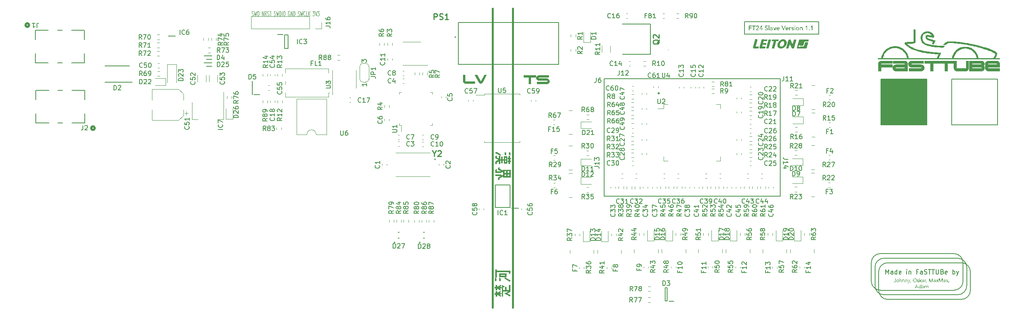
<source format=gbr>
%TF.GenerationSoftware,KiCad,Pcbnew,7.0.6*%
%TF.CreationDate,2024-02-05T21:22:57+01:00*%
%TF.ProjectId,FT24-AMS_Slave-v5,46543234-2d41-44d5-935f-536c6176652d,rev?*%
%TF.SameCoordinates,Original*%
%TF.FileFunction,Legend,Top*%
%TF.FilePolarity,Positive*%
%FSLAX46Y46*%
G04 Gerber Fmt 4.6, Leading zero omitted, Abs format (unit mm)*
G04 Created by KiCad (PCBNEW 7.0.6) date 2024-02-05 21:22:57*
%MOMM*%
%LPD*%
G01*
G04 APERTURE LIST*
%ADD10C,0.150000*%
%ADD11C,0.400000*%
%ADD12C,0.187500*%
%ADD13C,0.300000*%
%ADD14C,0.125000*%
%ADD15C,0.160000*%
%ADD16C,0.254000*%
%ADD17C,0.120000*%
%ADD18C,0.200000*%
%ADD19C,0.250000*%
%ADD20C,0.152400*%
%ADD21C,0.508000*%
%ADD22C,0.127000*%
%ADD23C,0.100000*%
%ADD24C,0.010000*%
G04 APERTURE END LIST*
D10*
X237600000Y-90600000D02*
X247600000Y-90600000D01*
X247600000Y-100600000D01*
X237600000Y-100600000D01*
X237600000Y-90600000D01*
G36*
X237600000Y-90600000D02*
G01*
X247600000Y-90600000D01*
X247600000Y-100600000D01*
X237600000Y-100600000D01*
X237600000Y-90600000D01*
G37*
X237500000Y-128700000D02*
G75*
G03*
X235500000Y-130700000I0J-2000000D01*
G01*
X237100000Y-136700000D02*
X237100000Y-132700000D01*
X255100000Y-138700000D02*
G75*
G03*
X257100000Y-136700000I0J2000000D01*
G01*
X257100000Y-132700000D02*
X257100000Y-136700000D01*
X253000000Y-90600000D02*
X263000000Y-90600000D01*
X263000000Y-100600000D01*
X253000000Y-100600000D01*
X253000000Y-90600000D01*
X235500000Y-134700000D02*
X235500000Y-130700000D01*
X239100000Y-130700000D02*
X255100000Y-130700000D01*
X255500000Y-130700000D02*
X255500000Y-134700000D01*
X237100000Y-136700000D02*
G75*
G03*
X239100000Y-138700000I2000000J0D01*
G01*
X238300000Y-129700000D02*
G75*
G03*
X236300000Y-131700000I0J-2000000D01*
G01*
X239100000Y-130700000D02*
G75*
G03*
X237100000Y-132700000I0J-2000000D01*
G01*
X256300000Y-131700000D02*
G75*
G03*
X254300000Y-129700000I-2000000J0D01*
G01*
X255100000Y-138700000D02*
X239100000Y-138700000D01*
X236300000Y-135700000D02*
G75*
G03*
X238300000Y-137700000I2000000J0D01*
G01*
D11*
X152999695Y-75184695D02*
X152999695Y-140484695D01*
D10*
X237500000Y-128700000D02*
X253500000Y-128700000D01*
X254300000Y-137700000D02*
G75*
G03*
X256300000Y-135700000I0J2000000D01*
G01*
X257100000Y-132700000D02*
G75*
G03*
X255100000Y-130700000I-2000000J0D01*
G01*
X235500000Y-134700000D02*
G75*
G03*
X237500000Y-136700000I2000000J0D01*
G01*
X256300000Y-131700000D02*
X256300000Y-135700000D01*
X253500000Y-136700000D02*
G75*
G03*
X255500000Y-134700000I0J2000000D01*
G01*
X254300000Y-137700000D02*
X238300000Y-137700000D01*
X255500000Y-130700000D02*
G75*
G03*
X253500000Y-128700000I-2000000J0D01*
G01*
X238300000Y-129700000D02*
X254300000Y-129700000D01*
X253500000Y-136700000D02*
X237500000Y-136700000D01*
X236300000Y-135700000D02*
X236300000Y-131700000D01*
D11*
X157399695Y-75184695D02*
X157399695Y-140484695D01*
D12*
G36*
X154913909Y-137975061D02*
G01*
X154632542Y-138130399D01*
X154632542Y-137999974D01*
X154022912Y-137668048D01*
X154022912Y-138100357D01*
X153741544Y-138100357D01*
X153741544Y-137634342D01*
X153436729Y-137634342D01*
X153436729Y-137315605D01*
X153741544Y-137315605D01*
X153741544Y-136899415D01*
X154022912Y-136899415D01*
X154022912Y-137281900D01*
X154585647Y-136979283D01*
X154585647Y-136874503D01*
X154820120Y-136874503D01*
X154820120Y-137155870D01*
X154516771Y-137328062D01*
X154938089Y-137328062D01*
X154938089Y-137621886D01*
X154545347Y-137621886D01*
X154913909Y-137823386D01*
X154913909Y-137975061D01*
G37*
G36*
X154820120Y-136642960D02*
G01*
X154585647Y-136777782D01*
X154585647Y-136642960D01*
X154022912Y-136336680D01*
X154022912Y-136739681D01*
X153741544Y-136739681D01*
X153741544Y-136324223D01*
X153436729Y-136324223D01*
X153436729Y-136004754D01*
X153741544Y-136004754D01*
X153741544Y-135534342D01*
X154022912Y-135534342D01*
X154022912Y-135979841D01*
X154632542Y-135652311D01*
X154632542Y-135534342D01*
X154913909Y-135534342D01*
X154913909Y-135828166D01*
X154569527Y-136017210D01*
X154938089Y-136017210D01*
X154938089Y-136311767D01*
X154552674Y-136311767D01*
X154820120Y-136462709D01*
X154820120Y-136642960D01*
G37*
G36*
X156039380Y-135971048D02*
G01*
X156039380Y-136651753D01*
X156555221Y-136651753D01*
X156555221Y-135534342D01*
X156883484Y-135534342D01*
X156883484Y-137054754D01*
X156228424Y-137403533D01*
X156883484Y-137747915D01*
X156883484Y-137936959D01*
X156555221Y-138109150D01*
X156555221Y-137945019D01*
X155596080Y-137437238D01*
X156459967Y-136979283D01*
X155335961Y-136979283D01*
X155335961Y-138096694D01*
X155054593Y-138096694D01*
X155054593Y-135517489D01*
X155723574Y-135891181D01*
X155419492Y-136063372D01*
X155335961Y-136017210D01*
X155335961Y-136651753D01*
X155711118Y-136651753D01*
X155711118Y-135971048D01*
X156039380Y-135971048D01*
G37*
G36*
X156883484Y-134502660D02*
G01*
X156883484Y-134699764D01*
X156580867Y-134863895D01*
X156580867Y-134708557D01*
X155683274Y-134233749D01*
X155683274Y-133868117D01*
X156883484Y-134502660D01*
G37*
G36*
X153882228Y-134107720D02*
G01*
X153882228Y-134745926D01*
X153553965Y-134745926D01*
X153553965Y-133939925D01*
X153882228Y-134107720D01*
G37*
G36*
X154773226Y-134120176D02*
G01*
X154773226Y-134745926D01*
X154444963Y-134745926D01*
X154444963Y-133952381D01*
X154773226Y-134120176D01*
G37*
G36*
X153929122Y-132423177D02*
G01*
X156883484Y-132423177D01*
X156883484Y-132982249D01*
X156555221Y-133158103D01*
X156555221Y-132759499D01*
X153929122Y-132759499D01*
X153929122Y-133918676D01*
X153600860Y-133918676D01*
X153600860Y-132175514D01*
X153929122Y-132175514D01*
X153929122Y-132423177D01*
G37*
G36*
X156086275Y-133843205D02*
G01*
X154444963Y-133843205D01*
X154444963Y-133317838D01*
X154773226Y-133317838D01*
X154773226Y-133528131D01*
X155758013Y-133528131D01*
X155758013Y-133317838D01*
X154773226Y-133317838D01*
X154444963Y-133317838D01*
X154444963Y-133002765D01*
X156086275Y-133002765D01*
X156086275Y-133843205D01*
G37*
G36*
X153944168Y-107703253D02*
G01*
X154413114Y-107963372D01*
X154413114Y-107337622D01*
X154741376Y-107337622D01*
X154741376Y-108093798D01*
X154928955Y-108093798D01*
X154928955Y-107489297D01*
X155257217Y-107489297D01*
X155257217Y-108093798D01*
X155444796Y-108093798D01*
X155444796Y-107770664D01*
X155726163Y-107770664D01*
X155726163Y-108102591D01*
X155960637Y-108102591D01*
X155960637Y-107770664D01*
X155726163Y-107770664D01*
X155444796Y-107770664D01*
X155444796Y-107459988D01*
X156242004Y-107459988D01*
X156242004Y-109043414D01*
X155444796Y-109043414D01*
X155444796Y-108404475D01*
X155257217Y-108404475D01*
X155257217Y-109009708D01*
X154928955Y-109009708D01*
X154928955Y-108404475D01*
X154741376Y-108404475D01*
X154741376Y-109160651D01*
X154413114Y-109160651D01*
X154413114Y-108534900D01*
X153944168Y-108795019D01*
X153944168Y-109169443D01*
X153615905Y-109169443D01*
X153615905Y-108597915D01*
X153995199Y-108396415D01*
X155726163Y-108396415D01*
X155726163Y-108732004D01*
X155960637Y-108732004D01*
X155960637Y-108396415D01*
X155726163Y-108396415D01*
X153995199Y-108396415D01*
X154272430Y-108249136D01*
X153615905Y-107900357D01*
X153615905Y-107446798D01*
X153944168Y-107283400D01*
X153944168Y-107703253D01*
G37*
G36*
X156851634Y-107774328D02*
G01*
X157039213Y-107774328D01*
X157039213Y-108093798D01*
X156851634Y-108093798D01*
X156851634Y-108404475D01*
X157039213Y-108404475D01*
X157039213Y-108723944D01*
X156851634Y-108723944D01*
X156851634Y-109169443D01*
X156523372Y-109169443D01*
X156523372Y-108723944D01*
X156288899Y-108723944D01*
X156288899Y-108404475D01*
X156523372Y-108404475D01*
X156523372Y-108093798D01*
X156288899Y-108093798D01*
X156288899Y-107774328D01*
X156523372Y-107774328D01*
X156523372Y-107329562D01*
X156851634Y-107329562D01*
X156851634Y-107774328D01*
G37*
G36*
X153944168Y-106539681D02*
G01*
X154821244Y-107014489D01*
X154821244Y-107371327D01*
X153615905Y-106737517D01*
X153615905Y-106640797D01*
X153944168Y-106481062D01*
X153944168Y-106539681D01*
G37*
G36*
X155960637Y-107308313D02*
G01*
X155632374Y-107144914D01*
X155632374Y-106594635D01*
X155960637Y-106594635D01*
X155960637Y-107308313D01*
G37*
G36*
X156898529Y-107237238D02*
G01*
X156570267Y-107073107D01*
X156570267Y-106594635D01*
X156898529Y-106594635D01*
X156898529Y-107237238D01*
G37*
G36*
X154553798Y-110184272D02*
G01*
X155304112Y-110587273D01*
X155304112Y-110373316D01*
X156992318Y-110373316D01*
X156992318Y-112104021D01*
X155304112Y-112104021D01*
X155304112Y-111889332D01*
X154553798Y-112293065D01*
X154553798Y-112624258D01*
X154225535Y-112624258D01*
X154225535Y-112082772D01*
X154843226Y-111755242D01*
X153615905Y-111755242D01*
X153615905Y-111435773D01*
X154989771Y-111435773D01*
X154989771Y-111679771D01*
X155304112Y-111511244D01*
X155304112Y-111402067D01*
X155632374Y-111402067D01*
X155632374Y-111775759D01*
X155960637Y-111775759D01*
X155960637Y-111402067D01*
X156288899Y-111402067D01*
X156288899Y-111775759D01*
X156664056Y-111775759D01*
X156664056Y-111402067D01*
X156288899Y-111402067D01*
X155960637Y-111402067D01*
X155632374Y-111402067D01*
X155304112Y-111402067D01*
X155304112Y-110965361D01*
X154989771Y-110797566D01*
X154989771Y-111045228D01*
X153615905Y-111045228D01*
X153615905Y-110423875D01*
X153944168Y-110256080D01*
X153944168Y-110725759D01*
X154851286Y-110725759D01*
X154804216Y-110700846D01*
X155632374Y-110700846D01*
X155632374Y-111074537D01*
X155960637Y-111074537D01*
X155960637Y-110700846D01*
X156288899Y-110700846D01*
X156288899Y-111074537D01*
X156664056Y-111074537D01*
X156664056Y-110700846D01*
X156288899Y-110700846D01*
X155960637Y-110700846D01*
X155632374Y-110700846D01*
X154804216Y-110700846D01*
X154225535Y-110394565D01*
X154225535Y-110012081D01*
X154553798Y-109844286D01*
X154553798Y-110184272D01*
G37*
D13*
G36*
X146575410Y-90997936D02*
G01*
X146575410Y-89652646D01*
X147090762Y-89652646D01*
X147090762Y-91090748D01*
X149249869Y-91090748D01*
X149249869Y-91590958D01*
X147176247Y-91590958D01*
X147146963Y-91590271D01*
X147118094Y-91588210D01*
X147089642Y-91584775D01*
X147061606Y-91579967D01*
X147033985Y-91573784D01*
X147006781Y-91566228D01*
X146979992Y-91557298D01*
X146953620Y-91546994D01*
X146927663Y-91535316D01*
X146902123Y-91522264D01*
X146876998Y-91507839D01*
X146852290Y-91492039D01*
X146827997Y-91474866D01*
X146804120Y-91456319D01*
X146780660Y-91436398D01*
X146757615Y-91415103D01*
X146735551Y-91392865D01*
X146714911Y-91370116D01*
X146695694Y-91346856D01*
X146677900Y-91323084D01*
X146661530Y-91298801D01*
X146646584Y-91274007D01*
X146633061Y-91248701D01*
X146620961Y-91222884D01*
X146610285Y-91196555D01*
X146601032Y-91169715D01*
X146593203Y-91142364D01*
X146586798Y-91114501D01*
X146581815Y-91086127D01*
X146578257Y-91057241D01*
X146576122Y-91027844D01*
X146575410Y-90997936D01*
G37*
G36*
X149133609Y-89652646D02*
G01*
X149717350Y-89652646D01*
X150458871Y-91062905D01*
X151214070Y-89652646D01*
X151798299Y-89652646D01*
X150965431Y-91201146D01*
X150952264Y-91225129D01*
X150938896Y-91248350D01*
X150925328Y-91270810D01*
X150911560Y-91292508D01*
X150897591Y-91313445D01*
X150883422Y-91333621D01*
X150869053Y-91353035D01*
X150854483Y-91371689D01*
X150839713Y-91389580D01*
X150824743Y-91406711D01*
X150809572Y-91423080D01*
X150794201Y-91438687D01*
X150778630Y-91453534D01*
X150762858Y-91467619D01*
X150746886Y-91480942D01*
X150730713Y-91493505D01*
X150714340Y-91505306D01*
X150697767Y-91516345D01*
X150680994Y-91526623D01*
X150646845Y-91544896D01*
X150611896Y-91560123D01*
X150576145Y-91572304D01*
X150539592Y-91581441D01*
X150502238Y-91587532D01*
X150464083Y-91590577D01*
X150444705Y-91590958D01*
X150409093Y-91589172D01*
X150373821Y-91583813D01*
X150338889Y-91574883D01*
X150304296Y-91562381D01*
X150270043Y-91546307D01*
X150236129Y-91526661D01*
X150219300Y-91515498D01*
X150202555Y-91503442D01*
X150185896Y-91490494D01*
X150169321Y-91476652D01*
X150152831Y-91461917D01*
X150136427Y-91446289D01*
X150120107Y-91429769D01*
X150103872Y-91412355D01*
X150087722Y-91394048D01*
X150071656Y-91374848D01*
X150055676Y-91354756D01*
X150039781Y-91333770D01*
X150023970Y-91311891D01*
X150008245Y-91289119D01*
X149992604Y-91265454D01*
X149977049Y-91240897D01*
X149961578Y-91215446D01*
X149946192Y-91189102D01*
X149930891Y-91161865D01*
X149915675Y-91133735D01*
X149133609Y-89652646D01*
G37*
G36*
X159838391Y-90253161D02*
G01*
X159838391Y-89752951D01*
X162518224Y-89752951D01*
X162518224Y-90253161D01*
X161437693Y-90253161D01*
X161437693Y-91691263D01*
X160921852Y-91691263D01*
X160921852Y-90253161D01*
X159838391Y-90253161D01*
G37*
G36*
X163250464Y-89752951D02*
G01*
X165326528Y-89752951D01*
X165326528Y-90253161D01*
X163072655Y-90253161D01*
X163072655Y-90440739D01*
X164796032Y-90440739D01*
X164828339Y-90441445D01*
X164860169Y-90443563D01*
X164891522Y-90447093D01*
X164922397Y-90452035D01*
X164952796Y-90458390D01*
X164982718Y-90466156D01*
X165012162Y-90475334D01*
X165041130Y-90485924D01*
X165069621Y-90497926D01*
X165097634Y-90511341D01*
X165125171Y-90526167D01*
X165152230Y-90542405D01*
X165178812Y-90560056D01*
X165204918Y-90579118D01*
X165230546Y-90599592D01*
X165255697Y-90621479D01*
X165279891Y-90644407D01*
X165302523Y-90668007D01*
X165323595Y-90692279D01*
X165343106Y-90717222D01*
X165361056Y-90742837D01*
X165377445Y-90769124D01*
X165392273Y-90796082D01*
X165405540Y-90823712D01*
X165417247Y-90852014D01*
X165427392Y-90880987D01*
X165435977Y-90910632D01*
X165443001Y-90940949D01*
X165448464Y-90971937D01*
X165452366Y-91003597D01*
X165454708Y-91035928D01*
X165455488Y-91068932D01*
X165454704Y-91101937D01*
X165452351Y-91134274D01*
X165448430Y-91165944D01*
X165442940Y-91196946D01*
X165435882Y-91227279D01*
X165427255Y-91256945D01*
X165417060Y-91285943D01*
X165405296Y-91314274D01*
X165391964Y-91341936D01*
X165377063Y-91368931D01*
X165360594Y-91395257D01*
X165342556Y-91420916D01*
X165322950Y-91445907D01*
X165301775Y-91470230D01*
X165279032Y-91493886D01*
X165254720Y-91516873D01*
X165230693Y-91537991D01*
X165206116Y-91557746D01*
X165180990Y-91576138D01*
X165155314Y-91593169D01*
X165129088Y-91608836D01*
X165102313Y-91623142D01*
X165074988Y-91636085D01*
X165047114Y-91647665D01*
X165018690Y-91657883D01*
X164989717Y-91666739D01*
X164960194Y-91674232D01*
X164930122Y-91680363D01*
X164899500Y-91685132D01*
X164868328Y-91688538D01*
X164836607Y-91690581D01*
X164804337Y-91691263D01*
X162643764Y-91691263D01*
X162643764Y-91191053D01*
X164937205Y-91191053D01*
X164937205Y-90940949D01*
X163183053Y-90940949D01*
X163151061Y-90940306D01*
X163119565Y-90938376D01*
X163088565Y-90935161D01*
X163058061Y-90930660D01*
X163028054Y-90924872D01*
X162998542Y-90917799D01*
X162969527Y-90909439D01*
X162941008Y-90899794D01*
X162912985Y-90888862D01*
X162885458Y-90876644D01*
X162858427Y-90863140D01*
X162831892Y-90848350D01*
X162805854Y-90832274D01*
X162780311Y-90814912D01*
X162755265Y-90796263D01*
X162730715Y-90776329D01*
X162705634Y-90754290D01*
X162682172Y-90731648D01*
X162660327Y-90708403D01*
X162640101Y-90684555D01*
X162621492Y-90660104D01*
X162604502Y-90635050D01*
X162589130Y-90609393D01*
X162575376Y-90583133D01*
X162563241Y-90556270D01*
X162552723Y-90528804D01*
X162543823Y-90500735D01*
X162536542Y-90472063D01*
X162530878Y-90442789D01*
X162526833Y-90412911D01*
X162524406Y-90382430D01*
X162523597Y-90351346D01*
X162524518Y-90317788D01*
X162527283Y-90285011D01*
X162531892Y-90253018D01*
X162538343Y-90221806D01*
X162546638Y-90191377D01*
X162556776Y-90161730D01*
X162568757Y-90132865D01*
X162582581Y-90104783D01*
X162598249Y-90077483D01*
X162615760Y-90050966D01*
X162635115Y-90025231D01*
X162656312Y-90000278D01*
X162679353Y-89976107D01*
X162704237Y-89952719D01*
X162730965Y-89930113D01*
X162759535Y-89908290D01*
X162786183Y-89889479D01*
X162813368Y-89871882D01*
X162841092Y-89855499D01*
X162869353Y-89840329D01*
X162898153Y-89826373D01*
X162927491Y-89813630D01*
X162957366Y-89802101D01*
X162987780Y-89791786D01*
X163018732Y-89782684D01*
X163050223Y-89774796D01*
X163082251Y-89768121D01*
X163114817Y-89762660D01*
X163147922Y-89758412D01*
X163181564Y-89755379D01*
X163215745Y-89753558D01*
X163250464Y-89752951D01*
G37*
D14*
X100600807Y-76718500D02*
X100682236Y-76766119D01*
X100682236Y-76766119D02*
X100817950Y-76766119D01*
X100817950Y-76766119D02*
X100872236Y-76718500D01*
X100872236Y-76718500D02*
X100899378Y-76670880D01*
X100899378Y-76670880D02*
X100926521Y-76575642D01*
X100926521Y-76575642D02*
X100926521Y-76480404D01*
X100926521Y-76480404D02*
X100899378Y-76385166D01*
X100899378Y-76385166D02*
X100872236Y-76337547D01*
X100872236Y-76337547D02*
X100817950Y-76289928D01*
X100817950Y-76289928D02*
X100709378Y-76242309D01*
X100709378Y-76242309D02*
X100655093Y-76194690D01*
X100655093Y-76194690D02*
X100627950Y-76147071D01*
X100627950Y-76147071D02*
X100600807Y-76051833D01*
X100600807Y-76051833D02*
X100600807Y-75956595D01*
X100600807Y-75956595D02*
X100627950Y-75861357D01*
X100627950Y-75861357D02*
X100655093Y-75813738D01*
X100655093Y-75813738D02*
X100709378Y-75766119D01*
X100709378Y-75766119D02*
X100845093Y-75766119D01*
X100845093Y-75766119D02*
X100926521Y-75813738D01*
X101116521Y-75766119D02*
X101252235Y-76766119D01*
X101252235Y-76766119D02*
X101360807Y-76051833D01*
X101360807Y-76051833D02*
X101469378Y-76766119D01*
X101469378Y-76766119D02*
X101605093Y-75766119D01*
X101930807Y-75766119D02*
X102039379Y-75766119D01*
X102039379Y-75766119D02*
X102093664Y-75813738D01*
X102093664Y-75813738D02*
X102147950Y-75908976D01*
X102147950Y-75908976D02*
X102175093Y-76099452D01*
X102175093Y-76099452D02*
X102175093Y-76432785D01*
X102175093Y-76432785D02*
X102147950Y-76623261D01*
X102147950Y-76623261D02*
X102093664Y-76718500D01*
X102093664Y-76718500D02*
X102039379Y-76766119D01*
X102039379Y-76766119D02*
X101930807Y-76766119D01*
X101930807Y-76766119D02*
X101876522Y-76718500D01*
X101876522Y-76718500D02*
X101822236Y-76623261D01*
X101822236Y-76623261D02*
X101795093Y-76432785D01*
X101795093Y-76432785D02*
X101795093Y-76099452D01*
X101795093Y-76099452D02*
X101822236Y-75908976D01*
X101822236Y-75908976D02*
X101876522Y-75813738D01*
X101876522Y-75813738D02*
X101930807Y-75766119D01*
X102853665Y-76766119D02*
X102853665Y-75766119D01*
X102853665Y-75766119D02*
X103179379Y-76766119D01*
X103179379Y-76766119D02*
X103179379Y-75766119D01*
X103776522Y-76766119D02*
X103586522Y-76289928D01*
X103450808Y-76766119D02*
X103450808Y-75766119D01*
X103450808Y-75766119D02*
X103667951Y-75766119D01*
X103667951Y-75766119D02*
X103722236Y-75813738D01*
X103722236Y-75813738D02*
X103749379Y-75861357D01*
X103749379Y-75861357D02*
X103776522Y-75956595D01*
X103776522Y-75956595D02*
X103776522Y-76099452D01*
X103776522Y-76099452D02*
X103749379Y-76194690D01*
X103749379Y-76194690D02*
X103722236Y-76242309D01*
X103722236Y-76242309D02*
X103667951Y-76289928D01*
X103667951Y-76289928D02*
X103450808Y-76289928D01*
X103993665Y-76718500D02*
X104075094Y-76766119D01*
X104075094Y-76766119D02*
X104210808Y-76766119D01*
X104210808Y-76766119D02*
X104265094Y-76718500D01*
X104265094Y-76718500D02*
X104292236Y-76670880D01*
X104292236Y-76670880D02*
X104319379Y-76575642D01*
X104319379Y-76575642D02*
X104319379Y-76480404D01*
X104319379Y-76480404D02*
X104292236Y-76385166D01*
X104292236Y-76385166D02*
X104265094Y-76337547D01*
X104265094Y-76337547D02*
X104210808Y-76289928D01*
X104210808Y-76289928D02*
X104102236Y-76242309D01*
X104102236Y-76242309D02*
X104047951Y-76194690D01*
X104047951Y-76194690D02*
X104020808Y-76147071D01*
X104020808Y-76147071D02*
X103993665Y-76051833D01*
X103993665Y-76051833D02*
X103993665Y-75956595D01*
X103993665Y-75956595D02*
X104020808Y-75861357D01*
X104020808Y-75861357D02*
X104047951Y-75813738D01*
X104047951Y-75813738D02*
X104102236Y-75766119D01*
X104102236Y-75766119D02*
X104237951Y-75766119D01*
X104237951Y-75766119D02*
X104319379Y-75813738D01*
X104482236Y-75766119D02*
X104807951Y-75766119D01*
X104645093Y-76766119D02*
X104645093Y-75766119D01*
X105405094Y-76718500D02*
X105486523Y-76766119D01*
X105486523Y-76766119D02*
X105622237Y-76766119D01*
X105622237Y-76766119D02*
X105676523Y-76718500D01*
X105676523Y-76718500D02*
X105703665Y-76670880D01*
X105703665Y-76670880D02*
X105730808Y-76575642D01*
X105730808Y-76575642D02*
X105730808Y-76480404D01*
X105730808Y-76480404D02*
X105703665Y-76385166D01*
X105703665Y-76385166D02*
X105676523Y-76337547D01*
X105676523Y-76337547D02*
X105622237Y-76289928D01*
X105622237Y-76289928D02*
X105513665Y-76242309D01*
X105513665Y-76242309D02*
X105459380Y-76194690D01*
X105459380Y-76194690D02*
X105432237Y-76147071D01*
X105432237Y-76147071D02*
X105405094Y-76051833D01*
X105405094Y-76051833D02*
X105405094Y-75956595D01*
X105405094Y-75956595D02*
X105432237Y-75861357D01*
X105432237Y-75861357D02*
X105459380Y-75813738D01*
X105459380Y-75813738D02*
X105513665Y-75766119D01*
X105513665Y-75766119D02*
X105649380Y-75766119D01*
X105649380Y-75766119D02*
X105730808Y-75813738D01*
X105920808Y-75766119D02*
X106056522Y-76766119D01*
X106056522Y-76766119D02*
X106165094Y-76051833D01*
X106165094Y-76051833D02*
X106273665Y-76766119D01*
X106273665Y-76766119D02*
X106409380Y-75766119D01*
X106626523Y-76766119D02*
X106626523Y-75766119D01*
X106626523Y-75766119D02*
X106762237Y-75766119D01*
X106762237Y-75766119D02*
X106843666Y-75813738D01*
X106843666Y-75813738D02*
X106897951Y-75908976D01*
X106897951Y-75908976D02*
X106925094Y-76004214D01*
X106925094Y-76004214D02*
X106952237Y-76194690D01*
X106952237Y-76194690D02*
X106952237Y-76337547D01*
X106952237Y-76337547D02*
X106925094Y-76528023D01*
X106925094Y-76528023D02*
X106897951Y-76623261D01*
X106897951Y-76623261D02*
X106843666Y-76718500D01*
X106843666Y-76718500D02*
X106762237Y-76766119D01*
X106762237Y-76766119D02*
X106626523Y-76766119D01*
X107196523Y-76766119D02*
X107196523Y-75766119D01*
X107576523Y-75766119D02*
X107685095Y-75766119D01*
X107685095Y-75766119D02*
X107739380Y-75813738D01*
X107739380Y-75813738D02*
X107793666Y-75908976D01*
X107793666Y-75908976D02*
X107820809Y-76099452D01*
X107820809Y-76099452D02*
X107820809Y-76432785D01*
X107820809Y-76432785D02*
X107793666Y-76623261D01*
X107793666Y-76623261D02*
X107739380Y-76718500D01*
X107739380Y-76718500D02*
X107685095Y-76766119D01*
X107685095Y-76766119D02*
X107576523Y-76766119D01*
X107576523Y-76766119D02*
X107522238Y-76718500D01*
X107522238Y-76718500D02*
X107467952Y-76623261D01*
X107467952Y-76623261D02*
X107440809Y-76432785D01*
X107440809Y-76432785D02*
X107440809Y-76099452D01*
X107440809Y-76099452D02*
X107467952Y-75908976D01*
X107467952Y-75908976D02*
X107522238Y-75813738D01*
X107522238Y-75813738D02*
X107576523Y-75766119D01*
X108797952Y-75813738D02*
X108743667Y-75766119D01*
X108743667Y-75766119D02*
X108662238Y-75766119D01*
X108662238Y-75766119D02*
X108580809Y-75813738D01*
X108580809Y-75813738D02*
X108526524Y-75908976D01*
X108526524Y-75908976D02*
X108499381Y-76004214D01*
X108499381Y-76004214D02*
X108472238Y-76194690D01*
X108472238Y-76194690D02*
X108472238Y-76337547D01*
X108472238Y-76337547D02*
X108499381Y-76528023D01*
X108499381Y-76528023D02*
X108526524Y-76623261D01*
X108526524Y-76623261D02*
X108580809Y-76718500D01*
X108580809Y-76718500D02*
X108662238Y-76766119D01*
X108662238Y-76766119D02*
X108716524Y-76766119D01*
X108716524Y-76766119D02*
X108797952Y-76718500D01*
X108797952Y-76718500D02*
X108825095Y-76670880D01*
X108825095Y-76670880D02*
X108825095Y-76337547D01*
X108825095Y-76337547D02*
X108716524Y-76337547D01*
X109069381Y-76766119D02*
X109069381Y-75766119D01*
X109069381Y-75766119D02*
X109395095Y-76766119D01*
X109395095Y-76766119D02*
X109395095Y-75766119D01*
X109666524Y-76766119D02*
X109666524Y-75766119D01*
X109666524Y-75766119D02*
X109802238Y-75766119D01*
X109802238Y-75766119D02*
X109883667Y-75813738D01*
X109883667Y-75813738D02*
X109937952Y-75908976D01*
X109937952Y-75908976D02*
X109965095Y-76004214D01*
X109965095Y-76004214D02*
X109992238Y-76194690D01*
X109992238Y-76194690D02*
X109992238Y-76337547D01*
X109992238Y-76337547D02*
X109965095Y-76528023D01*
X109965095Y-76528023D02*
X109937952Y-76623261D01*
X109937952Y-76623261D02*
X109883667Y-76718500D01*
X109883667Y-76718500D02*
X109802238Y-76766119D01*
X109802238Y-76766119D02*
X109666524Y-76766119D01*
X110643667Y-76718500D02*
X110725096Y-76766119D01*
X110725096Y-76766119D02*
X110860810Y-76766119D01*
X110860810Y-76766119D02*
X110915096Y-76718500D01*
X110915096Y-76718500D02*
X110942238Y-76670880D01*
X110942238Y-76670880D02*
X110969381Y-76575642D01*
X110969381Y-76575642D02*
X110969381Y-76480404D01*
X110969381Y-76480404D02*
X110942238Y-76385166D01*
X110942238Y-76385166D02*
X110915096Y-76337547D01*
X110915096Y-76337547D02*
X110860810Y-76289928D01*
X110860810Y-76289928D02*
X110752238Y-76242309D01*
X110752238Y-76242309D02*
X110697953Y-76194690D01*
X110697953Y-76194690D02*
X110670810Y-76147071D01*
X110670810Y-76147071D02*
X110643667Y-76051833D01*
X110643667Y-76051833D02*
X110643667Y-75956595D01*
X110643667Y-75956595D02*
X110670810Y-75861357D01*
X110670810Y-75861357D02*
X110697953Y-75813738D01*
X110697953Y-75813738D02*
X110752238Y-75766119D01*
X110752238Y-75766119D02*
X110887953Y-75766119D01*
X110887953Y-75766119D02*
X110969381Y-75813738D01*
X111159381Y-75766119D02*
X111295095Y-76766119D01*
X111295095Y-76766119D02*
X111403667Y-76051833D01*
X111403667Y-76051833D02*
X111512238Y-76766119D01*
X111512238Y-76766119D02*
X111647953Y-75766119D01*
X112190810Y-76670880D02*
X112163667Y-76718500D01*
X112163667Y-76718500D02*
X112082239Y-76766119D01*
X112082239Y-76766119D02*
X112027953Y-76766119D01*
X112027953Y-76766119D02*
X111946524Y-76718500D01*
X111946524Y-76718500D02*
X111892239Y-76623261D01*
X111892239Y-76623261D02*
X111865096Y-76528023D01*
X111865096Y-76528023D02*
X111837953Y-76337547D01*
X111837953Y-76337547D02*
X111837953Y-76194690D01*
X111837953Y-76194690D02*
X111865096Y-76004214D01*
X111865096Y-76004214D02*
X111892239Y-75908976D01*
X111892239Y-75908976D02*
X111946524Y-75813738D01*
X111946524Y-75813738D02*
X112027953Y-75766119D01*
X112027953Y-75766119D02*
X112082239Y-75766119D01*
X112082239Y-75766119D02*
X112163667Y-75813738D01*
X112163667Y-75813738D02*
X112190810Y-75861357D01*
X112706524Y-76766119D02*
X112435096Y-76766119D01*
X112435096Y-76766119D02*
X112435096Y-75766119D01*
X112896525Y-76766119D02*
X112896525Y-75766119D01*
X113222239Y-76766119D02*
X112977953Y-76194690D01*
X113222239Y-75766119D02*
X112896525Y-76337547D01*
X113846525Y-75766119D02*
X114199382Y-75766119D01*
X114199382Y-75766119D02*
X114009382Y-76147071D01*
X114009382Y-76147071D02*
X114090811Y-76147071D01*
X114090811Y-76147071D02*
X114145097Y-76194690D01*
X114145097Y-76194690D02*
X114172239Y-76242309D01*
X114172239Y-76242309D02*
X114199382Y-76337547D01*
X114199382Y-76337547D02*
X114199382Y-76575642D01*
X114199382Y-76575642D02*
X114172239Y-76670880D01*
X114172239Y-76670880D02*
X114145097Y-76718500D01*
X114145097Y-76718500D02*
X114090811Y-76766119D01*
X114090811Y-76766119D02*
X113927954Y-76766119D01*
X113927954Y-76766119D02*
X113873668Y-76718500D01*
X113873668Y-76718500D02*
X113846525Y-76670880D01*
X114362239Y-75766119D02*
X114552239Y-76766119D01*
X114552239Y-76766119D02*
X114742239Y-75766119D01*
X114877953Y-75766119D02*
X115230810Y-75766119D01*
X115230810Y-75766119D02*
X115040810Y-76147071D01*
X115040810Y-76147071D02*
X115122239Y-76147071D01*
X115122239Y-76147071D02*
X115176525Y-76194690D01*
X115176525Y-76194690D02*
X115203667Y-76242309D01*
X115203667Y-76242309D02*
X115230810Y-76337547D01*
X115230810Y-76337547D02*
X115230810Y-76575642D01*
X115230810Y-76575642D02*
X115203667Y-76670880D01*
X115203667Y-76670880D02*
X115176525Y-76718500D01*
X115176525Y-76718500D02*
X115122239Y-76766119D01*
X115122239Y-76766119D02*
X114959382Y-76766119D01*
X114959382Y-76766119D02*
X114905096Y-76718500D01*
X114905096Y-76718500D02*
X114877953Y-76670880D01*
D15*
X238643358Y-133169299D02*
X238643358Y-132169299D01*
X238643358Y-132169299D02*
X238976691Y-132883584D01*
X238976691Y-132883584D02*
X239310024Y-132169299D01*
X239310024Y-132169299D02*
X239310024Y-133169299D01*
X240214786Y-133169299D02*
X240214786Y-132645489D01*
X240214786Y-132645489D02*
X240167167Y-132550251D01*
X240167167Y-132550251D02*
X240071929Y-132502632D01*
X240071929Y-132502632D02*
X239881453Y-132502632D01*
X239881453Y-132502632D02*
X239786215Y-132550251D01*
X240214786Y-133121680D02*
X240119548Y-133169299D01*
X240119548Y-133169299D02*
X239881453Y-133169299D01*
X239881453Y-133169299D02*
X239786215Y-133121680D01*
X239786215Y-133121680D02*
X239738596Y-133026441D01*
X239738596Y-133026441D02*
X239738596Y-132931203D01*
X239738596Y-132931203D02*
X239786215Y-132835965D01*
X239786215Y-132835965D02*
X239881453Y-132788346D01*
X239881453Y-132788346D02*
X240119548Y-132788346D01*
X240119548Y-132788346D02*
X240214786Y-132740727D01*
X241119548Y-133169299D02*
X241119548Y-132169299D01*
X241119548Y-133121680D02*
X241024310Y-133169299D01*
X241024310Y-133169299D02*
X240833834Y-133169299D01*
X240833834Y-133169299D02*
X240738596Y-133121680D01*
X240738596Y-133121680D02*
X240690977Y-133074060D01*
X240690977Y-133074060D02*
X240643358Y-132978822D01*
X240643358Y-132978822D02*
X240643358Y-132693108D01*
X240643358Y-132693108D02*
X240690977Y-132597870D01*
X240690977Y-132597870D02*
X240738596Y-132550251D01*
X240738596Y-132550251D02*
X240833834Y-132502632D01*
X240833834Y-132502632D02*
X241024310Y-132502632D01*
X241024310Y-132502632D02*
X241119548Y-132550251D01*
X241976691Y-133121680D02*
X241881453Y-133169299D01*
X241881453Y-133169299D02*
X241690977Y-133169299D01*
X241690977Y-133169299D02*
X241595739Y-133121680D01*
X241595739Y-133121680D02*
X241548120Y-133026441D01*
X241548120Y-133026441D02*
X241548120Y-132645489D01*
X241548120Y-132645489D02*
X241595739Y-132550251D01*
X241595739Y-132550251D02*
X241690977Y-132502632D01*
X241690977Y-132502632D02*
X241881453Y-132502632D01*
X241881453Y-132502632D02*
X241976691Y-132550251D01*
X241976691Y-132550251D02*
X242024310Y-132645489D01*
X242024310Y-132645489D02*
X242024310Y-132740727D01*
X242024310Y-132740727D02*
X241548120Y-132835965D01*
X243214787Y-133169299D02*
X243214787Y-132502632D01*
X243214787Y-132169299D02*
X243167168Y-132216918D01*
X243167168Y-132216918D02*
X243214787Y-132264537D01*
X243214787Y-132264537D02*
X243262406Y-132216918D01*
X243262406Y-132216918D02*
X243214787Y-132169299D01*
X243214787Y-132169299D02*
X243214787Y-132264537D01*
X243690977Y-132502632D02*
X243690977Y-133169299D01*
X243690977Y-132597870D02*
X243738596Y-132550251D01*
X243738596Y-132550251D02*
X243833834Y-132502632D01*
X243833834Y-132502632D02*
X243976691Y-132502632D01*
X243976691Y-132502632D02*
X244071929Y-132550251D01*
X244071929Y-132550251D02*
X244119548Y-132645489D01*
X244119548Y-132645489D02*
X244119548Y-133169299D01*
X245690977Y-132645489D02*
X245357644Y-132645489D01*
X245357644Y-133169299D02*
X245357644Y-132169299D01*
X245357644Y-132169299D02*
X245833834Y-132169299D01*
X246643358Y-133169299D02*
X246643358Y-132645489D01*
X246643358Y-132645489D02*
X246595739Y-132550251D01*
X246595739Y-132550251D02*
X246500501Y-132502632D01*
X246500501Y-132502632D02*
X246310025Y-132502632D01*
X246310025Y-132502632D02*
X246214787Y-132550251D01*
X246643358Y-133121680D02*
X246548120Y-133169299D01*
X246548120Y-133169299D02*
X246310025Y-133169299D01*
X246310025Y-133169299D02*
X246214787Y-133121680D01*
X246214787Y-133121680D02*
X246167168Y-133026441D01*
X246167168Y-133026441D02*
X246167168Y-132931203D01*
X246167168Y-132931203D02*
X246214787Y-132835965D01*
X246214787Y-132835965D02*
X246310025Y-132788346D01*
X246310025Y-132788346D02*
X246548120Y-132788346D01*
X246548120Y-132788346D02*
X246643358Y-132740727D01*
X247071930Y-133121680D02*
X247214787Y-133169299D01*
X247214787Y-133169299D02*
X247452882Y-133169299D01*
X247452882Y-133169299D02*
X247548120Y-133121680D01*
X247548120Y-133121680D02*
X247595739Y-133074060D01*
X247595739Y-133074060D02*
X247643358Y-132978822D01*
X247643358Y-132978822D02*
X247643358Y-132883584D01*
X247643358Y-132883584D02*
X247595739Y-132788346D01*
X247595739Y-132788346D02*
X247548120Y-132740727D01*
X247548120Y-132740727D02*
X247452882Y-132693108D01*
X247452882Y-132693108D02*
X247262406Y-132645489D01*
X247262406Y-132645489D02*
X247167168Y-132597870D01*
X247167168Y-132597870D02*
X247119549Y-132550251D01*
X247119549Y-132550251D02*
X247071930Y-132455013D01*
X247071930Y-132455013D02*
X247071930Y-132359775D01*
X247071930Y-132359775D02*
X247119549Y-132264537D01*
X247119549Y-132264537D02*
X247167168Y-132216918D01*
X247167168Y-132216918D02*
X247262406Y-132169299D01*
X247262406Y-132169299D02*
X247500501Y-132169299D01*
X247500501Y-132169299D02*
X247643358Y-132216918D01*
X247929073Y-132169299D02*
X248500501Y-132169299D01*
X248214787Y-133169299D02*
X248214787Y-132169299D01*
X248690978Y-132169299D02*
X249262406Y-132169299D01*
X248976692Y-133169299D02*
X248976692Y-132169299D01*
X249595740Y-132169299D02*
X249595740Y-132978822D01*
X249595740Y-132978822D02*
X249643359Y-133074060D01*
X249643359Y-133074060D02*
X249690978Y-133121680D01*
X249690978Y-133121680D02*
X249786216Y-133169299D01*
X249786216Y-133169299D02*
X249976692Y-133169299D01*
X249976692Y-133169299D02*
X250071930Y-133121680D01*
X250071930Y-133121680D02*
X250119549Y-133074060D01*
X250119549Y-133074060D02*
X250167168Y-132978822D01*
X250167168Y-132978822D02*
X250167168Y-132169299D01*
X250976692Y-132645489D02*
X251119549Y-132693108D01*
X251119549Y-132693108D02*
X251167168Y-132740727D01*
X251167168Y-132740727D02*
X251214787Y-132835965D01*
X251214787Y-132835965D02*
X251214787Y-132978822D01*
X251214787Y-132978822D02*
X251167168Y-133074060D01*
X251167168Y-133074060D02*
X251119549Y-133121680D01*
X251119549Y-133121680D02*
X251024311Y-133169299D01*
X251024311Y-133169299D02*
X250643359Y-133169299D01*
X250643359Y-133169299D02*
X250643359Y-132169299D01*
X250643359Y-132169299D02*
X250976692Y-132169299D01*
X250976692Y-132169299D02*
X251071930Y-132216918D01*
X251071930Y-132216918D02*
X251119549Y-132264537D01*
X251119549Y-132264537D02*
X251167168Y-132359775D01*
X251167168Y-132359775D02*
X251167168Y-132455013D01*
X251167168Y-132455013D02*
X251119549Y-132550251D01*
X251119549Y-132550251D02*
X251071930Y-132597870D01*
X251071930Y-132597870D02*
X250976692Y-132645489D01*
X250976692Y-132645489D02*
X250643359Y-132645489D01*
X252024311Y-133121680D02*
X251929073Y-133169299D01*
X251929073Y-133169299D02*
X251738597Y-133169299D01*
X251738597Y-133169299D02*
X251643359Y-133121680D01*
X251643359Y-133121680D02*
X251595740Y-133026441D01*
X251595740Y-133026441D02*
X251595740Y-132645489D01*
X251595740Y-132645489D02*
X251643359Y-132550251D01*
X251643359Y-132550251D02*
X251738597Y-132502632D01*
X251738597Y-132502632D02*
X251929073Y-132502632D01*
X251929073Y-132502632D02*
X252024311Y-132550251D01*
X252024311Y-132550251D02*
X252071930Y-132645489D01*
X252071930Y-132645489D02*
X252071930Y-132740727D01*
X252071930Y-132740727D02*
X251595740Y-132835965D01*
X253262407Y-133169299D02*
X253262407Y-132169299D01*
X253262407Y-132550251D02*
X253357645Y-132502632D01*
X253357645Y-132502632D02*
X253548121Y-132502632D01*
X253548121Y-132502632D02*
X253643359Y-132550251D01*
X253643359Y-132550251D02*
X253690978Y-132597870D01*
X253690978Y-132597870D02*
X253738597Y-132693108D01*
X253738597Y-132693108D02*
X253738597Y-132978822D01*
X253738597Y-132978822D02*
X253690978Y-133074060D01*
X253690978Y-133074060D02*
X253643359Y-133121680D01*
X253643359Y-133121680D02*
X253548121Y-133169299D01*
X253548121Y-133169299D02*
X253357645Y-133169299D01*
X253357645Y-133169299D02*
X253262407Y-133121680D01*
X254071931Y-132502632D02*
X254310026Y-133169299D01*
X254548121Y-132502632D02*
X254310026Y-133169299D01*
X254310026Y-133169299D02*
X254214788Y-133407394D01*
X254214788Y-133407394D02*
X254167169Y-133455013D01*
X254167169Y-133455013D02*
X254071931Y-133502632D01*
D10*
G36*
X240823406Y-134131974D02*
G01*
X240729421Y-134131974D01*
X240729421Y-134691974D01*
X240729293Y-134702008D01*
X240728908Y-134711738D01*
X240728267Y-134721165D01*
X240727370Y-134730285D01*
X240726216Y-134739100D01*
X240724806Y-134747607D01*
X240723140Y-134755806D01*
X240721218Y-134763696D01*
X240719039Y-134771276D01*
X240713914Y-134785500D01*
X240707764Y-134798471D01*
X240700590Y-134810182D01*
X240692393Y-134820623D01*
X240683172Y-134829787D01*
X240672928Y-134837665D01*
X240661661Y-134844251D01*
X240649372Y-134849535D01*
X240636061Y-134853511D01*
X240621727Y-134856169D01*
X240606372Y-134857502D01*
X240598312Y-134857669D01*
X240586036Y-134857215D01*
X240574414Y-134855867D01*
X240563443Y-134853649D01*
X240553124Y-134850583D01*
X240543453Y-134846691D01*
X240534430Y-134841996D01*
X240526054Y-134836522D01*
X240518322Y-134830289D01*
X240511234Y-134823322D01*
X240504788Y-134815642D01*
X240498982Y-134807272D01*
X240493815Y-134798235D01*
X240489286Y-134788554D01*
X240485394Y-134778250D01*
X240482136Y-134767348D01*
X240479512Y-134755868D01*
X240385527Y-134774822D01*
X240387690Y-134785263D01*
X240390183Y-134795377D01*
X240393002Y-134805161D01*
X240396143Y-134814616D01*
X240399600Y-134823742D01*
X240403370Y-134832538D01*
X240407449Y-134841005D01*
X240411832Y-134849142D01*
X240416515Y-134856948D01*
X240421494Y-134864425D01*
X240426764Y-134871571D01*
X240432321Y-134878387D01*
X240438161Y-134884872D01*
X240444279Y-134891026D01*
X240450672Y-134896849D01*
X240457335Y-134902341D01*
X240464263Y-134907501D01*
X240471452Y-134912330D01*
X240478899Y-134916826D01*
X240486598Y-134920991D01*
X240494546Y-134924824D01*
X240502737Y-134928324D01*
X240511169Y-134931492D01*
X240519836Y-134934327D01*
X240528735Y-134936830D01*
X240537860Y-134938999D01*
X240547208Y-134940835D01*
X240556775Y-134942337D01*
X240566556Y-134943506D01*
X240576546Y-134944342D01*
X240586742Y-134944843D01*
X240597139Y-134945010D01*
X240611283Y-134944720D01*
X240624957Y-134943860D01*
X240638162Y-134942444D01*
X240650900Y-134940485D01*
X240663171Y-134937998D01*
X240674978Y-134934994D01*
X240686321Y-134931490D01*
X240697202Y-134927498D01*
X240707623Y-134923032D01*
X240717585Y-134918105D01*
X240727089Y-134912732D01*
X240736137Y-134906926D01*
X240744729Y-134900702D01*
X240752868Y-134894072D01*
X240760555Y-134887050D01*
X240767792Y-134879651D01*
X240774579Y-134871887D01*
X240780917Y-134863773D01*
X240786810Y-134855323D01*
X240792257Y-134846550D01*
X240797260Y-134837467D01*
X240801821Y-134828089D01*
X240805941Y-134818430D01*
X240809621Y-134808503D01*
X240812863Y-134798321D01*
X240815669Y-134787899D01*
X240818039Y-134777251D01*
X240819975Y-134766389D01*
X240821478Y-134755328D01*
X240822550Y-134744082D01*
X240823192Y-134732664D01*
X240823406Y-134721088D01*
X240823406Y-134131974D01*
G37*
G36*
X241269144Y-134382604D02*
G01*
X241283957Y-134383585D01*
X241298482Y-134385205D01*
X241312705Y-134387452D01*
X241326612Y-134390316D01*
X241340190Y-134393784D01*
X241353426Y-134397844D01*
X241366306Y-134402486D01*
X241378817Y-134407696D01*
X241390946Y-134413463D01*
X241402679Y-134419776D01*
X241414004Y-134426623D01*
X241424906Y-134433992D01*
X241435372Y-134441871D01*
X241445389Y-134450249D01*
X241454945Y-134459113D01*
X241464024Y-134468453D01*
X241472614Y-134478256D01*
X241480702Y-134488511D01*
X241488274Y-134499206D01*
X241495317Y-134510329D01*
X241501818Y-134521868D01*
X241507763Y-134533812D01*
X241513138Y-134546149D01*
X241517932Y-134558868D01*
X241522129Y-134571955D01*
X241525718Y-134585401D01*
X241528683Y-134599193D01*
X241531013Y-134613319D01*
X241532694Y-134627767D01*
X241533712Y-134642527D01*
X241534055Y-134657585D01*
X241533712Y-134672522D01*
X241532694Y-134687173D01*
X241531013Y-134701526D01*
X241528683Y-134715568D01*
X241525718Y-134729287D01*
X241522129Y-134742671D01*
X241517932Y-134755707D01*
X241513138Y-134768383D01*
X241507763Y-134780686D01*
X241501818Y-134792605D01*
X241495317Y-134804127D01*
X241488274Y-134815240D01*
X241480702Y-134825930D01*
X241472614Y-134836187D01*
X241464024Y-134845997D01*
X241454945Y-134855348D01*
X241445389Y-134864229D01*
X241435372Y-134872625D01*
X241424906Y-134880526D01*
X241414004Y-134887919D01*
X241402679Y-134894792D01*
X241390946Y-134901131D01*
X241378817Y-134906926D01*
X241366306Y-134912162D01*
X241353426Y-134916829D01*
X241340190Y-134920914D01*
X241326612Y-134924404D01*
X241312705Y-134927287D01*
X241298482Y-134929552D01*
X241283957Y-134931184D01*
X241269144Y-134932172D01*
X241254055Y-134932505D01*
X241238966Y-134932172D01*
X241224152Y-134931184D01*
X241209627Y-134929552D01*
X241195405Y-134927287D01*
X241181498Y-134924404D01*
X241167920Y-134920914D01*
X241154684Y-134916829D01*
X241141804Y-134912162D01*
X241129293Y-134906926D01*
X241117164Y-134901131D01*
X241105430Y-134894792D01*
X241094106Y-134887919D01*
X241083204Y-134880526D01*
X241072737Y-134872625D01*
X241062720Y-134864229D01*
X241053165Y-134855348D01*
X241044086Y-134845997D01*
X241035495Y-134836187D01*
X241027408Y-134825930D01*
X241019835Y-134815240D01*
X241012792Y-134804127D01*
X241006292Y-134792605D01*
X241000347Y-134780686D01*
X240994971Y-134768383D01*
X240990178Y-134755707D01*
X240985980Y-134742671D01*
X240982392Y-134729287D01*
X240979426Y-134715568D01*
X240977096Y-134701526D01*
X240975415Y-134687173D01*
X240974397Y-134672522D01*
X240974055Y-134657585D01*
X241068039Y-134657585D01*
X241068261Y-134668062D01*
X241068922Y-134678348D01*
X241070014Y-134688433D01*
X241071528Y-134698308D01*
X241073458Y-134707965D01*
X241075796Y-134717392D01*
X241078533Y-134726583D01*
X241081662Y-134735526D01*
X241085175Y-134744213D01*
X241089065Y-134752635D01*
X241093323Y-134760782D01*
X241097942Y-134768645D01*
X241102913Y-134776215D01*
X241108230Y-134783482D01*
X241113884Y-134790438D01*
X241119868Y-134797072D01*
X241126173Y-134803376D01*
X241132792Y-134809341D01*
X241139718Y-134814957D01*
X241146941Y-134820214D01*
X241154455Y-134825105D01*
X241162252Y-134829619D01*
X241170324Y-134833746D01*
X241178663Y-134837479D01*
X241187261Y-134840807D01*
X241196111Y-134843722D01*
X241205205Y-134846213D01*
X241214534Y-134848273D01*
X241224092Y-134849890D01*
X241233869Y-134851058D01*
X241243860Y-134851765D01*
X241254055Y-134852002D01*
X241264439Y-134851758D01*
X241274594Y-134851034D01*
X241284515Y-134849839D01*
X241294193Y-134848184D01*
X241303622Y-134846080D01*
X241312797Y-134843538D01*
X241321709Y-134840566D01*
X241330353Y-134837177D01*
X241338722Y-134833380D01*
X241346810Y-134829186D01*
X241354609Y-134824605D01*
X241362113Y-134819648D01*
X241369315Y-134814325D01*
X241376210Y-134808647D01*
X241382790Y-134802624D01*
X241389048Y-134796266D01*
X241394978Y-134789585D01*
X241400574Y-134782589D01*
X241405828Y-134775291D01*
X241410735Y-134767700D01*
X241415287Y-134759827D01*
X241419478Y-134751682D01*
X241423301Y-134743276D01*
X241426750Y-134734619D01*
X241429818Y-134725722D01*
X241432498Y-134716594D01*
X241434784Y-134707247D01*
X241436669Y-134697691D01*
X241438147Y-134687936D01*
X241439211Y-134677994D01*
X241439854Y-134667873D01*
X241440070Y-134657585D01*
X241439854Y-134647279D01*
X241439211Y-134637142D01*
X241438146Y-134627184D01*
X241436667Y-134617414D01*
X241434780Y-134607845D01*
X241432490Y-134598485D01*
X241429805Y-134589346D01*
X241426731Y-134580438D01*
X241423275Y-134571771D01*
X241419442Y-134563356D01*
X241415239Y-134555203D01*
X241410673Y-134547322D01*
X241405750Y-134539724D01*
X241400476Y-134532420D01*
X241394857Y-134525419D01*
X241388901Y-134518733D01*
X241382614Y-134512371D01*
X241376001Y-134506344D01*
X241369070Y-134500663D01*
X241361827Y-134495337D01*
X241354277Y-134490378D01*
X241346429Y-134485795D01*
X241338287Y-134481599D01*
X241329859Y-134477801D01*
X241321150Y-134474410D01*
X241312168Y-134471438D01*
X241302918Y-134468895D01*
X241293407Y-134466790D01*
X241283642Y-134465136D01*
X241273628Y-134463941D01*
X241263373Y-134463216D01*
X241252882Y-134462972D01*
X241242708Y-134463216D01*
X241232742Y-134463941D01*
X241222993Y-134465136D01*
X241213468Y-134466790D01*
X241204174Y-134468895D01*
X241195119Y-134471438D01*
X241186311Y-134474410D01*
X241177756Y-134477801D01*
X241169463Y-134481599D01*
X241161438Y-134485795D01*
X241153690Y-134490378D01*
X241146226Y-134495337D01*
X241139052Y-134500663D01*
X241132178Y-134506344D01*
X241125610Y-134512371D01*
X241119355Y-134518733D01*
X241113421Y-134525419D01*
X241107816Y-134532420D01*
X241102547Y-134539724D01*
X241097622Y-134547322D01*
X241093048Y-134555203D01*
X241088832Y-134563356D01*
X241084983Y-134571771D01*
X241081506Y-134580438D01*
X241078411Y-134589346D01*
X241075704Y-134598485D01*
X241073393Y-134607845D01*
X241071486Y-134617414D01*
X241069989Y-134627184D01*
X241068911Y-134637142D01*
X241068259Y-134647279D01*
X241068039Y-134657585D01*
X240974055Y-134657585D01*
X240974390Y-134642733D01*
X240975390Y-134628154D01*
X240977040Y-134613860D01*
X240979330Y-134599866D01*
X240982247Y-134586183D01*
X240985779Y-134572826D01*
X240989915Y-134559807D01*
X240994641Y-134547138D01*
X240999947Y-134534834D01*
X241005819Y-134522907D01*
X241012247Y-134511370D01*
X241019217Y-134500236D01*
X241026718Y-134489518D01*
X241034738Y-134479230D01*
X241043265Y-134469384D01*
X241052286Y-134459993D01*
X241061789Y-134451070D01*
X241071764Y-134442628D01*
X241082196Y-134434681D01*
X241093075Y-134427241D01*
X241104389Y-134420322D01*
X241116125Y-134413935D01*
X241128271Y-134408096D01*
X241140815Y-134402815D01*
X241153745Y-134398107D01*
X241167049Y-134393985D01*
X241180715Y-134390461D01*
X241194732Y-134387549D01*
X241209086Y-134385261D01*
X241223766Y-134383610D01*
X241238759Y-134382611D01*
X241254055Y-134382274D01*
X241269144Y-134382604D01*
G37*
G36*
X241756804Y-134920000D02*
G01*
X241756804Y-134660125D01*
X241756965Y-134648918D01*
X241757447Y-134637979D01*
X241758250Y-134627314D01*
X241759373Y-134616928D01*
X241760817Y-134606827D01*
X241762580Y-134597018D01*
X241764662Y-134587505D01*
X241767062Y-134578295D01*
X241769781Y-134569392D01*
X241772818Y-134560804D01*
X241776173Y-134552536D01*
X241779844Y-134544593D01*
X241783832Y-134536982D01*
X241788136Y-134529707D01*
X241792756Y-134522776D01*
X241797690Y-134516193D01*
X241802940Y-134509964D01*
X241808505Y-134504096D01*
X241814383Y-134498593D01*
X241820575Y-134493462D01*
X241827079Y-134488708D01*
X241833897Y-134484338D01*
X241841027Y-134480356D01*
X241848469Y-134476769D01*
X241856222Y-134473582D01*
X241864286Y-134470802D01*
X241872660Y-134468434D01*
X241881345Y-134466483D01*
X241890340Y-134464956D01*
X241899643Y-134463858D01*
X241909256Y-134463195D01*
X241919177Y-134462972D01*
X241934368Y-134463646D01*
X241948446Y-134465632D01*
X241961430Y-134468878D01*
X241973338Y-134473331D01*
X241984187Y-134478940D01*
X241993998Y-134485651D01*
X242002787Y-134493413D01*
X242010573Y-134502173D01*
X242017374Y-134511879D01*
X242023209Y-134522478D01*
X242028096Y-134533918D01*
X242032054Y-134546146D01*
X242035100Y-134559111D01*
X242037253Y-134572759D01*
X242038531Y-134587039D01*
X242038954Y-134601898D01*
X242038954Y-134920000D01*
X242126490Y-134920000D01*
X242126490Y-134591737D01*
X242126293Y-134580014D01*
X242125703Y-134568551D01*
X242124721Y-134557358D01*
X242123346Y-134546440D01*
X242121580Y-134535806D01*
X242119423Y-134525462D01*
X242116876Y-134515416D01*
X242113939Y-134505675D01*
X242110614Y-134496246D01*
X242106900Y-134487137D01*
X242102798Y-134478355D01*
X242098309Y-134469906D01*
X242093433Y-134461799D01*
X242088172Y-134454040D01*
X242082525Y-134446638D01*
X242076494Y-134439598D01*
X242070078Y-134432929D01*
X242063279Y-134426637D01*
X242056097Y-134420731D01*
X242048533Y-134415216D01*
X242040587Y-134410101D01*
X242032260Y-134405393D01*
X242023552Y-134401098D01*
X242014465Y-134397225D01*
X242004999Y-134393780D01*
X241995153Y-134390771D01*
X241984930Y-134388205D01*
X241974330Y-134386090D01*
X241963352Y-134384431D01*
X241951999Y-134383238D01*
X241940269Y-134382517D01*
X241928165Y-134382274D01*
X241914986Y-134382665D01*
X241901933Y-134383822D01*
X241889052Y-134385724D01*
X241876392Y-134388350D01*
X241863999Y-134391679D01*
X241851922Y-134395690D01*
X241840208Y-134400362D01*
X241828905Y-134405673D01*
X241818059Y-134411602D01*
X241807719Y-134418129D01*
X241797932Y-134425231D01*
X241788745Y-134432888D01*
X241780206Y-134441078D01*
X241772363Y-134449781D01*
X241765263Y-134458975D01*
X241758954Y-134468639D01*
X241756804Y-134468639D01*
X241756804Y-134073161D01*
X241669463Y-134073161D01*
X241669463Y-134920000D01*
X241756804Y-134920000D01*
G37*
G36*
X242287104Y-134395757D02*
G01*
X242287215Y-134405075D01*
X242287519Y-134415222D01*
X242287971Y-134426024D01*
X242288526Y-134437309D01*
X242289141Y-134448906D01*
X242289562Y-134456726D01*
X242289976Y-134464557D01*
X242290556Y-134476213D01*
X242291047Y-134487607D01*
X242291405Y-134498568D01*
X242291585Y-134508924D01*
X242291598Y-134512212D01*
X242291598Y-134920000D01*
X242378940Y-134920000D01*
X242378940Y-134663447D01*
X242379100Y-134651835D01*
X242379582Y-134640523D01*
X242380385Y-134629515D01*
X242381509Y-134618817D01*
X242382952Y-134608432D01*
X242384715Y-134598364D01*
X242386797Y-134588619D01*
X242389198Y-134579201D01*
X242391917Y-134570115D01*
X242394954Y-134561364D01*
X242398308Y-134552954D01*
X242401979Y-134544889D01*
X242405967Y-134537173D01*
X242410271Y-134529812D01*
X242414891Y-134522809D01*
X242419826Y-134516168D01*
X242425076Y-134509896D01*
X242430640Y-134503995D01*
X242436518Y-134498471D01*
X242442710Y-134493328D01*
X242449215Y-134488570D01*
X242456032Y-134484203D01*
X242463162Y-134480230D01*
X242470604Y-134476656D01*
X242478357Y-134473486D01*
X242486421Y-134470723D01*
X242494796Y-134468374D01*
X242503481Y-134466441D01*
X242512475Y-134464930D01*
X242521779Y-134463846D01*
X242531391Y-134463191D01*
X242541312Y-134462972D01*
X242556503Y-134463646D01*
X242570582Y-134465632D01*
X242583566Y-134468878D01*
X242595473Y-134473331D01*
X242606323Y-134478940D01*
X242616133Y-134485651D01*
X242624922Y-134493413D01*
X242632708Y-134502173D01*
X242639509Y-134511879D01*
X242645344Y-134522478D01*
X242650232Y-134533918D01*
X242654189Y-134546146D01*
X242657235Y-134559111D01*
X242659388Y-134572759D01*
X242660667Y-134587039D01*
X242661089Y-134601898D01*
X242661089Y-134920000D01*
X242748626Y-134920000D01*
X242748626Y-134591737D01*
X242748432Y-134580014D01*
X242747849Y-134568551D01*
X242746878Y-134557358D01*
X242745519Y-134546440D01*
X242743771Y-134535806D01*
X242741634Y-134525462D01*
X242739109Y-134515416D01*
X242736194Y-134505675D01*
X242732889Y-134496246D01*
X242729196Y-134487137D01*
X242725113Y-134478355D01*
X242720640Y-134469906D01*
X242715777Y-134461799D01*
X242710525Y-134454040D01*
X242704882Y-134446638D01*
X242698849Y-134439598D01*
X242692425Y-134432929D01*
X242685612Y-134426637D01*
X242678407Y-134420731D01*
X242670811Y-134415216D01*
X242662825Y-134410101D01*
X242654447Y-134405393D01*
X242645678Y-134401098D01*
X242636518Y-134397225D01*
X242626966Y-134393780D01*
X242617023Y-134390771D01*
X242606687Y-134388205D01*
X242595960Y-134386090D01*
X242584841Y-134384431D01*
X242573329Y-134383238D01*
X242561425Y-134382517D01*
X242549128Y-134382274D01*
X242534754Y-134382743D01*
X242520609Y-134384128D01*
X242506742Y-134386399D01*
X242493203Y-134389522D01*
X242480041Y-134393468D01*
X242467307Y-134398204D01*
X242455051Y-134403700D01*
X242443322Y-134409923D01*
X242432170Y-134416842D01*
X242421645Y-134424425D01*
X242411796Y-134432642D01*
X242402674Y-134441461D01*
X242394328Y-134450849D01*
X242386808Y-134460776D01*
X242380164Y-134471211D01*
X242374446Y-134482121D01*
X242372101Y-134482121D01*
X242372048Y-134472732D01*
X242371902Y-134464032D01*
X242371686Y-134455875D01*
X242371325Y-134445591D01*
X242370926Y-134435667D01*
X242370539Y-134425757D01*
X242370215Y-134415516D01*
X242370044Y-134407410D01*
X242369958Y-134398777D01*
X242369951Y-134395757D01*
X242287104Y-134395757D01*
G37*
G36*
X242909240Y-134395757D02*
G01*
X242909351Y-134405075D01*
X242909654Y-134415222D01*
X242910106Y-134426024D01*
X242910662Y-134437309D01*
X242911276Y-134448906D01*
X242911697Y-134456726D01*
X242912111Y-134464557D01*
X242912691Y-134476213D01*
X242913183Y-134487607D01*
X242913541Y-134498568D01*
X242913721Y-134508924D01*
X242913734Y-134512212D01*
X242913734Y-134920000D01*
X243001075Y-134920000D01*
X243001075Y-134663447D01*
X243001236Y-134651835D01*
X243001718Y-134640523D01*
X243002521Y-134629515D01*
X243003644Y-134618817D01*
X243005087Y-134608432D01*
X243006850Y-134598364D01*
X243008932Y-134588619D01*
X243011333Y-134579201D01*
X243014052Y-134570115D01*
X243017089Y-134561364D01*
X243020443Y-134552954D01*
X243024115Y-134544889D01*
X243028103Y-134537173D01*
X243032407Y-134529812D01*
X243037026Y-134522809D01*
X243041961Y-134516168D01*
X243047211Y-134509896D01*
X243052775Y-134503995D01*
X243058654Y-134498471D01*
X243064845Y-134493328D01*
X243071350Y-134488570D01*
X243078168Y-134484203D01*
X243085298Y-134480230D01*
X243092739Y-134476656D01*
X243100492Y-134473486D01*
X243108557Y-134470723D01*
X243116931Y-134468374D01*
X243125616Y-134466441D01*
X243134610Y-134464930D01*
X243143914Y-134463846D01*
X243153527Y-134463191D01*
X243163448Y-134462972D01*
X243178639Y-134463646D01*
X243192717Y-134465632D01*
X243205701Y-134468878D01*
X243217609Y-134473331D01*
X243228458Y-134478940D01*
X243238268Y-134485651D01*
X243247057Y-134493413D01*
X243254843Y-134502173D01*
X243261645Y-134511879D01*
X243267480Y-134522478D01*
X243272367Y-134533918D01*
X243276324Y-134546146D01*
X243279371Y-134559111D01*
X243281524Y-134572759D01*
X243282802Y-134587039D01*
X243283224Y-134601898D01*
X243283224Y-134920000D01*
X243370761Y-134920000D01*
X243370761Y-134591737D01*
X243370567Y-134580014D01*
X243369985Y-134568551D01*
X243369014Y-134557358D01*
X243367655Y-134546440D01*
X243365907Y-134535806D01*
X243363770Y-134525462D01*
X243361244Y-134515416D01*
X243358329Y-134505675D01*
X243355025Y-134496246D01*
X243351331Y-134487137D01*
X243347248Y-134478355D01*
X243342775Y-134469906D01*
X243337913Y-134461799D01*
X243332660Y-134454040D01*
X243327017Y-134446638D01*
X243320984Y-134439598D01*
X243314561Y-134432929D01*
X243307747Y-134426637D01*
X243300542Y-134420731D01*
X243292947Y-134415216D01*
X243284960Y-134410101D01*
X243276583Y-134405393D01*
X243267814Y-134401098D01*
X243258654Y-134397225D01*
X243249102Y-134393780D01*
X243239158Y-134390771D01*
X243228823Y-134388205D01*
X243218095Y-134386090D01*
X243206976Y-134384431D01*
X243195464Y-134383238D01*
X243183560Y-134382517D01*
X243171263Y-134382274D01*
X243156890Y-134382743D01*
X243142744Y-134384128D01*
X243128877Y-134386399D01*
X243115338Y-134389522D01*
X243102177Y-134393468D01*
X243089443Y-134398204D01*
X243077187Y-134403700D01*
X243065457Y-134409923D01*
X243054305Y-134416842D01*
X243043780Y-134424425D01*
X243033931Y-134432642D01*
X243024809Y-134441461D01*
X243016463Y-134450849D01*
X243008943Y-134460776D01*
X243002299Y-134471211D01*
X242996581Y-134482121D01*
X242994236Y-134482121D01*
X242994183Y-134472732D01*
X242994038Y-134464032D01*
X242993822Y-134455875D01*
X242993460Y-134445591D01*
X242993061Y-134435667D01*
X242992674Y-134425757D01*
X242992350Y-134415516D01*
X242992179Y-134407410D01*
X242992093Y-134398777D01*
X242992087Y-134395757D01*
X242909240Y-134395757D01*
G37*
G36*
X243464159Y-134389699D02*
G01*
X243681438Y-134917264D01*
X243642164Y-135024731D01*
X243638077Y-135035034D01*
X243633798Y-135044493D01*
X243629315Y-135053131D01*
X243624621Y-135060973D01*
X243619704Y-135068046D01*
X243614556Y-135074372D01*
X243606377Y-135082518D01*
X243597622Y-135089127D01*
X243588258Y-135094282D01*
X243578251Y-135098068D01*
X243567570Y-135100568D01*
X243556181Y-135101867D01*
X243548179Y-135102107D01*
X243539475Y-135102041D01*
X243531085Y-135101802D01*
X243522993Y-135101324D01*
X243515182Y-135100544D01*
X243505790Y-135099046D01*
X243496782Y-135096851D01*
X243488126Y-135093832D01*
X243486434Y-135093119D01*
X243475297Y-135169323D01*
X243484258Y-135172755D01*
X243493420Y-135175603D01*
X243502802Y-135177906D01*
X243512422Y-135179703D01*
X243522298Y-135181033D01*
X243532450Y-135181935D01*
X243540255Y-135182353D01*
X243548232Y-135182570D01*
X243553650Y-135182609D01*
X243568407Y-135182232D01*
X243582443Y-135181054D01*
X243595797Y-135179008D01*
X243608507Y-135176027D01*
X243620613Y-135172043D01*
X243632153Y-135166989D01*
X243643166Y-135160796D01*
X243653692Y-135153398D01*
X243663769Y-135144727D01*
X243673436Y-135134715D01*
X243682732Y-135123295D01*
X243691696Y-135110399D01*
X243696066Y-135103377D01*
X243700367Y-135095960D01*
X243704605Y-135088140D01*
X243708784Y-135079910D01*
X243712909Y-135071260D01*
X243716986Y-135062181D01*
X243721018Y-135052667D01*
X243725011Y-135042707D01*
X243981563Y-134389699D01*
X243886406Y-134389699D01*
X243730677Y-134800809D01*
X243728528Y-134800809D01*
X243565960Y-134389699D01*
X243464159Y-134389699D01*
G37*
G36*
X244145695Y-134807452D02*
G01*
X244043699Y-134807452D01*
X243967690Y-135076315D01*
X244053859Y-135076315D01*
X244145695Y-134807452D01*
G37*
G36*
X245021165Y-134107686D02*
G01*
X245043302Y-134109252D01*
X245064981Y-134111833D01*
X245086186Y-134115407D01*
X245106898Y-134119952D01*
X245127098Y-134125444D01*
X245146768Y-134131861D01*
X245165891Y-134139180D01*
X245184447Y-134147378D01*
X245202419Y-134156432D01*
X245219789Y-134166321D01*
X245236537Y-134177020D01*
X245252647Y-134188508D01*
X245268099Y-134200761D01*
X245282875Y-134213757D01*
X245296958Y-134227473D01*
X245310328Y-134241887D01*
X245322968Y-134256974D01*
X245334860Y-134272714D01*
X245345984Y-134289082D01*
X245356324Y-134306057D01*
X245365860Y-134323615D01*
X245374574Y-134341734D01*
X245382449Y-134360390D01*
X245389465Y-134379562D01*
X245395606Y-134399227D01*
X245400851Y-134419361D01*
X245405184Y-134439942D01*
X245408586Y-134460947D01*
X245411038Y-134482354D01*
X245412523Y-134504139D01*
X245413022Y-134526280D01*
X245412516Y-134548506D01*
X245411012Y-134570363D01*
X245408530Y-134591829D01*
X245405088Y-134612882D01*
X245400706Y-134633500D01*
X245395405Y-134653660D01*
X245389202Y-134673341D01*
X245382119Y-134692521D01*
X245374174Y-134711177D01*
X245365387Y-134729288D01*
X245355778Y-134746830D01*
X245345366Y-134763784D01*
X245334170Y-134780125D01*
X245322211Y-134795833D01*
X245309507Y-134810884D01*
X245296078Y-134825258D01*
X245281945Y-134838931D01*
X245267125Y-134851882D01*
X245251639Y-134864089D01*
X245235507Y-134875530D01*
X245218748Y-134886182D01*
X245201380Y-134896024D01*
X245183425Y-134905034D01*
X245164902Y-134913188D01*
X245145829Y-134920466D01*
X245126227Y-134926845D01*
X245106115Y-134932304D01*
X245085513Y-134936819D01*
X245064440Y-134940369D01*
X245042915Y-134942933D01*
X245020959Y-134944487D01*
X244998591Y-134945010D01*
X244976205Y-134944490D01*
X244954234Y-134942946D01*
X244932696Y-134940397D01*
X244911612Y-134936867D01*
X244891001Y-134932376D01*
X244870882Y-134926946D01*
X244851274Y-134920598D01*
X244832197Y-134913353D01*
X244813671Y-134905233D01*
X244795714Y-134896260D01*
X244778347Y-134886455D01*
X244761589Y-134875839D01*
X244745458Y-134864434D01*
X244729975Y-134852261D01*
X244715159Y-134839342D01*
X244701030Y-134825697D01*
X244687606Y-134811349D01*
X244674907Y-134796319D01*
X244662954Y-134780629D01*
X244651764Y-134764299D01*
X244641358Y-134747351D01*
X244631755Y-134729807D01*
X244622974Y-134711688D01*
X244615035Y-134693015D01*
X244607957Y-134673811D01*
X244601760Y-134654096D01*
X244596463Y-134633891D01*
X244592086Y-134613219D01*
X244588647Y-134592100D01*
X244586167Y-134570556D01*
X244584665Y-134548609D01*
X244584159Y-134526280D01*
X244684983Y-134526280D01*
X244685358Y-134543494D01*
X244686474Y-134560463D01*
X244688318Y-134577168D01*
X244690877Y-134593590D01*
X244694137Y-134609707D01*
X244698084Y-134625501D01*
X244702707Y-134640952D01*
X244707991Y-134656040D01*
X244713922Y-134670745D01*
X244720489Y-134685047D01*
X244727677Y-134698926D01*
X244735472Y-134712363D01*
X244743863Y-134725338D01*
X244752835Y-134737831D01*
X244762376Y-134749821D01*
X244772471Y-134761290D01*
X244783107Y-134772218D01*
X244794272Y-134782584D01*
X244805952Y-134792369D01*
X244818133Y-134801553D01*
X244830803Y-134810116D01*
X244843948Y-134818039D01*
X244857554Y-134825301D01*
X244871609Y-134831883D01*
X244886099Y-134837764D01*
X244901010Y-134842926D01*
X244916330Y-134847348D01*
X244932045Y-134851011D01*
X244948142Y-134853894D01*
X244964608Y-134855978D01*
X244981428Y-134857243D01*
X244998591Y-134857669D01*
X245015461Y-134857249D01*
X245032026Y-134856004D01*
X245048272Y-134853950D01*
X245064183Y-134851107D01*
X245079743Y-134847493D01*
X245094938Y-134843127D01*
X245109752Y-134838027D01*
X245124171Y-134832213D01*
X245138179Y-134825701D01*
X245151762Y-134818511D01*
X245164903Y-134810662D01*
X245177588Y-134802171D01*
X245189802Y-134793058D01*
X245201530Y-134783342D01*
X245212756Y-134773039D01*
X245223465Y-134762170D01*
X245233643Y-134750752D01*
X245243273Y-134738804D01*
X245252342Y-134726345D01*
X245260833Y-134713394D01*
X245268732Y-134699968D01*
X245276024Y-134686086D01*
X245282693Y-134671767D01*
X245288724Y-134657029D01*
X245294102Y-134641892D01*
X245298812Y-134626372D01*
X245302840Y-134610490D01*
X245306168Y-134594263D01*
X245308784Y-134577710D01*
X245310671Y-134560849D01*
X245311814Y-134543700D01*
X245312199Y-134526280D01*
X245311817Y-134508946D01*
X245310681Y-134491870D01*
X245308806Y-134475071D01*
X245306206Y-134458569D01*
X245302895Y-134442384D01*
X245298888Y-134426533D01*
X245294199Y-134411036D01*
X245288843Y-134395912D01*
X245282833Y-134381181D01*
X245276185Y-134366862D01*
X245268912Y-134352973D01*
X245261029Y-134339534D01*
X245252550Y-134326564D01*
X245243491Y-134314082D01*
X245233864Y-134302107D01*
X245223685Y-134290659D01*
X245212968Y-134279756D01*
X245201727Y-134269418D01*
X245189977Y-134259664D01*
X245177731Y-134250513D01*
X245165006Y-134241984D01*
X245151814Y-134234096D01*
X245138170Y-134226868D01*
X245124089Y-134220320D01*
X245109585Y-134214471D01*
X245094672Y-134209339D01*
X245079365Y-134204945D01*
X245063678Y-134201306D01*
X245047625Y-134198443D01*
X245031221Y-134196374D01*
X245014481Y-134195119D01*
X244997418Y-134194696D01*
X244980655Y-134195119D01*
X244964189Y-134196374D01*
X244948037Y-134198443D01*
X244932214Y-134201306D01*
X244916734Y-134204945D01*
X244901615Y-134209339D01*
X244886870Y-134214471D01*
X244872516Y-134220320D01*
X244858567Y-134226868D01*
X244845039Y-134234096D01*
X244831947Y-134241984D01*
X244819307Y-134250513D01*
X244807134Y-134259664D01*
X244795443Y-134269418D01*
X244784250Y-134279756D01*
X244773570Y-134290659D01*
X244763418Y-134302107D01*
X244753810Y-134314082D01*
X244744761Y-134326564D01*
X244736286Y-134339534D01*
X244728402Y-134352973D01*
X244721122Y-134366862D01*
X244714463Y-134381181D01*
X244708439Y-134395912D01*
X244703067Y-134411036D01*
X244698361Y-134426533D01*
X244694337Y-134442384D01*
X244691011Y-134458569D01*
X244688397Y-134475071D01*
X244686510Y-134491870D01*
X244685367Y-134508946D01*
X244684983Y-134526280D01*
X244584159Y-134526280D01*
X244584662Y-134503933D01*
X244586156Y-134481967D01*
X244588624Y-134460405D01*
X244592045Y-134439269D01*
X244596403Y-134418578D01*
X244601676Y-134398356D01*
X244607847Y-134378623D01*
X244614897Y-134359401D01*
X244622807Y-134340712D01*
X244631558Y-134322576D01*
X244641131Y-134305015D01*
X244651506Y-134288052D01*
X244662666Y-134271706D01*
X244674592Y-134256001D01*
X244687264Y-134240956D01*
X244700663Y-134226594D01*
X244714771Y-134212936D01*
X244729569Y-134200004D01*
X244745038Y-134187819D01*
X244761159Y-134176402D01*
X244777913Y-134165775D01*
X244795281Y-134155960D01*
X244813245Y-134146978D01*
X244831785Y-134138850D01*
X244850883Y-134131598D01*
X244870519Y-134125243D01*
X244890675Y-134119807D01*
X244911332Y-134115311D01*
X244932471Y-134111777D01*
X244954073Y-134109226D01*
X244976119Y-134107680D01*
X244998591Y-134107159D01*
X245021165Y-134107686D01*
G37*
G36*
X245708458Y-134382274D02*
G01*
X245698441Y-134382448D01*
X245688547Y-134382965D01*
X245678790Y-134383821D01*
X245669182Y-134385013D01*
X245659737Y-134386535D01*
X245650466Y-134388383D01*
X245641382Y-134390554D01*
X245632499Y-134393043D01*
X245623828Y-134395844D01*
X245615383Y-134398955D01*
X245607177Y-134402371D01*
X245599222Y-134406087D01*
X245591531Y-134410099D01*
X245584116Y-134414403D01*
X245576991Y-134418995D01*
X245570168Y-134423869D01*
X245563660Y-134429022D01*
X245557479Y-134434450D01*
X245551638Y-134440148D01*
X245546151Y-134446112D01*
X245541030Y-134452337D01*
X245536287Y-134458819D01*
X245531935Y-134465554D01*
X245527987Y-134472537D01*
X245524456Y-134479765D01*
X245521355Y-134487233D01*
X245518695Y-134494936D01*
X245516491Y-134502870D01*
X245514754Y-134511031D01*
X245513498Y-134519414D01*
X245512735Y-134528016D01*
X245512478Y-134536831D01*
X245513008Y-134551073D01*
X245514612Y-134564503D01*
X245517312Y-134577145D01*
X245521127Y-134589020D01*
X245526079Y-134600151D01*
X245532189Y-134610560D01*
X245539478Y-134620269D01*
X245547966Y-134629302D01*
X245557675Y-134637679D01*
X245568625Y-134645424D01*
X245580837Y-134652559D01*
X245594333Y-134659105D01*
X245601568Y-134662165D01*
X245609132Y-134665087D01*
X245617027Y-134667872D01*
X245625256Y-134670525D01*
X245633822Y-134673047D01*
X245642727Y-134675442D01*
X245651973Y-134677712D01*
X245661563Y-134679860D01*
X245672130Y-134682152D01*
X245682220Y-134684418D01*
X245691844Y-134686663D01*
X245701009Y-134688895D01*
X245709727Y-134691118D01*
X245718004Y-134693340D01*
X245725852Y-134695567D01*
X245740295Y-134700062D01*
X245753128Y-134704653D01*
X245764425Y-134709392D01*
X245774261Y-134714328D01*
X245782709Y-134719515D01*
X245789842Y-134725001D01*
X245795736Y-134730839D01*
X245800463Y-134737078D01*
X245805528Y-134747303D01*
X245808385Y-134758720D01*
X245809185Y-134767078D01*
X245809282Y-134771500D01*
X245808712Y-134780518D01*
X245807037Y-134789096D01*
X245804302Y-134797213D01*
X245800556Y-134804851D01*
X245795846Y-134811990D01*
X245790219Y-134818610D01*
X245783724Y-134824692D01*
X245776406Y-134830216D01*
X245768315Y-134835163D01*
X245759498Y-134839514D01*
X245750002Y-134843249D01*
X245739874Y-134846348D01*
X245729162Y-134848793D01*
X245717914Y-134850563D01*
X245706177Y-134851639D01*
X245693999Y-134852002D01*
X245684276Y-134851788D01*
X245674871Y-134851127D01*
X245665753Y-134849997D01*
X245656892Y-134848372D01*
X245648258Y-134846229D01*
X245639821Y-134843543D01*
X245631549Y-134840289D01*
X245623413Y-134836444D01*
X245615382Y-134831983D01*
X245607426Y-134826882D01*
X245599515Y-134821116D01*
X245591618Y-134814661D01*
X245583706Y-134807492D01*
X245575746Y-134799587D01*
X245567711Y-134790919D01*
X245559568Y-134781465D01*
X245490203Y-134835198D01*
X245498987Y-134847368D01*
X245508144Y-134858678D01*
X245517706Y-134869138D01*
X245527706Y-134878759D01*
X245538178Y-134887551D01*
X245549155Y-134895525D01*
X245560670Y-134902690D01*
X245572757Y-134909057D01*
X245585448Y-134914637D01*
X245598776Y-134919439D01*
X245612776Y-134923474D01*
X245627479Y-134926753D01*
X245642920Y-134929285D01*
X245650928Y-134930274D01*
X245659132Y-134931080D01*
X245667537Y-134931706D01*
X245676147Y-134932150D01*
X245684966Y-134932416D01*
X245693999Y-134932505D01*
X245705740Y-134932325D01*
X245717217Y-134931788D01*
X245728423Y-134930899D01*
X245739352Y-134929659D01*
X245749995Y-134928074D01*
X245760346Y-134926147D01*
X245770398Y-134923882D01*
X245780143Y-134921282D01*
X245789575Y-134918351D01*
X245798686Y-134915093D01*
X245807468Y-134911511D01*
X245815916Y-134907610D01*
X245824021Y-134903393D01*
X245831777Y-134898864D01*
X245839176Y-134894026D01*
X245846211Y-134888883D01*
X245852875Y-134883439D01*
X245859162Y-134877698D01*
X245865063Y-134871663D01*
X245870571Y-134865338D01*
X245875680Y-134858727D01*
X245880383Y-134851833D01*
X245884671Y-134844661D01*
X245888538Y-134837213D01*
X245891978Y-134829495D01*
X245894981Y-134821508D01*
X245897543Y-134813258D01*
X245899654Y-134804747D01*
X245901309Y-134795980D01*
X245902500Y-134786961D01*
X245903220Y-134777692D01*
X245903462Y-134768178D01*
X245903323Y-134760318D01*
X245902194Y-134745236D01*
X245899893Y-134730994D01*
X245896374Y-134717572D01*
X245891591Y-134704952D01*
X245885499Y-134693117D01*
X245878050Y-134682048D01*
X245869201Y-134671727D01*
X245858904Y-134662137D01*
X245847114Y-134653259D01*
X245833786Y-134645075D01*
X245826530Y-134641238D01*
X245818873Y-134637567D01*
X245810808Y-134634061D01*
X245802330Y-134630718D01*
X245793432Y-134627534D01*
X245784110Y-134624508D01*
X245774358Y-134621638D01*
X245764169Y-134618921D01*
X245753538Y-134616355D01*
X245742460Y-134613938D01*
X245730928Y-134611667D01*
X245722662Y-134610069D01*
X245714676Y-134608424D01*
X245706971Y-134606733D01*
X245692397Y-134603210D01*
X245678929Y-134599495D01*
X245666557Y-134595586D01*
X245655271Y-134591480D01*
X245645061Y-134587174D01*
X245635917Y-134582663D01*
X245627829Y-134577946D01*
X245620787Y-134573019D01*
X245614781Y-134567879D01*
X245607693Y-134559763D01*
X245602879Y-134551149D01*
X245600306Y-134542027D01*
X245599819Y-134535659D01*
X245600338Y-134527662D01*
X245602990Y-134516349D01*
X245607751Y-134505919D01*
X245614464Y-134496445D01*
X245619948Y-134490696D01*
X245626183Y-134485425D01*
X245633123Y-134480654D01*
X245640723Y-134476404D01*
X245648936Y-134472698D01*
X245657715Y-134469555D01*
X245667014Y-134466998D01*
X245676787Y-134465049D01*
X245686987Y-134463728D01*
X245697568Y-134463057D01*
X245702987Y-134462972D01*
X245712648Y-134463271D01*
X245721925Y-134464153D01*
X245730820Y-134465596D01*
X245739340Y-134467579D01*
X245747487Y-134470081D01*
X245755266Y-134473081D01*
X245762682Y-134476555D01*
X245769739Y-134480484D01*
X245776440Y-134484846D01*
X245782792Y-134489620D01*
X245788796Y-134494783D01*
X245794459Y-134500314D01*
X245799784Y-134506192D01*
X245804776Y-134512396D01*
X245809438Y-134518904D01*
X245813776Y-134525694D01*
X245886658Y-134477627D01*
X245880198Y-134466381D01*
X245872998Y-134455802D01*
X245865083Y-134445899D01*
X245856478Y-134436680D01*
X245847208Y-134428151D01*
X245837298Y-134420323D01*
X245826772Y-134413202D01*
X245815656Y-134406796D01*
X245803975Y-134401115D01*
X245791752Y-134396164D01*
X245779014Y-134391954D01*
X245765785Y-134388490D01*
X245752090Y-134385783D01*
X245737954Y-134383839D01*
X245723402Y-134382667D01*
X245708458Y-134382274D01*
G37*
G36*
X246025192Y-134920000D02*
G01*
X246112533Y-134920000D01*
X246112533Y-134644494D01*
X246372408Y-134920000D01*
X246501173Y-134920000D01*
X246222345Y-134634528D01*
X246475381Y-134395952D01*
X246351110Y-134395952D01*
X246112533Y-134626713D01*
X246112533Y-134073356D01*
X246025192Y-134073356D01*
X246025192Y-134920000D01*
G37*
G36*
X246800367Y-134382488D02*
G01*
X246813803Y-134383128D01*
X246826761Y-134384195D01*
X246839242Y-134385688D01*
X246851249Y-134387607D01*
X246862785Y-134389951D01*
X246873852Y-134392721D01*
X246884454Y-134395915D01*
X246894592Y-134399535D01*
X246904269Y-134403579D01*
X246913488Y-134408047D01*
X246922252Y-134412939D01*
X246930562Y-134418255D01*
X246938422Y-134423994D01*
X246945835Y-134430156D01*
X246952802Y-134436741D01*
X246959327Y-134443748D01*
X246965412Y-134451177D01*
X246971060Y-134459029D01*
X246976273Y-134467301D01*
X246981054Y-134475996D01*
X246985405Y-134485111D01*
X246989330Y-134494647D01*
X246992831Y-134504603D01*
X246995909Y-134514980D01*
X246998569Y-134525777D01*
X247000813Y-134536993D01*
X247002643Y-134548628D01*
X247004061Y-134560683D01*
X247005071Y-134573156D01*
X247005675Y-134586048D01*
X247005876Y-134599357D01*
X247005876Y-134833244D01*
X247005904Y-134836713D01*
X247006129Y-134844628D01*
X247006587Y-134853736D01*
X247007288Y-134863904D01*
X247007979Y-134872145D01*
X247008815Y-134880853D01*
X247009800Y-134889970D01*
X247010939Y-134899440D01*
X247012235Y-134909208D01*
X247013692Y-134919218D01*
X246929672Y-134919218D01*
X246927814Y-134912343D01*
X246926412Y-134904083D01*
X246925581Y-134896202D01*
X246924975Y-134886961D01*
X246924651Y-134879011D01*
X246924424Y-134870088D01*
X246924283Y-134860105D01*
X246924213Y-134848970D01*
X246924201Y-134840865D01*
X246921857Y-134840865D01*
X246914280Y-134851651D01*
X246906212Y-134861801D01*
X246897668Y-134871307D01*
X246888661Y-134880160D01*
X246879204Y-134888354D01*
X246869310Y-134895878D01*
X246858993Y-134902725D01*
X246848266Y-134908886D01*
X246837144Y-134914354D01*
X246825638Y-134919120D01*
X246813764Y-134923175D01*
X246801533Y-134926512D01*
X246788961Y-134929121D01*
X246776059Y-134930995D01*
X246762842Y-134932126D01*
X246749323Y-134932505D01*
X246738725Y-134932329D01*
X246728331Y-134931804D01*
X246718150Y-134930934D01*
X246708191Y-134929726D01*
X246698462Y-134928182D01*
X246688972Y-134926309D01*
X246679730Y-134924111D01*
X246670744Y-134921593D01*
X246662024Y-134918760D01*
X246653577Y-134915615D01*
X246645412Y-134912165D01*
X246637539Y-134908414D01*
X246629965Y-134904367D01*
X246622699Y-134900028D01*
X246615751Y-134895402D01*
X246609128Y-134890495D01*
X246602839Y-134885311D01*
X246596894Y-134879854D01*
X246591300Y-134874130D01*
X246586066Y-134868143D01*
X246581201Y-134861898D01*
X246576714Y-134855400D01*
X246572613Y-134848654D01*
X246568907Y-134841665D01*
X246565605Y-134834436D01*
X246562715Y-134826974D01*
X246560245Y-134819283D01*
X246558206Y-134811367D01*
X246556604Y-134803232D01*
X246555449Y-134794882D01*
X246554750Y-134786322D01*
X246554515Y-134777557D01*
X246554728Y-134768764D01*
X246648500Y-134768764D01*
X246648985Y-134779466D01*
X246650433Y-134789512D01*
X246652828Y-134798899D01*
X246656157Y-134807620D01*
X246660407Y-134815672D01*
X246665563Y-134823049D01*
X246671613Y-134829747D01*
X246678542Y-134835760D01*
X246686336Y-134841084D01*
X246694982Y-134845714D01*
X246704467Y-134849645D01*
X246714775Y-134852872D01*
X246725894Y-134855391D01*
X246737810Y-134857196D01*
X246750510Y-134858282D01*
X246763978Y-134858646D01*
X246772398Y-134858474D01*
X246780655Y-134857958D01*
X246788741Y-134857100D01*
X246796649Y-134855902D01*
X246811908Y-134852486D01*
X246826376Y-134847722D01*
X246839999Y-134841618D01*
X246852723Y-134834184D01*
X246864493Y-134825430D01*
X246875255Y-134815366D01*
X246884955Y-134804001D01*
X246893537Y-134791345D01*
X246897393Y-134784536D01*
X246900949Y-134777409D01*
X246904198Y-134769963D01*
X246907135Y-134762200D01*
X246909751Y-134754122D01*
X246912041Y-134745730D01*
X246913997Y-134737025D01*
X246915612Y-134728009D01*
X246916881Y-134718681D01*
X246917795Y-134709045D01*
X246918349Y-134699100D01*
X246918535Y-134688848D01*
X246918535Y-134668918D01*
X246822206Y-134668918D01*
X246812647Y-134669012D01*
X246803285Y-134669296D01*
X246794126Y-134669771D01*
X246785177Y-134670435D01*
X246776445Y-134671291D01*
X246767937Y-134672339D01*
X246759661Y-134673579D01*
X246751622Y-134675012D01*
X246736289Y-134678459D01*
X246721992Y-134682684D01*
X246708790Y-134687692D01*
X246696738Y-134693489D01*
X246685893Y-134700077D01*
X246676310Y-134707462D01*
X246668048Y-134715649D01*
X246661161Y-134724642D01*
X246655706Y-134734445D01*
X246651740Y-134745064D01*
X246649319Y-134756502D01*
X246648500Y-134768764D01*
X246554728Y-134768764D01*
X246554783Y-134766495D01*
X246555590Y-134755767D01*
X246556949Y-134745374D01*
X246558866Y-134735318D01*
X246561353Y-134725599D01*
X246564419Y-134716220D01*
X246568072Y-134707180D01*
X246572324Y-134698480D01*
X246577182Y-134690123D01*
X246582657Y-134682109D01*
X246588758Y-134674440D01*
X246595494Y-134667115D01*
X246602876Y-134660138D01*
X246610912Y-134653507D01*
X246619612Y-134647226D01*
X246628985Y-134641294D01*
X246639041Y-134635713D01*
X246649790Y-134630484D01*
X246661241Y-134625609D01*
X246673402Y-134621087D01*
X246686285Y-134616921D01*
X246699898Y-134613111D01*
X246714251Y-134609659D01*
X246729354Y-134606566D01*
X246745215Y-134603832D01*
X246761844Y-134601459D01*
X246779251Y-134599448D01*
X246797445Y-134597801D01*
X246816436Y-134596517D01*
X246836233Y-134595599D01*
X246856846Y-134595048D01*
X246878284Y-134594863D01*
X246918535Y-134594863D01*
X246918535Y-134580209D01*
X246917973Y-134566077D01*
X246916302Y-134552844D01*
X246913543Y-134540512D01*
X246909718Y-134529083D01*
X246904849Y-134518558D01*
X246898957Y-134508940D01*
X246892065Y-134500229D01*
X246884194Y-134492428D01*
X246875366Y-134485538D01*
X246865603Y-134479562D01*
X246854926Y-134474500D01*
X246843357Y-134470355D01*
X246830918Y-134467127D01*
X246817631Y-134464820D01*
X246803517Y-134463435D01*
X246788598Y-134462972D01*
X246777901Y-134463186D01*
X246767224Y-134463830D01*
X246756589Y-134464909D01*
X246746020Y-134466428D01*
X246735540Y-134468391D01*
X246725173Y-134470803D01*
X246714942Y-134473669D01*
X246704871Y-134476992D01*
X246694983Y-134480778D01*
X246685302Y-134485030D01*
X246675851Y-134489755D01*
X246666653Y-134494956D01*
X246657733Y-134500638D01*
X246649113Y-134506805D01*
X246640817Y-134513462D01*
X246632868Y-134520614D01*
X246577963Y-134462972D01*
X246588309Y-134453211D01*
X246599175Y-134444077D01*
X246610525Y-134435572D01*
X246622326Y-134427694D01*
X246634543Y-134420446D01*
X246647140Y-134413826D01*
X246660084Y-134407835D01*
X246673339Y-134402473D01*
X246686872Y-134397742D01*
X246700647Y-134393640D01*
X246714630Y-134390168D01*
X246728786Y-134387327D01*
X246743080Y-134385117D01*
X246757478Y-134383538D01*
X246771946Y-134382590D01*
X246786448Y-134382274D01*
X246800367Y-134382488D01*
G37*
G36*
X247423043Y-134382274D02*
G01*
X247408669Y-134382743D01*
X247394524Y-134384128D01*
X247380657Y-134386399D01*
X247367117Y-134389522D01*
X247353956Y-134393468D01*
X247341222Y-134398204D01*
X247328966Y-134403700D01*
X247317237Y-134409923D01*
X247306085Y-134416842D01*
X247295560Y-134424425D01*
X247285711Y-134432642D01*
X247276589Y-134441461D01*
X247268243Y-134450849D01*
X247260723Y-134460776D01*
X247254079Y-134471211D01*
X247248360Y-134482121D01*
X247246016Y-134482121D01*
X247245963Y-134472732D01*
X247245817Y-134464032D01*
X247245601Y-134455875D01*
X247245240Y-134445591D01*
X247244840Y-134435667D01*
X247244454Y-134425757D01*
X247244130Y-134415516D01*
X247243959Y-134407410D01*
X247243873Y-134398777D01*
X247243866Y-134395757D01*
X247161019Y-134395757D01*
X247161130Y-134405075D01*
X247161434Y-134415222D01*
X247161886Y-134426024D01*
X247162441Y-134437309D01*
X247163056Y-134448906D01*
X247163477Y-134456726D01*
X247163891Y-134464557D01*
X247164471Y-134476213D01*
X247164962Y-134487607D01*
X247165320Y-134498568D01*
X247165500Y-134508924D01*
X247165513Y-134512212D01*
X247165513Y-134920000D01*
X247252854Y-134920000D01*
X247252854Y-134660125D01*
X247253008Y-134648938D01*
X247253469Y-134638056D01*
X247254237Y-134627483D01*
X247255310Y-134617222D01*
X247256688Y-134607276D01*
X247258370Y-134597649D01*
X247260355Y-134588344D01*
X247262643Y-134579363D01*
X247265232Y-134570711D01*
X247268122Y-134562391D01*
X247271312Y-134554405D01*
X247274802Y-134546757D01*
X247278590Y-134539451D01*
X247282676Y-134532489D01*
X247287059Y-134525875D01*
X247291738Y-134519612D01*
X247301981Y-134508153D01*
X247313400Y-134498137D01*
X247325988Y-134489590D01*
X247339738Y-134482539D01*
X247347047Y-134479583D01*
X247354644Y-134477010D01*
X247362529Y-134474824D01*
X247370701Y-134473028D01*
X247379158Y-134471625D01*
X247387901Y-134470620D01*
X247396928Y-134470014D01*
X247406239Y-134469811D01*
X247415385Y-134470039D01*
X247424092Y-134470728D01*
X247432625Y-134471886D01*
X247441245Y-134473521D01*
X247450216Y-134475639D01*
X247453329Y-134476454D01*
X247458995Y-134387941D01*
X247451168Y-134385446D01*
X247442538Y-134383589D01*
X247433752Y-134382600D01*
X247425533Y-134382289D01*
X247423043Y-134382274D01*
G37*
G36*
X247609644Y-134807452D02*
G01*
X247507649Y-134807452D01*
X247431640Y-135076315D01*
X247517809Y-135076315D01*
X247609644Y-134807452D01*
G37*
G36*
X248094027Y-134925275D02*
G01*
X248188012Y-134925275D01*
X248188012Y-134259958D01*
X248190356Y-134259958D01*
X248474850Y-134925275D01*
X248531905Y-134925275D01*
X248816399Y-134259958D01*
X248818744Y-134259958D01*
X248818744Y-134925275D01*
X248912729Y-134925275D01*
X248912729Y-134132170D01*
X248776148Y-134132170D01*
X248505136Y-134753914D01*
X248502792Y-134753914D01*
X248234125Y-134132170D01*
X248094027Y-134132170D01*
X248094027Y-134925275D01*
G37*
G36*
X249309229Y-134382488D02*
G01*
X249322666Y-134383128D01*
X249335623Y-134384195D01*
X249348104Y-134385688D01*
X249360112Y-134387607D01*
X249371648Y-134389951D01*
X249382715Y-134392721D01*
X249393316Y-134395915D01*
X249403454Y-134399535D01*
X249413132Y-134403579D01*
X249422351Y-134408047D01*
X249431114Y-134412939D01*
X249439425Y-134418255D01*
X249447285Y-134423994D01*
X249454697Y-134430156D01*
X249461665Y-134436741D01*
X249468190Y-134443748D01*
X249474275Y-134451177D01*
X249479922Y-134459029D01*
X249485135Y-134467301D01*
X249489916Y-134475996D01*
X249494268Y-134485111D01*
X249498193Y-134494647D01*
X249501693Y-134504603D01*
X249504772Y-134514980D01*
X249507432Y-134525777D01*
X249509675Y-134536993D01*
X249511505Y-134548628D01*
X249512924Y-134560683D01*
X249513934Y-134573156D01*
X249514538Y-134586048D01*
X249514739Y-134599357D01*
X249514739Y-134833244D01*
X249514766Y-134836713D01*
X249514991Y-134844628D01*
X249515449Y-134853736D01*
X249516150Y-134863904D01*
X249516841Y-134872145D01*
X249517677Y-134880853D01*
X249518663Y-134889970D01*
X249519802Y-134899440D01*
X249521097Y-134909208D01*
X249522554Y-134919218D01*
X249438535Y-134919218D01*
X249436676Y-134912343D01*
X249435275Y-134904083D01*
X249434443Y-134896202D01*
X249433838Y-134886961D01*
X249433513Y-134879011D01*
X249433287Y-134870088D01*
X249433145Y-134860105D01*
X249433076Y-134848970D01*
X249433064Y-134840865D01*
X249430719Y-134840865D01*
X249423142Y-134851651D01*
X249415075Y-134861801D01*
X249406531Y-134871307D01*
X249397523Y-134880160D01*
X249388066Y-134888354D01*
X249378172Y-134895878D01*
X249367855Y-134902725D01*
X249357129Y-134908886D01*
X249346006Y-134914354D01*
X249334501Y-134919120D01*
X249322626Y-134923175D01*
X249310396Y-134926512D01*
X249297823Y-134929121D01*
X249284922Y-134930995D01*
X249271705Y-134932126D01*
X249258186Y-134932505D01*
X249247587Y-134932329D01*
X249237193Y-134931804D01*
X249227012Y-134930934D01*
X249217053Y-134929726D01*
X249207324Y-134928182D01*
X249197835Y-134926309D01*
X249188593Y-134924111D01*
X249179607Y-134921593D01*
X249170886Y-134918760D01*
X249162439Y-134915615D01*
X249154275Y-134912165D01*
X249146401Y-134908414D01*
X249138827Y-134904367D01*
X249131562Y-134900028D01*
X249124613Y-134895402D01*
X249117991Y-134890495D01*
X249111702Y-134885311D01*
X249105756Y-134879854D01*
X249100162Y-134874130D01*
X249094929Y-134868143D01*
X249090064Y-134861898D01*
X249085577Y-134855400D01*
X249081476Y-134848654D01*
X249077770Y-134841665D01*
X249074467Y-134834436D01*
X249071577Y-134826974D01*
X249069108Y-134819283D01*
X249067068Y-134811367D01*
X249065467Y-134803232D01*
X249064312Y-134794882D01*
X249063613Y-134786322D01*
X249063378Y-134777557D01*
X249063590Y-134768764D01*
X249157363Y-134768764D01*
X249157848Y-134779466D01*
X249159295Y-134789512D01*
X249161690Y-134798899D01*
X249165020Y-134807620D01*
X249169269Y-134815672D01*
X249174426Y-134823049D01*
X249180476Y-134829747D01*
X249187404Y-134835760D01*
X249195199Y-134841084D01*
X249203845Y-134845714D01*
X249213329Y-134849645D01*
X249223638Y-134852872D01*
X249234757Y-134855391D01*
X249246673Y-134857196D01*
X249259372Y-134858282D01*
X249272841Y-134858646D01*
X249281261Y-134858474D01*
X249289517Y-134857958D01*
X249297603Y-134857100D01*
X249305512Y-134855902D01*
X249320770Y-134852486D01*
X249335238Y-134847722D01*
X249348862Y-134841618D01*
X249361585Y-134834184D01*
X249373356Y-134825430D01*
X249384118Y-134815366D01*
X249393817Y-134804001D01*
X249402400Y-134791345D01*
X249406255Y-134784536D01*
X249409811Y-134777409D01*
X249413061Y-134769963D01*
X249415997Y-134762200D01*
X249418614Y-134754122D01*
X249420903Y-134745730D01*
X249422859Y-134737025D01*
X249424475Y-134728009D01*
X249425743Y-134718681D01*
X249426658Y-134709045D01*
X249427211Y-134699100D01*
X249427397Y-134688848D01*
X249427397Y-134668918D01*
X249331068Y-134668918D01*
X249321510Y-134669012D01*
X249312148Y-134669296D01*
X249302989Y-134669771D01*
X249294040Y-134670435D01*
X249285308Y-134671291D01*
X249276800Y-134672339D01*
X249268523Y-134673579D01*
X249260485Y-134675012D01*
X249245151Y-134678459D01*
X249230855Y-134682684D01*
X249217652Y-134687692D01*
X249205600Y-134693489D01*
X249194755Y-134700077D01*
X249185173Y-134707462D01*
X249176910Y-134715649D01*
X249170023Y-134724642D01*
X249164569Y-134734445D01*
X249160603Y-134745064D01*
X249158182Y-134756502D01*
X249157363Y-134768764D01*
X249063590Y-134768764D01*
X249063645Y-134766495D01*
X249064453Y-134755767D01*
X249065811Y-134745374D01*
X249067729Y-134735318D01*
X249070216Y-134725599D01*
X249073281Y-134716220D01*
X249076935Y-134707180D01*
X249081186Y-134698480D01*
X249086045Y-134690123D01*
X249091519Y-134682109D01*
X249097620Y-134674440D01*
X249104357Y-134667115D01*
X249111738Y-134660138D01*
X249119774Y-134653507D01*
X249128474Y-134647226D01*
X249137848Y-134641294D01*
X249147904Y-134635713D01*
X249158652Y-134630484D01*
X249170103Y-134625609D01*
X249182265Y-134621087D01*
X249195148Y-134616921D01*
X249208761Y-134613111D01*
X249223114Y-134609659D01*
X249238216Y-134606566D01*
X249254077Y-134603832D01*
X249270706Y-134601459D01*
X249288113Y-134599448D01*
X249306308Y-134597801D01*
X249325298Y-134596517D01*
X249345096Y-134595599D01*
X249365708Y-134595048D01*
X249387146Y-134594863D01*
X249427397Y-134594863D01*
X249427397Y-134580209D01*
X249426835Y-134566077D01*
X249425164Y-134552844D01*
X249422405Y-134540512D01*
X249418580Y-134529083D01*
X249413711Y-134518558D01*
X249407820Y-134508940D01*
X249400928Y-134500229D01*
X249393057Y-134492428D01*
X249384229Y-134485538D01*
X249374465Y-134479562D01*
X249363788Y-134474500D01*
X249352219Y-134470355D01*
X249339780Y-134467127D01*
X249326493Y-134464820D01*
X249312379Y-134463435D01*
X249297460Y-134462972D01*
X249286764Y-134463186D01*
X249276087Y-134463830D01*
X249265452Y-134464909D01*
X249254883Y-134466428D01*
X249244403Y-134468391D01*
X249234036Y-134470803D01*
X249223805Y-134473669D01*
X249213734Y-134476992D01*
X249203846Y-134480778D01*
X249194165Y-134485030D01*
X249184713Y-134489755D01*
X249175516Y-134494956D01*
X249166595Y-134500638D01*
X249157975Y-134506805D01*
X249149679Y-134513462D01*
X249141731Y-134520614D01*
X249086825Y-134462972D01*
X249097171Y-134453211D01*
X249108037Y-134444077D01*
X249119388Y-134435572D01*
X249131189Y-134427694D01*
X249143405Y-134420446D01*
X249156003Y-134413826D01*
X249168947Y-134407835D01*
X249182202Y-134402473D01*
X249195735Y-134397742D01*
X249209510Y-134393640D01*
X249223492Y-134390168D01*
X249237648Y-134387327D01*
X249251943Y-134385117D01*
X249266341Y-134383538D01*
X249280809Y-134382590D01*
X249295311Y-134382274D01*
X249309229Y-134382488D01*
G37*
G36*
X249703490Y-134920000D02*
G01*
X249867035Y-134693928D01*
X250032729Y-134920000D01*
X250148207Y-134920000D01*
X249931905Y-134637850D01*
X250112254Y-134395952D01*
X250005764Y-134395952D01*
X249874850Y-134584117D01*
X249735925Y-134395952D01*
X249621619Y-134395952D01*
X249809784Y-134637850D01*
X249594850Y-134920000D01*
X249703490Y-134920000D01*
G37*
G36*
X250249617Y-134925275D02*
G01*
X250343601Y-134925275D01*
X250343601Y-134259958D01*
X250345946Y-134259958D01*
X250630440Y-134925275D01*
X250687495Y-134925275D01*
X250971989Y-134259958D01*
X250974334Y-134259958D01*
X250974334Y-134925275D01*
X251068319Y-134925275D01*
X251068319Y-134132170D01*
X250931738Y-134132170D01*
X250660726Y-134753914D01*
X250658381Y-134753914D01*
X250389714Y-134132170D01*
X250249617Y-134132170D01*
X250249617Y-134925275D01*
G37*
G36*
X251464819Y-134382488D02*
G01*
X251478255Y-134383128D01*
X251491213Y-134384195D01*
X251503694Y-134385688D01*
X251515701Y-134387607D01*
X251527237Y-134389951D01*
X251538305Y-134392721D01*
X251548906Y-134395915D01*
X251559044Y-134399535D01*
X251568721Y-134403579D01*
X251577940Y-134408047D01*
X251586704Y-134412939D01*
X251595014Y-134418255D01*
X251602875Y-134423994D01*
X251610287Y-134430156D01*
X251617254Y-134436741D01*
X251623779Y-134443748D01*
X251629864Y-134451177D01*
X251635512Y-134459029D01*
X251640725Y-134467301D01*
X251645506Y-134475996D01*
X251649857Y-134485111D01*
X251653782Y-134494647D01*
X251657283Y-134504603D01*
X251660362Y-134514980D01*
X251663021Y-134525777D01*
X251665265Y-134536993D01*
X251667095Y-134548628D01*
X251668513Y-134560683D01*
X251669523Y-134573156D01*
X251670128Y-134586048D01*
X251670328Y-134599357D01*
X251670328Y-134833244D01*
X251670356Y-134836713D01*
X251670581Y-134844628D01*
X251671039Y-134853736D01*
X251671740Y-134863904D01*
X251672431Y-134872145D01*
X251673267Y-134880853D01*
X251674252Y-134889970D01*
X251675391Y-134899440D01*
X251676687Y-134909208D01*
X251678144Y-134919218D01*
X251594125Y-134919218D01*
X251592266Y-134912343D01*
X251590864Y-134904083D01*
X251590033Y-134896202D01*
X251589427Y-134886961D01*
X251589103Y-134879011D01*
X251588876Y-134870088D01*
X251588735Y-134860105D01*
X251588666Y-134848970D01*
X251588654Y-134840865D01*
X251586309Y-134840865D01*
X251578732Y-134851651D01*
X251570665Y-134861801D01*
X251562121Y-134871307D01*
X251553113Y-134880160D01*
X251543656Y-134888354D01*
X251533762Y-134895878D01*
X251523445Y-134902725D01*
X251512718Y-134908886D01*
X251501596Y-134914354D01*
X251490090Y-134919120D01*
X251478216Y-134923175D01*
X251465986Y-134926512D01*
X251453413Y-134929121D01*
X251440511Y-134930995D01*
X251427295Y-134932126D01*
X251413776Y-134932505D01*
X251403177Y-134932329D01*
X251392783Y-134931804D01*
X251382602Y-134930934D01*
X251372643Y-134929726D01*
X251362914Y-134928182D01*
X251353424Y-134926309D01*
X251344182Y-134924111D01*
X251335197Y-134921593D01*
X251326476Y-134918760D01*
X251318029Y-134915615D01*
X251309865Y-134912165D01*
X251301991Y-134908414D01*
X251294417Y-134904367D01*
X251287152Y-134900028D01*
X251280203Y-134895402D01*
X251273580Y-134890495D01*
X251267292Y-134885311D01*
X251261346Y-134879854D01*
X251255752Y-134874130D01*
X251250518Y-134868143D01*
X251245654Y-134861898D01*
X251241166Y-134855400D01*
X251237066Y-134848654D01*
X251233360Y-134841665D01*
X251230057Y-134834436D01*
X251227167Y-134826974D01*
X251224698Y-134819283D01*
X251222658Y-134811367D01*
X251221056Y-134803232D01*
X251219902Y-134794882D01*
X251219203Y-134786322D01*
X251218968Y-134777557D01*
X251219180Y-134768764D01*
X251312952Y-134768764D01*
X251313438Y-134779466D01*
X251314885Y-134789512D01*
X251317280Y-134798899D01*
X251320609Y-134807620D01*
X251324859Y-134815672D01*
X251330016Y-134823049D01*
X251336065Y-134829747D01*
X251342994Y-134835760D01*
X251350788Y-134841084D01*
X251359435Y-134845714D01*
X251368919Y-134849645D01*
X251379227Y-134852872D01*
X251390347Y-134855391D01*
X251402263Y-134857196D01*
X251414962Y-134858282D01*
X251428430Y-134858646D01*
X251436850Y-134858474D01*
X251445107Y-134857958D01*
X251453193Y-134857100D01*
X251461102Y-134855902D01*
X251476360Y-134852486D01*
X251490828Y-134847722D01*
X251504451Y-134841618D01*
X251517175Y-134834184D01*
X251528945Y-134825430D01*
X251539707Y-134815366D01*
X251549407Y-134804001D01*
X251557990Y-134791345D01*
X251561845Y-134784536D01*
X251565401Y-134777409D01*
X251568651Y-134769963D01*
X251571587Y-134762200D01*
X251574203Y-134754122D01*
X251576493Y-134745730D01*
X251578449Y-134737025D01*
X251580065Y-134728009D01*
X251581333Y-134718681D01*
X251582247Y-134709045D01*
X251582801Y-134699100D01*
X251582987Y-134688848D01*
X251582987Y-134668918D01*
X251486658Y-134668918D01*
X251477100Y-134669012D01*
X251467738Y-134669296D01*
X251458578Y-134669771D01*
X251449629Y-134670435D01*
X251440897Y-134671291D01*
X251432390Y-134672339D01*
X251424113Y-134673579D01*
X251416075Y-134675012D01*
X251400741Y-134678459D01*
X251386444Y-134682684D01*
X251373242Y-134687692D01*
X251361190Y-134693489D01*
X251350345Y-134700077D01*
X251340763Y-134707462D01*
X251332500Y-134715649D01*
X251325613Y-134724642D01*
X251320159Y-134734445D01*
X251316193Y-134745064D01*
X251313772Y-134756502D01*
X251312952Y-134768764D01*
X251219180Y-134768764D01*
X251219235Y-134766495D01*
X251220043Y-134755767D01*
X251221401Y-134745374D01*
X251223318Y-134735318D01*
X251225805Y-134725599D01*
X251228871Y-134716220D01*
X251232525Y-134707180D01*
X251236776Y-134698480D01*
X251241634Y-134690123D01*
X251247109Y-134682109D01*
X251253210Y-134674440D01*
X251259947Y-134667115D01*
X251267328Y-134660138D01*
X251275364Y-134653507D01*
X251284064Y-134647226D01*
X251293437Y-134641294D01*
X251303493Y-134635713D01*
X251314242Y-134630484D01*
X251325693Y-134625609D01*
X251337855Y-134621087D01*
X251350737Y-134616921D01*
X251364351Y-134613111D01*
X251378703Y-134609659D01*
X251393806Y-134606566D01*
X251409667Y-134603832D01*
X251426296Y-134601459D01*
X251443703Y-134599448D01*
X251461897Y-134597801D01*
X251480888Y-134596517D01*
X251500685Y-134595599D01*
X251521298Y-134595048D01*
X251542736Y-134594863D01*
X251582987Y-134594863D01*
X251582987Y-134580209D01*
X251582425Y-134566077D01*
X251580754Y-134552844D01*
X251577995Y-134540512D01*
X251574170Y-134529083D01*
X251569301Y-134518558D01*
X251563409Y-134508940D01*
X251556517Y-134500229D01*
X251548647Y-134492428D01*
X251539818Y-134485538D01*
X251530055Y-134479562D01*
X251519378Y-134474500D01*
X251507809Y-134470355D01*
X251495370Y-134467127D01*
X251482083Y-134464820D01*
X251467969Y-134463435D01*
X251453050Y-134462972D01*
X251442354Y-134463186D01*
X251431676Y-134463830D01*
X251421041Y-134464909D01*
X251410472Y-134466428D01*
X251399992Y-134468391D01*
X251389625Y-134470803D01*
X251379395Y-134473669D01*
X251369323Y-134476992D01*
X251359436Y-134480778D01*
X251349754Y-134485030D01*
X251340303Y-134489755D01*
X251331106Y-134494956D01*
X251322185Y-134500638D01*
X251313565Y-134506805D01*
X251305269Y-134513462D01*
X251297321Y-134520614D01*
X251242415Y-134462972D01*
X251252761Y-134453211D01*
X251263627Y-134444077D01*
X251274978Y-134435572D01*
X251286779Y-134427694D01*
X251298995Y-134420446D01*
X251311592Y-134413826D01*
X251324536Y-134407835D01*
X251337792Y-134402473D01*
X251351324Y-134397742D01*
X251365099Y-134393640D01*
X251379082Y-134390168D01*
X251393238Y-134387327D01*
X251407532Y-134385117D01*
X251421931Y-134383538D01*
X251436398Y-134382590D01*
X251450901Y-134382274D01*
X251464819Y-134382488D01*
G37*
G36*
X251859079Y-134920000D02*
G01*
X252022624Y-134693928D01*
X252188319Y-134920000D01*
X252303797Y-134920000D01*
X252087495Y-134637850D01*
X252267844Y-134395952D01*
X252161354Y-134395952D01*
X252030440Y-134584117D01*
X251891515Y-134395952D01*
X251777209Y-134395952D01*
X251965374Y-134637850D01*
X251750440Y-134920000D01*
X251859079Y-134920000D01*
G37*
G36*
X252542959Y-134807452D02*
G01*
X252440963Y-134807452D01*
X252364955Y-135076315D01*
X252451124Y-135076315D01*
X252542959Y-134807452D01*
G37*
G36*
X245778409Y-136258919D02*
G01*
X245668597Y-136258919D01*
X245587900Y-136063916D01*
X245191445Y-136063916D01*
X245109574Y-136258919D01*
X245003280Y-136258919D01*
X245127653Y-135976575D01*
X245228374Y-135976575D01*
X245552142Y-135976575D01*
X245395241Y-135586763D01*
X245393091Y-135586763D01*
X245228374Y-135976575D01*
X245127653Y-135976575D01*
X245352645Y-135465814D01*
X245441158Y-135465814D01*
X245778409Y-136258919D01*
G37*
G36*
X246390384Y-136263218D02*
G01*
X246303043Y-136263218D01*
X246303043Y-136170210D01*
X246300698Y-136170210D01*
X246297219Y-136176326D01*
X246289518Y-136188093D01*
X246280872Y-136199224D01*
X246271336Y-136209697D01*
X246260963Y-136219492D01*
X246249808Y-136228587D01*
X246237924Y-136236961D01*
X246225367Y-136244593D01*
X246212189Y-136251461D01*
X246198445Y-136257545D01*
X246184190Y-136262823D01*
X246169476Y-136267275D01*
X246154359Y-136270878D01*
X246146666Y-136272355D01*
X246138893Y-136273612D01*
X246131045Y-136274646D01*
X246123130Y-136275455D01*
X246115155Y-136276037D01*
X246107127Y-136276387D01*
X246099051Y-136276505D01*
X246085303Y-136276157D01*
X246071765Y-136275124D01*
X246058453Y-136273421D01*
X246045381Y-136271063D01*
X246032564Y-136268066D01*
X246020017Y-136264445D01*
X246007754Y-136260216D01*
X245995791Y-136255393D01*
X245984142Y-136249992D01*
X245972823Y-136244029D01*
X245961847Y-136237519D01*
X245951230Y-136230477D01*
X245940986Y-136222918D01*
X245931131Y-136214858D01*
X245921679Y-136206313D01*
X245912645Y-136197297D01*
X245904044Y-136187826D01*
X245895890Y-136177915D01*
X245888198Y-136167580D01*
X245880984Y-136156835D01*
X245874262Y-136145697D01*
X245868047Y-136134181D01*
X245862353Y-136122302D01*
X245857196Y-136110075D01*
X245852590Y-136097515D01*
X245848550Y-136084639D01*
X245845091Y-136071461D01*
X245842227Y-136057997D01*
X245839975Y-136044262D01*
X245838347Y-136030271D01*
X245837360Y-136016041D01*
X245837027Y-136001585D01*
X245931012Y-136001585D01*
X245931234Y-136012062D01*
X245931895Y-136022348D01*
X245932986Y-136032433D01*
X245934501Y-136042308D01*
X245936431Y-136051965D01*
X245938768Y-136061392D01*
X245941505Y-136070583D01*
X245944635Y-136079526D01*
X245948148Y-136088213D01*
X245952037Y-136096635D01*
X245956295Y-136104782D01*
X245960914Y-136112645D01*
X245965886Y-136120215D01*
X245971203Y-136127482D01*
X245976857Y-136134438D01*
X245982840Y-136141072D01*
X245989146Y-136147376D01*
X245995765Y-136153341D01*
X246002690Y-136158957D01*
X246009914Y-136164214D01*
X246017428Y-136169105D01*
X246025225Y-136173619D01*
X246033297Y-136177746D01*
X246041636Y-136181479D01*
X246050234Y-136184807D01*
X246059084Y-136187722D01*
X246068177Y-136190213D01*
X246077507Y-136192273D01*
X246087064Y-136193890D01*
X246096842Y-136195058D01*
X246106832Y-136195765D01*
X246117027Y-136196002D01*
X246127411Y-136195758D01*
X246137567Y-136195034D01*
X246147487Y-136193839D01*
X246157165Y-136192184D01*
X246166595Y-136190080D01*
X246175769Y-136187538D01*
X246184682Y-136184566D01*
X246193326Y-136181177D01*
X246201695Y-136177380D01*
X246209782Y-136173186D01*
X246217581Y-136168605D01*
X246225085Y-136163648D01*
X246232288Y-136158325D01*
X246239182Y-136152647D01*
X246245762Y-136146624D01*
X246252020Y-136140266D01*
X246257951Y-136133585D01*
X246263546Y-136126589D01*
X246268801Y-136119291D01*
X246273707Y-136111700D01*
X246278259Y-136103827D01*
X246282450Y-136095682D01*
X246286273Y-136087276D01*
X246289722Y-136078619D01*
X246292790Y-136069722D01*
X246295470Y-136060594D01*
X246297757Y-136051247D01*
X246299642Y-136041691D01*
X246301120Y-136031936D01*
X246302184Y-136021994D01*
X246302827Y-136011873D01*
X246303043Y-136001585D01*
X246302830Y-135991279D01*
X246302196Y-135981142D01*
X246301147Y-135971184D01*
X246299688Y-135961414D01*
X246297825Y-135951845D01*
X246295563Y-135942485D01*
X246292909Y-135933346D01*
X246289869Y-135924438D01*
X246286447Y-135915771D01*
X246282651Y-135907356D01*
X246278484Y-135899203D01*
X246273954Y-135891322D01*
X246269067Y-135883724D01*
X246263827Y-135876420D01*
X246258240Y-135869419D01*
X246252313Y-135862733D01*
X246246052Y-135856371D01*
X246239461Y-135850344D01*
X246232546Y-135844663D01*
X246225314Y-135839337D01*
X246217770Y-135834378D01*
X246209921Y-135829795D01*
X246201770Y-135825599D01*
X246193326Y-135821801D01*
X246184592Y-135818410D01*
X246175576Y-135815438D01*
X246166282Y-135812895D01*
X246156716Y-135810790D01*
X246146885Y-135809136D01*
X246136794Y-135807941D01*
X246126449Y-135807216D01*
X246115855Y-135806972D01*
X246105680Y-135807216D01*
X246095715Y-135807941D01*
X246085966Y-135809136D01*
X246076441Y-135810790D01*
X246067147Y-135812895D01*
X246058092Y-135815438D01*
X246049284Y-135818410D01*
X246040729Y-135821801D01*
X246032436Y-135825599D01*
X246024411Y-135829795D01*
X246016663Y-135834378D01*
X246009198Y-135839337D01*
X246002025Y-135844663D01*
X245995150Y-135850344D01*
X245988582Y-135856371D01*
X245982327Y-135862733D01*
X245976394Y-135869419D01*
X245970789Y-135876420D01*
X245965520Y-135883724D01*
X245960595Y-135891322D01*
X245956020Y-135899203D01*
X245951805Y-135907356D01*
X245947955Y-135915771D01*
X245944479Y-135924438D01*
X245941384Y-135933346D01*
X245938677Y-135942485D01*
X245936366Y-135951845D01*
X245934458Y-135961414D01*
X245932962Y-135971184D01*
X245931884Y-135981142D01*
X245931231Y-135991279D01*
X245931012Y-136001585D01*
X245837027Y-136001585D01*
X245837353Y-135986819D01*
X245838325Y-135972315D01*
X245839930Y-135958086D01*
X245842158Y-135944146D01*
X245844997Y-135930509D01*
X245848438Y-135917189D01*
X245852468Y-135904198D01*
X245857077Y-135891551D01*
X245862253Y-135879260D01*
X245867986Y-135867340D01*
X245874264Y-135855804D01*
X245881077Y-135844665D01*
X245888413Y-135833938D01*
X245896261Y-135823636D01*
X245904611Y-135813771D01*
X245913451Y-135804359D01*
X245922770Y-135795412D01*
X245932557Y-135786944D01*
X245942801Y-135778968D01*
X245953491Y-135771499D01*
X245964616Y-135764549D01*
X245976165Y-135758132D01*
X245988126Y-135752262D01*
X246000490Y-135746953D01*
X246013244Y-135742217D01*
X246026378Y-135738069D01*
X246039880Y-135734521D01*
X246053740Y-135731589D01*
X246067946Y-135729284D01*
X246082488Y-135727621D01*
X246097354Y-135726613D01*
X246112533Y-135726274D01*
X246126290Y-135726655D01*
X246139853Y-135727788D01*
X246153206Y-135729662D01*
X246166334Y-135732265D01*
X246179222Y-135735584D01*
X246191853Y-135739608D01*
X246204214Y-135744324D01*
X246216288Y-135749722D01*
X246228059Y-135755788D01*
X246239513Y-135762510D01*
X246250633Y-135769877D01*
X246261405Y-135777877D01*
X246271813Y-135786497D01*
X246281842Y-135795726D01*
X246291475Y-135805551D01*
X246300698Y-135815960D01*
X246303043Y-135815960D01*
X246303043Y-135417161D01*
X246390384Y-135417161D01*
X246390384Y-136263218D01*
G37*
G36*
X246766759Y-135726488D02*
G01*
X246780195Y-135727128D01*
X246793153Y-135728195D01*
X246805634Y-135729688D01*
X246817641Y-135731607D01*
X246829177Y-135733951D01*
X246840244Y-135736721D01*
X246850846Y-135739915D01*
X246860984Y-135743535D01*
X246870661Y-135747579D01*
X246879880Y-135752047D01*
X246888643Y-135756939D01*
X246896954Y-135762255D01*
X246904814Y-135767994D01*
X246912227Y-135774156D01*
X246919194Y-135780741D01*
X246925719Y-135787748D01*
X246931804Y-135795177D01*
X246937452Y-135803029D01*
X246942665Y-135811301D01*
X246947446Y-135819996D01*
X246951797Y-135829111D01*
X246955722Y-135838647D01*
X246959222Y-135848603D01*
X246962301Y-135858980D01*
X246964961Y-135869777D01*
X246967205Y-135880993D01*
X246969034Y-135892628D01*
X246970453Y-135904683D01*
X246971463Y-135917156D01*
X246972067Y-135930048D01*
X246972268Y-135943357D01*
X246972268Y-136177244D01*
X246972296Y-136180713D01*
X246972520Y-136188628D01*
X246972979Y-136197736D01*
X246973680Y-136207904D01*
X246974370Y-136216145D01*
X246975207Y-136224853D01*
X246976192Y-136233970D01*
X246977331Y-136243440D01*
X246978627Y-136253208D01*
X246980084Y-136263218D01*
X246896064Y-136263218D01*
X246894206Y-136256343D01*
X246892804Y-136248083D01*
X246891973Y-136240202D01*
X246891367Y-136230961D01*
X246891043Y-136223011D01*
X246890816Y-136214088D01*
X246890674Y-136204105D01*
X246890605Y-136192970D01*
X246890593Y-136184865D01*
X246888249Y-136184865D01*
X246880672Y-136195651D01*
X246872604Y-136205801D01*
X246864060Y-136215307D01*
X246855053Y-136224160D01*
X246845595Y-136232354D01*
X246835702Y-136239878D01*
X246825385Y-136246725D01*
X246814658Y-136252886D01*
X246803535Y-136258354D01*
X246792030Y-136263120D01*
X246780156Y-136267175D01*
X246767925Y-136270512D01*
X246755353Y-136273121D01*
X246742451Y-136274995D01*
X246729234Y-136276126D01*
X246715715Y-136276505D01*
X246705117Y-136276329D01*
X246694723Y-136275804D01*
X246684542Y-136274934D01*
X246674583Y-136273726D01*
X246664854Y-136272182D01*
X246655364Y-136270309D01*
X246646122Y-136268111D01*
X246637136Y-136265593D01*
X246628416Y-136262760D01*
X246619969Y-136259615D01*
X246611804Y-136256165D01*
X246603931Y-136252414D01*
X246596357Y-136248367D01*
X246589091Y-136244028D01*
X246582143Y-136239402D01*
X246575520Y-136234495D01*
X246569231Y-136229311D01*
X246563286Y-136223854D01*
X246557692Y-136218130D01*
X246552458Y-136212143D01*
X246547593Y-136205898D01*
X246543106Y-136199400D01*
X246539005Y-136192654D01*
X246535299Y-136185665D01*
X246531997Y-136178436D01*
X246529107Y-136170974D01*
X246526637Y-136163283D01*
X246524598Y-136155367D01*
X246522996Y-136147232D01*
X246521841Y-136138882D01*
X246521142Y-136130322D01*
X246520907Y-136121557D01*
X246521119Y-136112764D01*
X246614892Y-136112764D01*
X246615377Y-136123466D01*
X246616824Y-136133512D01*
X246619220Y-136142899D01*
X246622549Y-136151620D01*
X246626799Y-136159672D01*
X246631955Y-136167049D01*
X246638005Y-136173747D01*
X246644934Y-136179760D01*
X246652728Y-136185084D01*
X246661374Y-136189714D01*
X246670859Y-136193645D01*
X246681167Y-136196872D01*
X246692286Y-136199391D01*
X246704202Y-136201196D01*
X246716901Y-136202282D01*
X246730370Y-136202646D01*
X246738790Y-136202474D01*
X246747046Y-136201958D01*
X246755132Y-136201100D01*
X246763041Y-136199902D01*
X246778300Y-136196486D01*
X246792768Y-136191722D01*
X246806391Y-136185618D01*
X246819115Y-136178184D01*
X246830885Y-136169430D01*
X246841647Y-136159366D01*
X246851347Y-136148001D01*
X246859929Y-136135345D01*
X246863785Y-136128536D01*
X246867341Y-136121409D01*
X246870590Y-136113963D01*
X246873527Y-136106200D01*
X246876143Y-136098122D01*
X246878433Y-136089730D01*
X246880389Y-136081025D01*
X246882004Y-136072009D01*
X246883273Y-136062681D01*
X246884187Y-136053045D01*
X246884741Y-136043100D01*
X246884927Y-136032848D01*
X246884927Y-136012918D01*
X246788597Y-136012918D01*
X246779039Y-136013012D01*
X246769677Y-136013296D01*
X246760518Y-136013771D01*
X246751569Y-136014435D01*
X246742837Y-136015291D01*
X246734329Y-136016339D01*
X246726053Y-136017579D01*
X246718014Y-136019012D01*
X246702680Y-136022459D01*
X246688384Y-136026684D01*
X246675182Y-136031692D01*
X246663130Y-136037489D01*
X246652285Y-136044077D01*
X246642702Y-136051462D01*
X246634440Y-136059649D01*
X246627553Y-136068642D01*
X246622098Y-136078445D01*
X246618132Y-136089064D01*
X246615711Y-136100502D01*
X246614892Y-136112764D01*
X246521119Y-136112764D01*
X246521174Y-136110495D01*
X246521982Y-136099767D01*
X246523340Y-136089374D01*
X246525258Y-136079318D01*
X246527745Y-136069599D01*
X246530811Y-136060220D01*
X246534464Y-136051180D01*
X246538716Y-136042480D01*
X246543574Y-136034123D01*
X246549049Y-136026109D01*
X246555150Y-136018440D01*
X246561886Y-136011115D01*
X246569268Y-136004138D01*
X246577304Y-135997507D01*
X246586004Y-135991226D01*
X246595377Y-135985294D01*
X246605433Y-135979713D01*
X246616182Y-135974484D01*
X246627632Y-135969609D01*
X246639794Y-135965087D01*
X246652677Y-135960921D01*
X246666290Y-135957111D01*
X246680643Y-135953659D01*
X246695745Y-135950566D01*
X246711606Y-135947832D01*
X246728236Y-135945459D01*
X246745643Y-135943448D01*
X246763837Y-135941801D01*
X246782828Y-135940517D01*
X246802625Y-135939599D01*
X246823238Y-135939048D01*
X246844676Y-135938863D01*
X246884927Y-135938863D01*
X246884927Y-135924209D01*
X246884365Y-135910077D01*
X246882694Y-135896844D01*
X246879935Y-135884512D01*
X246876110Y-135873083D01*
X246871241Y-135862558D01*
X246865349Y-135852940D01*
X246858457Y-135844229D01*
X246850586Y-135836428D01*
X246841758Y-135829538D01*
X246831995Y-135823562D01*
X246821318Y-135818500D01*
X246809749Y-135814355D01*
X246797310Y-135811127D01*
X246784022Y-135808820D01*
X246769908Y-135807435D01*
X246754990Y-135806972D01*
X246744293Y-135807186D01*
X246733616Y-135807830D01*
X246722981Y-135808909D01*
X246712412Y-135810428D01*
X246701932Y-135812391D01*
X246691565Y-135814803D01*
X246681334Y-135817669D01*
X246671263Y-135820992D01*
X246661375Y-135824778D01*
X246651694Y-135829030D01*
X246642243Y-135833755D01*
X246633045Y-135838956D01*
X246624125Y-135844638D01*
X246615505Y-135850805D01*
X246607209Y-135857462D01*
X246599260Y-135864614D01*
X246544355Y-135806972D01*
X246554701Y-135797211D01*
X246565567Y-135788077D01*
X246576917Y-135779572D01*
X246588718Y-135771694D01*
X246600935Y-135764446D01*
X246613532Y-135757826D01*
X246626476Y-135751835D01*
X246639731Y-135746473D01*
X246653264Y-135741742D01*
X246667039Y-135737640D01*
X246681022Y-135734168D01*
X246695178Y-135731327D01*
X246709472Y-135729117D01*
X246723870Y-135727538D01*
X246738338Y-135726590D01*
X246752840Y-135726274D01*
X246766759Y-135726488D01*
G37*
G36*
X247127411Y-135739757D02*
G01*
X247127522Y-135749075D01*
X247127826Y-135759222D01*
X247128278Y-135770024D01*
X247128833Y-135781309D01*
X247129448Y-135792906D01*
X247129869Y-135800726D01*
X247130283Y-135808557D01*
X247130863Y-135820213D01*
X247131354Y-135831607D01*
X247131712Y-135842568D01*
X247131892Y-135852924D01*
X247131905Y-135856212D01*
X247131905Y-136264000D01*
X247219246Y-136264000D01*
X247219246Y-136007447D01*
X247219410Y-135995749D01*
X247219900Y-135984362D01*
X247220715Y-135973290D01*
X247221853Y-135962536D01*
X247223315Y-135952106D01*
X247225098Y-135942001D01*
X247227201Y-135932228D01*
X247229624Y-135922789D01*
X247232364Y-135913689D01*
X247235422Y-135904931D01*
X247238795Y-135896520D01*
X247242482Y-135888460D01*
X247246483Y-135880754D01*
X247250795Y-135873406D01*
X247255419Y-135866421D01*
X247260352Y-135859802D01*
X247265594Y-135853554D01*
X247271144Y-135847680D01*
X247276999Y-135842184D01*
X247283160Y-135837070D01*
X247289624Y-135832343D01*
X247296391Y-135828006D01*
X247303460Y-135824063D01*
X247310828Y-135820519D01*
X247318496Y-135817376D01*
X247326462Y-135814640D01*
X247334724Y-135812313D01*
X247343282Y-135810401D01*
X247352135Y-135808907D01*
X247361281Y-135807835D01*
X247370718Y-135807189D01*
X247380447Y-135806972D01*
X247394150Y-135807576D01*
X247406708Y-135809388D01*
X247418157Y-135812405D01*
X247428532Y-135816626D01*
X247437870Y-135822049D01*
X247446207Y-135828672D01*
X247453578Y-135836495D01*
X247460021Y-135845514D01*
X247465571Y-135855728D01*
X247470263Y-135867136D01*
X247474135Y-135879736D01*
X247477222Y-135893526D01*
X247479560Y-135908504D01*
X247480460Y-135916438D01*
X247481185Y-135924669D01*
X247481742Y-135933196D01*
X247482134Y-135942019D01*
X247482366Y-135951138D01*
X247482443Y-135960552D01*
X247482443Y-136264000D01*
X247569784Y-136264000D01*
X247569784Y-135958207D01*
X247570444Y-135942856D01*
X247572389Y-135927923D01*
X247575567Y-135913486D01*
X247579926Y-135899626D01*
X247585414Y-135886420D01*
X247591979Y-135873948D01*
X247599568Y-135862289D01*
X247608130Y-135851522D01*
X247617612Y-135841726D01*
X247627963Y-135832980D01*
X247639130Y-135825362D01*
X247651062Y-135818952D01*
X247663705Y-135813830D01*
X247677009Y-135810073D01*
X247690920Y-135807761D01*
X247705387Y-135806972D01*
X247720666Y-135807560D01*
X247734993Y-135809314D01*
X247748362Y-135812216D01*
X247760769Y-135816250D01*
X247772211Y-135821401D01*
X247782681Y-135827652D01*
X247792176Y-135834987D01*
X247800691Y-135843389D01*
X247808221Y-135852842D01*
X247814762Y-135863329D01*
X247820310Y-135874835D01*
X247824859Y-135887343D01*
X247828405Y-135900837D01*
X247830943Y-135915300D01*
X247832470Y-135930717D01*
X247832852Y-135938777D01*
X247832980Y-135947070D01*
X247832980Y-136264000D01*
X247920321Y-136264000D01*
X247920321Y-135940231D01*
X247920137Y-135927102D01*
X247919584Y-135914387D01*
X247918659Y-135902085D01*
X247917362Y-135890197D01*
X247915689Y-135878724D01*
X247913640Y-135867664D01*
X247911213Y-135857020D01*
X247908405Y-135846790D01*
X247905215Y-135836975D01*
X247901642Y-135827576D01*
X247897682Y-135818591D01*
X247893335Y-135810023D01*
X247888598Y-135801870D01*
X247883471Y-135794134D01*
X247877950Y-135786814D01*
X247872034Y-135779910D01*
X247865722Y-135773423D01*
X247859011Y-135767353D01*
X247851900Y-135761701D01*
X247844386Y-135756465D01*
X247836469Y-135751647D01*
X247828146Y-135747247D01*
X247819415Y-135743265D01*
X247810274Y-135739702D01*
X247800723Y-135736556D01*
X247790758Y-135733830D01*
X247780378Y-135731522D01*
X247769582Y-135729634D01*
X247758367Y-135728164D01*
X247746731Y-135727115D01*
X247734673Y-135726484D01*
X247722191Y-135726274D01*
X247708408Y-135726644D01*
X247695178Y-135727760D01*
X247682480Y-135729628D01*
X247670290Y-135732258D01*
X247658585Y-135735658D01*
X247647343Y-135739835D01*
X247636541Y-135744797D01*
X247626155Y-135750552D01*
X247616163Y-135757109D01*
X247606542Y-135764476D01*
X247597269Y-135772659D01*
X247588322Y-135781669D01*
X247579676Y-135791512D01*
X247571310Y-135802196D01*
X247563201Y-135813730D01*
X247555325Y-135826121D01*
X247548531Y-135812635D01*
X247541202Y-135800288D01*
X247533353Y-135789045D01*
X247524999Y-135778866D01*
X247516153Y-135769716D01*
X247506831Y-135761556D01*
X247497046Y-135754350D01*
X247486814Y-135748061D01*
X247476150Y-135742651D01*
X247465067Y-135738083D01*
X247453581Y-135734320D01*
X247441706Y-135731324D01*
X247429456Y-135729059D01*
X247416847Y-135727487D01*
X247403892Y-135726571D01*
X247390607Y-135726274D01*
X247375834Y-135726743D01*
X247361364Y-135728128D01*
X247347242Y-135730399D01*
X247333509Y-135733522D01*
X247320209Y-135737468D01*
X247307385Y-135742204D01*
X247295080Y-135747700D01*
X247283336Y-135753923D01*
X247272196Y-135760842D01*
X247261704Y-135768425D01*
X247251903Y-135776642D01*
X247242834Y-135785461D01*
X247234542Y-135794849D01*
X247227069Y-135804776D01*
X247220458Y-135815211D01*
X247214752Y-135826121D01*
X247212408Y-135826121D01*
X247212354Y-135816732D01*
X247212209Y-135808032D01*
X247211993Y-135799875D01*
X247211632Y-135789591D01*
X247211232Y-135779667D01*
X247210846Y-135769757D01*
X247210522Y-135759516D01*
X247210351Y-135751410D01*
X247210264Y-135742777D01*
X247210258Y-135739757D01*
X247127411Y-135739757D01*
G37*
G36*
X208852250Y-79931594D02*
G01*
X208986584Y-79931594D01*
X208986584Y-79502948D01*
X209441852Y-79502948D01*
X209441852Y-79377163D01*
X208986584Y-79377163D01*
X208986584Y-79066242D01*
X209475314Y-79066242D01*
X209475314Y-78940212D01*
X208852250Y-78940212D01*
X208852250Y-79931594D01*
G37*
G36*
X209543457Y-79066242D02*
G01*
X209862683Y-79066242D01*
X209862683Y-79931594D01*
X209997016Y-79931594D01*
X209997016Y-79066242D01*
X210316242Y-79066242D01*
X210316242Y-78940212D01*
X209543457Y-78940212D01*
X209543457Y-79066242D01*
G37*
G36*
X210732920Y-78908949D02*
G01*
X210716279Y-78909220D01*
X210699974Y-78910029D01*
X210684014Y-78911374D01*
X210668406Y-78913249D01*
X210653158Y-78915653D01*
X210638277Y-78918580D01*
X210623770Y-78922028D01*
X210609646Y-78925993D01*
X210595912Y-78930471D01*
X210582575Y-78935458D01*
X210569644Y-78940950D01*
X210557125Y-78946945D01*
X210545027Y-78953438D01*
X210533357Y-78960426D01*
X210522122Y-78967905D01*
X210511331Y-78975872D01*
X210500990Y-78984322D01*
X210491108Y-78993252D01*
X210481691Y-79002659D01*
X210472749Y-79012538D01*
X210464287Y-79022886D01*
X210456315Y-79033700D01*
X210448839Y-79044975D01*
X210441866Y-79056709D01*
X210435406Y-79068896D01*
X210429465Y-79081535D01*
X210424050Y-79094620D01*
X210419170Y-79108149D01*
X210414832Y-79122118D01*
X210411044Y-79136523D01*
X210407812Y-79151360D01*
X210405146Y-79166625D01*
X210550715Y-79179082D01*
X210554446Y-79161713D01*
X210559302Y-79145255D01*
X210565260Y-79129736D01*
X210572292Y-79115186D01*
X210580375Y-79101633D01*
X210589484Y-79089107D01*
X210599592Y-79077636D01*
X210610676Y-79067249D01*
X210622711Y-79057976D01*
X210635670Y-79049845D01*
X210649530Y-79042886D01*
X210664265Y-79037127D01*
X210679850Y-79032597D01*
X210696260Y-79029326D01*
X210713470Y-79027342D01*
X210731454Y-79026674D01*
X210749512Y-79027435D01*
X210766910Y-79029678D01*
X210783579Y-79033346D01*
X210799449Y-79038383D01*
X210814451Y-79044730D01*
X210828514Y-79052331D01*
X210841569Y-79061129D01*
X210853545Y-79071065D01*
X210864374Y-79082084D01*
X210873986Y-79094127D01*
X210882310Y-79107138D01*
X210889277Y-79121059D01*
X210894818Y-79135833D01*
X210898861Y-79151402D01*
X210901339Y-79167710D01*
X210902180Y-79184699D01*
X210901566Y-79199988D01*
X210899761Y-79214911D01*
X210896824Y-79229492D01*
X210892811Y-79243757D01*
X210887781Y-79257728D01*
X210881791Y-79271429D01*
X210874899Y-79284885D01*
X210867162Y-79298120D01*
X210858638Y-79311157D01*
X210849384Y-79324020D01*
X210839459Y-79336734D01*
X210828919Y-79349323D01*
X210817822Y-79361810D01*
X210806227Y-79374219D01*
X210794190Y-79386575D01*
X210781769Y-79398900D01*
X210395376Y-79782362D01*
X210395376Y-79925000D01*
X211045062Y-79925000D01*
X211045062Y-79807519D01*
X210546563Y-79807519D01*
X210875558Y-79489759D01*
X210887519Y-79478202D01*
X210898955Y-79466881D01*
X210909875Y-79455785D01*
X210920288Y-79444902D01*
X210930204Y-79434223D01*
X210939633Y-79423736D01*
X210948583Y-79413431D01*
X210957066Y-79403297D01*
X210965090Y-79393323D01*
X210972665Y-79383499D01*
X210979801Y-79373813D01*
X210986506Y-79364256D01*
X210992791Y-79354816D01*
X210998665Y-79345483D01*
X211004138Y-79336245D01*
X211009220Y-79327093D01*
X211013919Y-79318015D01*
X211018246Y-79309001D01*
X211022209Y-79300040D01*
X211029086Y-79282233D01*
X211034626Y-79264509D01*
X211038905Y-79246783D01*
X211042001Y-79228968D01*
X211043989Y-79210978D01*
X211044946Y-79192728D01*
X211045062Y-79183478D01*
X211044695Y-79167906D01*
X211043601Y-79152703D01*
X211041794Y-79137877D01*
X211039283Y-79123436D01*
X211036083Y-79109389D01*
X211032205Y-79095744D01*
X211027660Y-79082509D01*
X211022462Y-79069692D01*
X211016622Y-79057301D01*
X211010152Y-79045345D01*
X211003065Y-79033832D01*
X210995371Y-79022770D01*
X210987084Y-79012168D01*
X210978216Y-79002033D01*
X210968779Y-78992374D01*
X210958784Y-78983199D01*
X210948243Y-78974516D01*
X210937170Y-78966334D01*
X210925575Y-78958661D01*
X210913472Y-78951505D01*
X210900871Y-78944874D01*
X210887786Y-78938776D01*
X210874228Y-78933220D01*
X210860209Y-78928214D01*
X210845741Y-78923766D01*
X210830837Y-78919884D01*
X210815508Y-78916577D01*
X210799767Y-78913853D01*
X210783626Y-78911720D01*
X210767096Y-78910186D01*
X210750190Y-78909260D01*
X210732920Y-78908949D01*
G37*
G36*
X211713555Y-79588677D02*
G01*
X211853506Y-79588677D01*
X211853506Y-79706158D01*
X211713555Y-79706158D01*
X211713555Y-79924755D01*
X211579221Y-79924755D01*
X211579221Y-79706158D01*
X211156193Y-79706158D01*
X211156193Y-79588677D01*
X211273918Y-79588677D01*
X211579221Y-79588677D01*
X211579221Y-79099947D01*
X211576290Y-79099947D01*
X211273918Y-79588677D01*
X211156193Y-79588677D01*
X211156193Y-79569382D01*
X211551133Y-78940212D01*
X211713555Y-78940212D01*
X211713555Y-79588677D01*
G37*
G36*
X212686863Y-78908949D02*
G01*
X212666193Y-78909376D01*
X212646179Y-78910636D01*
X212626821Y-78912699D01*
X212608118Y-78915537D01*
X212590071Y-78919119D01*
X212572679Y-78923415D01*
X212555943Y-78928397D01*
X212539863Y-78934034D01*
X212524439Y-78940297D01*
X212509670Y-78947155D01*
X212495558Y-78954581D01*
X212482101Y-78962543D01*
X212469300Y-78971012D01*
X212457156Y-78979959D01*
X212445667Y-78989354D01*
X212434835Y-78999166D01*
X212424658Y-79009368D01*
X212415138Y-79019928D01*
X212406275Y-79030818D01*
X212398067Y-79042007D01*
X212390516Y-79053466D01*
X212383621Y-79065165D01*
X212377383Y-79077075D01*
X212371801Y-79089166D01*
X212366876Y-79101408D01*
X212362607Y-79113772D01*
X212358995Y-79126229D01*
X212356039Y-79138747D01*
X212353740Y-79151298D01*
X212352098Y-79163852D01*
X212351113Y-79176380D01*
X212350785Y-79188852D01*
X212351086Y-79205324D01*
X212351981Y-79221182D01*
X212353456Y-79236442D01*
X212355500Y-79251116D01*
X212358097Y-79265221D01*
X212361237Y-79278769D01*
X212364904Y-79291776D01*
X212369088Y-79304256D01*
X212373773Y-79316224D01*
X212378948Y-79327694D01*
X212384599Y-79338681D01*
X212390713Y-79349199D01*
X212397277Y-79359262D01*
X212404278Y-79368886D01*
X212411703Y-79378084D01*
X212419539Y-79386871D01*
X212427773Y-79395262D01*
X212436391Y-79403271D01*
X212445382Y-79410913D01*
X212454731Y-79418201D01*
X212464426Y-79425151D01*
X212474453Y-79431778D01*
X212484800Y-79438094D01*
X212495453Y-79444116D01*
X212506399Y-79449857D01*
X212517626Y-79455332D01*
X212529120Y-79460556D01*
X212540868Y-79465542D01*
X212552858Y-79470307D01*
X212565075Y-79474863D01*
X212577508Y-79479225D01*
X212590143Y-79483408D01*
X212678314Y-79513206D01*
X212689371Y-79516773D01*
X212699968Y-79520378D01*
X212710113Y-79524024D01*
X212719812Y-79527716D01*
X212729074Y-79531456D01*
X212746311Y-79539096D01*
X212761881Y-79546974D01*
X212775840Y-79555118D01*
X212788247Y-79563557D01*
X212799157Y-79572320D01*
X212808628Y-79581434D01*
X212816716Y-79590930D01*
X212823478Y-79600834D01*
X212828971Y-79611176D01*
X212833253Y-79621985D01*
X212836379Y-79633289D01*
X212838407Y-79645117D01*
X212839394Y-79657498D01*
X212839515Y-79663904D01*
X212838388Y-79682760D01*
X212835101Y-79700654D01*
X212829798Y-79717550D01*
X212822620Y-79733414D01*
X212813708Y-79748210D01*
X212803206Y-79761903D01*
X212791254Y-79774459D01*
X212777996Y-79785842D01*
X212763572Y-79796017D01*
X212748126Y-79804949D01*
X212731799Y-79812604D01*
X212714733Y-79818945D01*
X212697070Y-79823938D01*
X212678953Y-79827548D01*
X212660523Y-79829739D01*
X212641922Y-79830478D01*
X212625752Y-79830017D01*
X212609786Y-79828645D01*
X212594067Y-79826380D01*
X212578640Y-79823238D01*
X212563548Y-79819236D01*
X212548834Y-79814390D01*
X212534542Y-79808718D01*
X212520717Y-79802237D01*
X212507400Y-79794963D01*
X212494637Y-79786912D01*
X212482470Y-79778103D01*
X212470944Y-79768551D01*
X212460102Y-79758273D01*
X212449988Y-79747287D01*
X212440645Y-79735608D01*
X212432117Y-79723255D01*
X212321475Y-79818998D01*
X212327637Y-79827042D01*
X212334076Y-79834869D01*
X212340787Y-79842476D01*
X212347769Y-79849860D01*
X212355016Y-79857021D01*
X212362525Y-79863954D01*
X212370293Y-79870657D01*
X212378315Y-79877128D01*
X212386589Y-79883364D01*
X212395110Y-79889363D01*
X212403875Y-79895123D01*
X212412880Y-79900640D01*
X212422122Y-79905913D01*
X212431597Y-79910938D01*
X212441300Y-79915713D01*
X212451229Y-79920237D01*
X212461380Y-79924505D01*
X212471750Y-79928517D01*
X212482333Y-79932268D01*
X212493128Y-79935758D01*
X212504129Y-79938982D01*
X212515334Y-79941940D01*
X212526739Y-79944627D01*
X212538340Y-79947042D01*
X212550134Y-79949183D01*
X212562116Y-79951046D01*
X212574284Y-79952630D01*
X212586633Y-79953931D01*
X212599159Y-79954947D01*
X212611860Y-79955676D01*
X212624732Y-79956116D01*
X212637770Y-79956263D01*
X212656379Y-79955904D01*
X212674642Y-79954835D01*
X212692545Y-79953068D01*
X212710070Y-79950613D01*
X212727201Y-79947481D01*
X212743923Y-79943685D01*
X212760218Y-79939236D01*
X212776072Y-79934143D01*
X212791468Y-79928420D01*
X212806390Y-79922077D01*
X212820822Y-79915125D01*
X212834748Y-79907576D01*
X212848151Y-79899441D01*
X212861016Y-79890731D01*
X212873326Y-79881458D01*
X212885066Y-79871632D01*
X212896219Y-79861266D01*
X212906769Y-79850370D01*
X212916700Y-79838955D01*
X212925996Y-79827033D01*
X212934640Y-79814616D01*
X212942618Y-79801713D01*
X212949912Y-79788338D01*
X212956507Y-79774500D01*
X212962386Y-79760212D01*
X212967534Y-79745484D01*
X212971933Y-79730327D01*
X212975569Y-79714754D01*
X212978425Y-79698775D01*
X212980485Y-79682402D01*
X212981733Y-79665645D01*
X212982152Y-79648517D01*
X212981927Y-79635475D01*
X212981254Y-79622816D01*
X212980136Y-79610533D01*
X212978576Y-79598620D01*
X212976576Y-79587068D01*
X212974139Y-79575872D01*
X212971269Y-79565026D01*
X212967967Y-79554521D01*
X212964237Y-79544352D01*
X212960082Y-79534513D01*
X212955504Y-79524995D01*
X212950506Y-79515793D01*
X212945091Y-79506899D01*
X212939262Y-79498308D01*
X212933022Y-79490012D01*
X212926373Y-79482004D01*
X212919319Y-79474278D01*
X212911861Y-79466828D01*
X212904004Y-79459646D01*
X212895749Y-79452726D01*
X212887100Y-79446061D01*
X212878059Y-79439645D01*
X212868629Y-79433470D01*
X212858814Y-79427530D01*
X212848615Y-79421819D01*
X212838035Y-79416329D01*
X212827079Y-79411053D01*
X212815747Y-79405986D01*
X212804044Y-79401121D01*
X212791971Y-79396450D01*
X212779532Y-79391967D01*
X212766730Y-79387665D01*
X212641922Y-79346632D01*
X212625284Y-79341160D01*
X212609465Y-79335255D01*
X212594501Y-79328883D01*
X212580426Y-79322014D01*
X212567276Y-79314613D01*
X212555085Y-79306649D01*
X212543889Y-79298088D01*
X212533722Y-79288900D01*
X212524621Y-79279049D01*
X212516619Y-79268506D01*
X212509752Y-79257236D01*
X212504055Y-79245207D01*
X212499562Y-79232386D01*
X212496310Y-79218742D01*
X212494333Y-79204241D01*
X212493667Y-79188852D01*
X212494143Y-79177584D01*
X212495644Y-79165620D01*
X212498279Y-79153156D01*
X212502158Y-79140388D01*
X212507389Y-79127513D01*
X212514081Y-79114727D01*
X212522345Y-79102227D01*
X212532288Y-79090208D01*
X212544019Y-79078868D01*
X212557649Y-79068402D01*
X212573286Y-79059008D01*
X212591039Y-79050881D01*
X212600744Y-79047354D01*
X212611018Y-79044218D01*
X212621876Y-79041497D01*
X212633331Y-79039216D01*
X212645397Y-79037399D01*
X212658088Y-79036071D01*
X212671417Y-79035256D01*
X212685397Y-79034979D01*
X212700188Y-79035389D01*
X212714596Y-79036602D01*
X212728597Y-79038590D01*
X212742168Y-79041325D01*
X212755288Y-79044780D01*
X212767932Y-79048928D01*
X212780079Y-79053740D01*
X212791704Y-79059189D01*
X212802786Y-79065248D01*
X212813300Y-79071889D01*
X212823226Y-79079085D01*
X212832538Y-79086808D01*
X212841216Y-79095030D01*
X212849235Y-79103724D01*
X212856572Y-79112862D01*
X212863206Y-79122418D01*
X212972383Y-79022522D01*
X212961271Y-79009453D01*
X212949435Y-78997096D01*
X212936838Y-78985467D01*
X212923442Y-78974586D01*
X212909211Y-78964470D01*
X212894107Y-78955138D01*
X212878092Y-78946609D01*
X212861130Y-78938900D01*
X212843183Y-78932029D01*
X212833829Y-78928914D01*
X212824215Y-78926015D01*
X212814336Y-78923335D01*
X212804188Y-78920877D01*
X212793765Y-78918641D01*
X212783064Y-78916631D01*
X212772079Y-78914850D01*
X212760807Y-78913298D01*
X212749242Y-78911979D01*
X212737379Y-78910894D01*
X212725215Y-78910047D01*
X212712743Y-78909439D01*
X212699961Y-78909072D01*
X212686863Y-78908949D01*
G37*
G36*
X213283792Y-78866695D02*
G01*
X213157763Y-78866695D01*
X213157763Y-79925000D01*
X213283792Y-79925000D01*
X213283792Y-78866695D01*
G37*
G36*
X213768468Y-79237540D02*
G01*
X213786170Y-79238509D01*
X213803166Y-79240098D01*
X213819465Y-79242282D01*
X213835076Y-79245039D01*
X213850006Y-79248346D01*
X213864264Y-79252182D01*
X213877860Y-79256522D01*
X213890800Y-79261345D01*
X213903094Y-79266627D01*
X213914751Y-79272346D01*
X213925778Y-79278479D01*
X213936184Y-79285004D01*
X213945979Y-79291897D01*
X213955169Y-79299136D01*
X213963764Y-79306699D01*
X213971773Y-79314562D01*
X213979203Y-79322703D01*
X213986063Y-79331099D01*
X213992363Y-79339727D01*
X213998109Y-79348565D01*
X214003311Y-79357590D01*
X214007978Y-79366779D01*
X214012117Y-79376109D01*
X214015737Y-79385559D01*
X214018847Y-79395104D01*
X214021455Y-79404723D01*
X214023570Y-79414393D01*
X214025201Y-79424090D01*
X214026355Y-79433793D01*
X214027267Y-79453122D01*
X214027267Y-79815334D01*
X214027339Y-79824382D01*
X214027561Y-79835923D01*
X214027837Y-79845855D01*
X214028211Y-79856601D01*
X214028691Y-79867907D01*
X214029283Y-79879522D01*
X214029992Y-79891194D01*
X214030825Y-79902669D01*
X214031787Y-79913696D01*
X214032885Y-79924023D01*
X213921022Y-79924023D01*
X213920242Y-79914677D01*
X213919339Y-79902531D01*
X213918586Y-79890561D01*
X213917977Y-79878566D01*
X213917507Y-79866347D01*
X213917170Y-79853703D01*
X213917002Y-79843820D01*
X213916902Y-79833501D01*
X213916870Y-79822662D01*
X213913939Y-79822662D01*
X213902977Y-79838155D01*
X213891606Y-79852415D01*
X213879813Y-79865474D01*
X213867582Y-79877365D01*
X213854901Y-79888119D01*
X213841755Y-79897769D01*
X213828130Y-79906348D01*
X213814013Y-79913886D01*
X213799389Y-79920418D01*
X213784244Y-79925974D01*
X213768565Y-79930586D01*
X213752338Y-79934288D01*
X213735548Y-79937112D01*
X213718181Y-79939088D01*
X213700225Y-79940251D01*
X213681664Y-79940631D01*
X213669293Y-79940411D01*
X213657146Y-79939753D01*
X213645235Y-79938661D01*
X213633570Y-79937141D01*
X213622163Y-79935197D01*
X213611024Y-79932832D01*
X213600165Y-79930052D01*
X213589596Y-79926862D01*
X213579328Y-79923265D01*
X213569374Y-79919266D01*
X213559743Y-79914869D01*
X213550447Y-79910080D01*
X213541496Y-79904902D01*
X213532903Y-79899339D01*
X213524677Y-79893398D01*
X213516830Y-79887081D01*
X213509374Y-79880393D01*
X213502318Y-79873340D01*
X213495674Y-79865924D01*
X213489454Y-79858151D01*
X213483667Y-79850026D01*
X213478326Y-79841552D01*
X213473441Y-79832735D01*
X213469024Y-79823578D01*
X213465084Y-79814086D01*
X213461635Y-79804264D01*
X213458685Y-79794115D01*
X213456247Y-79783646D01*
X213454332Y-79772859D01*
X213452950Y-79761760D01*
X213452113Y-79750353D01*
X213451831Y-79738642D01*
X213452071Y-79728628D01*
X213577861Y-79728628D01*
X213578405Y-79741552D01*
X213580043Y-79753750D01*
X213582779Y-79765209D01*
X213586619Y-79775912D01*
X213591568Y-79785846D01*
X213597631Y-79794995D01*
X213604815Y-79803343D01*
X213613123Y-79810877D01*
X213622562Y-79817581D01*
X213633137Y-79823439D01*
X213644854Y-79828438D01*
X213657717Y-79832561D01*
X213671732Y-79835794D01*
X213686904Y-79838123D01*
X213703239Y-79839530D01*
X213720743Y-79840003D01*
X213731256Y-79839792D01*
X213741542Y-79839159D01*
X213751593Y-79838106D01*
X213761403Y-79836637D01*
X213780272Y-79832454D01*
X213798091Y-79826627D01*
X213814806Y-79819173D01*
X213830360Y-79810109D01*
X213844698Y-79799451D01*
X213857763Y-79787216D01*
X213869500Y-79773421D01*
X213879854Y-79758084D01*
X213888767Y-79741220D01*
X213892667Y-79732221D01*
X213896185Y-79722847D01*
X213899316Y-79713099D01*
X213902052Y-79702981D01*
X213904386Y-79692493D01*
X213906312Y-79681639D01*
X213907822Y-79670420D01*
X213908909Y-79658838D01*
X213909566Y-79646896D01*
X213909787Y-79634595D01*
X213909787Y-79596737D01*
X213838468Y-79596737D01*
X213819734Y-79596926D01*
X213801852Y-79597486D01*
X213784805Y-79598404D01*
X213768576Y-79599669D01*
X213753148Y-79601270D01*
X213738505Y-79603195D01*
X213724629Y-79605431D01*
X213711503Y-79607968D01*
X213699112Y-79610794D01*
X213687438Y-79613897D01*
X213676463Y-79617265D01*
X213666172Y-79620887D01*
X213656547Y-79624751D01*
X213647572Y-79628845D01*
X213631502Y-79637678D01*
X213617829Y-79647293D01*
X213606416Y-79657595D01*
X213597128Y-79668492D01*
X213589832Y-79679890D01*
X213584392Y-79691696D01*
X213580674Y-79703817D01*
X213578541Y-79716159D01*
X213577861Y-79728628D01*
X213452071Y-79728628D01*
X213452137Y-79725872D01*
X213453061Y-79713351D01*
X213454612Y-79701089D01*
X213456800Y-79689098D01*
X213459635Y-79677386D01*
X213463127Y-79665964D01*
X213467285Y-79654843D01*
X213472119Y-79644032D01*
X213477638Y-79633543D01*
X213483852Y-79623384D01*
X213490772Y-79613567D01*
X213498405Y-79604102D01*
X213506763Y-79594999D01*
X213515855Y-79586267D01*
X213525690Y-79577918D01*
X213536278Y-79569962D01*
X213547629Y-79562409D01*
X213559753Y-79555268D01*
X213572658Y-79548551D01*
X213586356Y-79542268D01*
X213600854Y-79536428D01*
X213616164Y-79531042D01*
X213632295Y-79526121D01*
X213649256Y-79521674D01*
X213667057Y-79517712D01*
X213685708Y-79514246D01*
X213705218Y-79511284D01*
X213725597Y-79508838D01*
X213746855Y-79506917D01*
X213769001Y-79505533D01*
X213792045Y-79504695D01*
X213815997Y-79504413D01*
X213909787Y-79504413D01*
X213909787Y-79480966D01*
X213909026Y-79464751D01*
X213906780Y-79449371D01*
X213903104Y-79434857D01*
X213898052Y-79421237D01*
X213891679Y-79408540D01*
X213884040Y-79396795D01*
X213875189Y-79386031D01*
X213865182Y-79376277D01*
X213854073Y-79367562D01*
X213841916Y-79359916D01*
X213828767Y-79353366D01*
X213814681Y-79347941D01*
X213799711Y-79343672D01*
X213783913Y-79340587D01*
X213767342Y-79338715D01*
X213750052Y-79338084D01*
X213736992Y-79338285D01*
X213724501Y-79338912D01*
X213712495Y-79340001D01*
X213700890Y-79341591D01*
X213689604Y-79343717D01*
X213678551Y-79346417D01*
X213667648Y-79349728D01*
X213656812Y-79353685D01*
X213645959Y-79358326D01*
X213635005Y-79363689D01*
X213623866Y-79369809D01*
X213612459Y-79376724D01*
X213600700Y-79384470D01*
X213588505Y-79393085D01*
X213575791Y-79402605D01*
X213562473Y-79413066D01*
X213487002Y-79335397D01*
X213500424Y-79323669D01*
X213514464Y-79312666D01*
X213529075Y-79302392D01*
X213544212Y-79292853D01*
X213559829Y-79284053D01*
X213575879Y-79275995D01*
X213592315Y-79268684D01*
X213609093Y-79262124D01*
X213626166Y-79256321D01*
X213643487Y-79251277D01*
X213661011Y-79246997D01*
X213678691Y-79243486D01*
X213696481Y-79240747D01*
X213714336Y-79238786D01*
X213732208Y-79237606D01*
X213750052Y-79237212D01*
X213768468Y-79237540D01*
G37*
G36*
X214130338Y-79261392D02*
G01*
X214400471Y-79925000D01*
X214538956Y-79925000D01*
X214799563Y-79261392D01*
X214664986Y-79261392D01*
X214474720Y-79769661D01*
X214275907Y-79261392D01*
X214130338Y-79261392D01*
G37*
G36*
X215231494Y-79237594D02*
G01*
X215249263Y-79238739D01*
X215266607Y-79240639D01*
X215283516Y-79243290D01*
X215299978Y-79246686D01*
X215315983Y-79250823D01*
X215331521Y-79255693D01*
X215346580Y-79261292D01*
X215361150Y-79267615D01*
X215375220Y-79274656D01*
X215388779Y-79282409D01*
X215401818Y-79290870D01*
X215414325Y-79300032D01*
X215426289Y-79309890D01*
X215437700Y-79320439D01*
X215448547Y-79331673D01*
X215458820Y-79343586D01*
X215468507Y-79356174D01*
X215477598Y-79369431D01*
X215486083Y-79383352D01*
X215493950Y-79397930D01*
X215501189Y-79413161D01*
X215507790Y-79429039D01*
X215513741Y-79445558D01*
X215519032Y-79462714D01*
X215523652Y-79480500D01*
X215527591Y-79498912D01*
X215530837Y-79517943D01*
X215533381Y-79537589D01*
X215535211Y-79557843D01*
X215536317Y-79578701D01*
X215536688Y-79600157D01*
X215536688Y-79635083D01*
X215004727Y-79635083D01*
X215005041Y-79645918D01*
X215005968Y-79656528D01*
X215007492Y-79666905D01*
X215009593Y-79677041D01*
X215012253Y-79686928D01*
X215015455Y-79696558D01*
X215019179Y-79705925D01*
X215023408Y-79715019D01*
X215028123Y-79723834D01*
X215033306Y-79732361D01*
X215038939Y-79740593D01*
X215045003Y-79748522D01*
X215051480Y-79756139D01*
X215058352Y-79763438D01*
X215065600Y-79770411D01*
X215073207Y-79777049D01*
X215081153Y-79783346D01*
X215089421Y-79789292D01*
X215097993Y-79794881D01*
X215106849Y-79800105D01*
X215115972Y-79804955D01*
X215125344Y-79809424D01*
X215134945Y-79813505D01*
X215144759Y-79817189D01*
X215154766Y-79820469D01*
X215164948Y-79823337D01*
X215175287Y-79825785D01*
X215185765Y-79827805D01*
X215196364Y-79829390D01*
X215207064Y-79830532D01*
X215217848Y-79831223D01*
X215228698Y-79831454D01*
X215242924Y-79830992D01*
X215256673Y-79829625D01*
X215269966Y-79827378D01*
X215282825Y-79824280D01*
X215295269Y-79820357D01*
X215307322Y-79815638D01*
X215319003Y-79810148D01*
X215330334Y-79803916D01*
X215341335Y-79796968D01*
X215352029Y-79789332D01*
X215362435Y-79781035D01*
X215372576Y-79772103D01*
X215382472Y-79762565D01*
X215392145Y-79752448D01*
X215401615Y-79741778D01*
X215410903Y-79730582D01*
X215505914Y-79804588D01*
X215499157Y-79813015D01*
X215492259Y-79821169D01*
X215485217Y-79829051D01*
X215478031Y-79836660D01*
X215470699Y-79843997D01*
X215463219Y-79851063D01*
X215455590Y-79857858D01*
X215447811Y-79864381D01*
X215439879Y-79870635D01*
X215431794Y-79876618D01*
X215423554Y-79882331D01*
X215415157Y-79887775D01*
X215406602Y-79892950D01*
X215397888Y-79897857D01*
X215389013Y-79902495D01*
X215379976Y-79906864D01*
X215370775Y-79910967D01*
X215361408Y-79914802D01*
X215351875Y-79918370D01*
X215342173Y-79921672D01*
X215332302Y-79924707D01*
X215322259Y-79927477D01*
X215312044Y-79929981D01*
X215301654Y-79932220D01*
X215291089Y-79934194D01*
X215280347Y-79935904D01*
X215269426Y-79937350D01*
X215258324Y-79938532D01*
X215247042Y-79939451D01*
X215235576Y-79940107D01*
X215223926Y-79940500D01*
X215212090Y-79940631D01*
X215193725Y-79940230D01*
X215175690Y-79939034D01*
X215158002Y-79937055D01*
X215140677Y-79934304D01*
X215123731Y-79930792D01*
X215107183Y-79926529D01*
X215091047Y-79921528D01*
X215075340Y-79915798D01*
X215060080Y-79909353D01*
X215045283Y-79902201D01*
X215030964Y-79894356D01*
X215017142Y-79885827D01*
X215003833Y-79876626D01*
X214991052Y-79866764D01*
X214978817Y-79856252D01*
X214967144Y-79845102D01*
X214956051Y-79833324D01*
X214945553Y-79820929D01*
X214935666Y-79807930D01*
X214926409Y-79794336D01*
X214917797Y-79780159D01*
X214909846Y-79765410D01*
X214902574Y-79750101D01*
X214895997Y-79734242D01*
X214890132Y-79717845D01*
X214884995Y-79700920D01*
X214880603Y-79683479D01*
X214876972Y-79665533D01*
X214874119Y-79647093D01*
X214872060Y-79628170D01*
X214870813Y-79608776D01*
X214870394Y-79588921D01*
X214870806Y-79570485D01*
X214872031Y-79552329D01*
X214874056Y-79534473D01*
X214874098Y-79534211D01*
X215004727Y-79534211D01*
X215402355Y-79534211D01*
X215401773Y-79522517D01*
X215400808Y-79511159D01*
X215399463Y-79500139D01*
X215397743Y-79489459D01*
X215395649Y-79479122D01*
X215393186Y-79469130D01*
X215390357Y-79459486D01*
X215383615Y-79441249D01*
X215375450Y-79424429D01*
X215365888Y-79409045D01*
X215354958Y-79395116D01*
X215342686Y-79382661D01*
X215329099Y-79371697D01*
X215314225Y-79362244D01*
X215298091Y-79354320D01*
X215280724Y-79347944D01*
X215262152Y-79343134D01*
X215252422Y-79341322D01*
X215242401Y-79339909D01*
X215232092Y-79338897D01*
X215221499Y-79338287D01*
X215210624Y-79338084D01*
X215198322Y-79338417D01*
X215186376Y-79339398D01*
X215174787Y-79341000D01*
X215163559Y-79343195D01*
X215152694Y-79345956D01*
X215142193Y-79349256D01*
X215132060Y-79353066D01*
X215122296Y-79357360D01*
X215112904Y-79362110D01*
X215103886Y-79367289D01*
X215095244Y-79372869D01*
X215086980Y-79378823D01*
X215079098Y-79385124D01*
X215071599Y-79391744D01*
X215064485Y-79398655D01*
X215057759Y-79405831D01*
X215045478Y-79420865D01*
X215034776Y-79436628D01*
X215025671Y-79452899D01*
X215018180Y-79469460D01*
X215012322Y-79486091D01*
X215008115Y-79502572D01*
X215005577Y-79518686D01*
X215004727Y-79534211D01*
X214874098Y-79534211D01*
X214876864Y-79516938D01*
X214880441Y-79499743D01*
X214884773Y-79482909D01*
X214889843Y-79466455D01*
X214895639Y-79450401D01*
X214902143Y-79434768D01*
X214909342Y-79419575D01*
X214917221Y-79404843D01*
X214925765Y-79390591D01*
X214934958Y-79376839D01*
X214944787Y-79363608D01*
X214955236Y-79350917D01*
X214966290Y-79338786D01*
X214977934Y-79327236D01*
X214990154Y-79316286D01*
X215002934Y-79305956D01*
X215016260Y-79296266D01*
X215030116Y-79287237D01*
X215044489Y-79278888D01*
X215059362Y-79271240D01*
X215074722Y-79264311D01*
X215090553Y-79258123D01*
X215106840Y-79252695D01*
X215123568Y-79248047D01*
X215140723Y-79244200D01*
X215158290Y-79241172D01*
X215176253Y-79238985D01*
X215194599Y-79237658D01*
X215213311Y-79237212D01*
X215231494Y-79237594D01*
G37*
G36*
X215972418Y-78933862D02*
G01*
X216354658Y-79925000D01*
X216480687Y-79925000D01*
X216871231Y-78933862D01*
X216724197Y-78933862D01*
X216421824Y-79740352D01*
X216419138Y-79740352D01*
X216127756Y-78933862D01*
X215972418Y-78933862D01*
G37*
G36*
X217203022Y-79237594D02*
G01*
X217220791Y-79238739D01*
X217238136Y-79240639D01*
X217255044Y-79243290D01*
X217271506Y-79246686D01*
X217287511Y-79250823D01*
X217303049Y-79255693D01*
X217318108Y-79261292D01*
X217332678Y-79267615D01*
X217346748Y-79274656D01*
X217360308Y-79282409D01*
X217373346Y-79290870D01*
X217385853Y-79300032D01*
X217397817Y-79309890D01*
X217409228Y-79320439D01*
X217420075Y-79331673D01*
X217430348Y-79343586D01*
X217440035Y-79356174D01*
X217449126Y-79369431D01*
X217457611Y-79383352D01*
X217465478Y-79397930D01*
X217472718Y-79413161D01*
X217479318Y-79429039D01*
X217485269Y-79445558D01*
X217490560Y-79462714D01*
X217495180Y-79480500D01*
X217499119Y-79498912D01*
X217502366Y-79517943D01*
X217504909Y-79537589D01*
X217506740Y-79557843D01*
X217507846Y-79578701D01*
X217508217Y-79600157D01*
X217508217Y-79635083D01*
X216976256Y-79635083D01*
X216976569Y-79645918D01*
X216977496Y-79656528D01*
X216979020Y-79666905D01*
X216981121Y-79677041D01*
X216983781Y-79686928D01*
X216986983Y-79696558D01*
X216990707Y-79705925D01*
X216994936Y-79715019D01*
X216999652Y-79723834D01*
X217004835Y-79732361D01*
X217010467Y-79740593D01*
X217016531Y-79748522D01*
X217023008Y-79756139D01*
X217029880Y-79763438D01*
X217037129Y-79770411D01*
X217044735Y-79777049D01*
X217052682Y-79783346D01*
X217060950Y-79789292D01*
X217069521Y-79794881D01*
X217078377Y-79800105D01*
X217087500Y-79804955D01*
X217096872Y-79809424D01*
X217106473Y-79813505D01*
X217116287Y-79817189D01*
X217126294Y-79820469D01*
X217136476Y-79823337D01*
X217146816Y-79825785D01*
X217157293Y-79827805D01*
X217167892Y-79829390D01*
X217178592Y-79830532D01*
X217189377Y-79831223D01*
X217200226Y-79831454D01*
X217214452Y-79830992D01*
X217228201Y-79829625D01*
X217241494Y-79827378D01*
X217254353Y-79824280D01*
X217266798Y-79820357D01*
X217278850Y-79815638D01*
X217290531Y-79810148D01*
X217301862Y-79803916D01*
X217312863Y-79796968D01*
X217323557Y-79789332D01*
X217333964Y-79781035D01*
X217344104Y-79772103D01*
X217354000Y-79762565D01*
X217363673Y-79752448D01*
X217373143Y-79741778D01*
X217382431Y-79730582D01*
X217477442Y-79804588D01*
X217470685Y-79813015D01*
X217463787Y-79821169D01*
X217456746Y-79829051D01*
X217449560Y-79836660D01*
X217442227Y-79843997D01*
X217434747Y-79851063D01*
X217427118Y-79857858D01*
X217419339Y-79864381D01*
X217411407Y-79870635D01*
X217403322Y-79876618D01*
X217395082Y-79882331D01*
X217386685Y-79887775D01*
X217378131Y-79892950D01*
X217369417Y-79897857D01*
X217360542Y-79902495D01*
X217351504Y-79906864D01*
X217342303Y-79910967D01*
X217332936Y-79914802D01*
X217323403Y-79918370D01*
X217313701Y-79921672D01*
X217303830Y-79924707D01*
X217293787Y-79927477D01*
X217283572Y-79929981D01*
X217273182Y-79932220D01*
X217262617Y-79934194D01*
X217251875Y-79935904D01*
X217240954Y-79937350D01*
X217229853Y-79938532D01*
X217218570Y-79939451D01*
X217207104Y-79940107D01*
X217195454Y-79940500D01*
X217183618Y-79940631D01*
X217165253Y-79940230D01*
X217147218Y-79939034D01*
X217129530Y-79937055D01*
X217112205Y-79934304D01*
X217095260Y-79930792D01*
X217078711Y-79926529D01*
X217062575Y-79921528D01*
X217046869Y-79915798D01*
X217031608Y-79909353D01*
X217016811Y-79902201D01*
X217002493Y-79894356D01*
X216988670Y-79885827D01*
X216975361Y-79876626D01*
X216962580Y-79866764D01*
X216950345Y-79856252D01*
X216938673Y-79845102D01*
X216927579Y-79833324D01*
X216917081Y-79820929D01*
X216907195Y-79807930D01*
X216897937Y-79794336D01*
X216889325Y-79780159D01*
X216881374Y-79765410D01*
X216874103Y-79750101D01*
X216867526Y-79734242D01*
X216861660Y-79717845D01*
X216856523Y-79700920D01*
X216852131Y-79683479D01*
X216848500Y-79665533D01*
X216845647Y-79647093D01*
X216843589Y-79628170D01*
X216842341Y-79608776D01*
X216841922Y-79588921D01*
X216842334Y-79570485D01*
X216843559Y-79552329D01*
X216845584Y-79534473D01*
X216845626Y-79534211D01*
X216976256Y-79534211D01*
X217373883Y-79534211D01*
X217373301Y-79522517D01*
X217372336Y-79511159D01*
X217370992Y-79500139D01*
X217369271Y-79489459D01*
X217367177Y-79479122D01*
X217364715Y-79469130D01*
X217361886Y-79459486D01*
X217355143Y-79441249D01*
X217346978Y-79424429D01*
X217337416Y-79409045D01*
X217326486Y-79395116D01*
X217314214Y-79382661D01*
X217300627Y-79371697D01*
X217285753Y-79362244D01*
X217269620Y-79354320D01*
X217252253Y-79347944D01*
X217233680Y-79343134D01*
X217223950Y-79341322D01*
X217213929Y-79339909D01*
X217203620Y-79338897D01*
X217193027Y-79338287D01*
X217182152Y-79338084D01*
X217169850Y-79338417D01*
X217157904Y-79339398D01*
X217146315Y-79341000D01*
X217135087Y-79343195D01*
X217124222Y-79345956D01*
X217113721Y-79349256D01*
X217103588Y-79353066D01*
X217093824Y-79357360D01*
X217084432Y-79362110D01*
X217075414Y-79367289D01*
X217066772Y-79372869D01*
X217058509Y-79378823D01*
X217050626Y-79385124D01*
X217043127Y-79391744D01*
X217036013Y-79398655D01*
X217029287Y-79405831D01*
X217017007Y-79420865D01*
X217006305Y-79436628D01*
X216997199Y-79452899D01*
X216989708Y-79469460D01*
X216983850Y-79486091D01*
X216979643Y-79502572D01*
X216977106Y-79518686D01*
X216976256Y-79534211D01*
X216845626Y-79534211D01*
X216848392Y-79516938D01*
X216851969Y-79499743D01*
X216856301Y-79482909D01*
X216861372Y-79466455D01*
X216867167Y-79450401D01*
X216873671Y-79434768D01*
X216880871Y-79419575D01*
X216888749Y-79404843D01*
X216897293Y-79390591D01*
X216906487Y-79376839D01*
X216916315Y-79363608D01*
X216926764Y-79350917D01*
X216937818Y-79338786D01*
X216949462Y-79327236D01*
X216961682Y-79316286D01*
X216974462Y-79305956D01*
X216987788Y-79296266D01*
X217001645Y-79287237D01*
X217016017Y-79278888D01*
X217030891Y-79271240D01*
X217046250Y-79264311D01*
X217062081Y-79258123D01*
X217078368Y-79252695D01*
X217095097Y-79248047D01*
X217112252Y-79244200D01*
X217129818Y-79241172D01*
X217147782Y-79238985D01*
X217166127Y-79237658D01*
X217184839Y-79237212D01*
X217203022Y-79237594D01*
G37*
G36*
X217658670Y-79917672D02*
G01*
X217784699Y-79917672D01*
X217784699Y-79578907D01*
X217784888Y-79566494D01*
X217785454Y-79554444D01*
X217786396Y-79542758D01*
X217787713Y-79531439D01*
X217789405Y-79520489D01*
X217791471Y-79509910D01*
X217793910Y-79499704D01*
X217796721Y-79489873D01*
X217799903Y-79480419D01*
X217807379Y-79462651D01*
X217816330Y-79446416D01*
X217826751Y-79431730D01*
X217838634Y-79418610D01*
X217851974Y-79407073D01*
X217866765Y-79397135D01*
X217882999Y-79388812D01*
X217900670Y-79382120D01*
X217919772Y-79377077D01*
X217929857Y-79375179D01*
X217940298Y-79373699D01*
X217951093Y-79372640D01*
X217962242Y-79372002D01*
X217973743Y-79371789D01*
X217984078Y-79372083D01*
X217994085Y-79372924D01*
X218003863Y-79374250D01*
X218013514Y-79375999D01*
X218023138Y-79378111D01*
X218032836Y-79380524D01*
X218036758Y-79381559D01*
X218042376Y-79245760D01*
X218032297Y-79242462D01*
X218022376Y-79240260D01*
X218011569Y-79238646D01*
X218000154Y-79237630D01*
X217990381Y-79237246D01*
X217986444Y-79237212D01*
X217970934Y-79237764D01*
X217955502Y-79239398D01*
X217940218Y-79242079D01*
X217925154Y-79245772D01*
X217910383Y-79250442D01*
X217895975Y-79256055D01*
X217882002Y-79262576D01*
X217868536Y-79269971D01*
X217855648Y-79278204D01*
X217843409Y-79287241D01*
X217831892Y-79297047D01*
X217821168Y-79307588D01*
X217811308Y-79318829D01*
X217802384Y-79330734D01*
X217794468Y-79343270D01*
X217787630Y-79356402D01*
X217784699Y-79356402D01*
X217784699Y-79254064D01*
X217658670Y-79254064D01*
X217658670Y-79917672D01*
G37*
G36*
X218400436Y-79237212D02*
G01*
X218388646Y-79237409D01*
X218376879Y-79238002D01*
X218365156Y-79238992D01*
X218353501Y-79240378D01*
X218341938Y-79242162D01*
X218330488Y-79244344D01*
X218319176Y-79246925D01*
X218308024Y-79249905D01*
X218297056Y-79253285D01*
X218286294Y-79257065D01*
X218275762Y-79261247D01*
X218265483Y-79265831D01*
X218255480Y-79270817D01*
X218245777Y-79276207D01*
X218236395Y-79282000D01*
X218227359Y-79288197D01*
X218218691Y-79294800D01*
X218210415Y-79301808D01*
X218202554Y-79309222D01*
X218195131Y-79317044D01*
X218188169Y-79325273D01*
X218181690Y-79333910D01*
X218175719Y-79342955D01*
X218170279Y-79352410D01*
X218165392Y-79362275D01*
X218161081Y-79372551D01*
X218157370Y-79383238D01*
X218154282Y-79394337D01*
X218151840Y-79405848D01*
X218150067Y-79417773D01*
X218148987Y-79430111D01*
X218148621Y-79442864D01*
X218148859Y-79454086D01*
X218149570Y-79464862D01*
X218150754Y-79475205D01*
X218152409Y-79485126D01*
X218157129Y-79503754D01*
X218163719Y-79520842D01*
X218172169Y-79536490D01*
X218182470Y-79550794D01*
X218194611Y-79563853D01*
X218208583Y-79575763D01*
X218224375Y-79586623D01*
X218232950Y-79591689D01*
X218241977Y-79596530D01*
X218251454Y-79601156D01*
X218261380Y-79605582D01*
X218271754Y-79609817D01*
X218282573Y-79613876D01*
X218293838Y-79617770D01*
X218305547Y-79621511D01*
X218317698Y-79625111D01*
X218330290Y-79628584D01*
X218343323Y-79631940D01*
X218356794Y-79635192D01*
X218370703Y-79638352D01*
X218385048Y-79641434D01*
X218399625Y-79645015D01*
X218413394Y-79648815D01*
X218426337Y-79652855D01*
X218438434Y-79657161D01*
X218449669Y-79661753D01*
X218460023Y-79666657D01*
X218469477Y-79671895D01*
X218478013Y-79677490D01*
X218489057Y-79686604D01*
X218497934Y-79696653D01*
X218504581Y-79707715D01*
X218508938Y-79719869D01*
X218510943Y-79733194D01*
X218511078Y-79737909D01*
X218510339Y-79748004D01*
X218506596Y-79762004D01*
X218499946Y-79774618D01*
X218490678Y-79785825D01*
X218483187Y-79792505D01*
X218474747Y-79798544D01*
X218465443Y-79803936D01*
X218455360Y-79808675D01*
X218444583Y-79812756D01*
X218433199Y-79816171D01*
X218421293Y-79818916D01*
X218408950Y-79820984D01*
X218396256Y-79822368D01*
X218383297Y-79823063D01*
X218376744Y-79823150D01*
X218366551Y-79822914D01*
X218356474Y-79822184D01*
X218346493Y-79820932D01*
X218336585Y-79819128D01*
X218326731Y-79816743D01*
X218316908Y-79813748D01*
X218307096Y-79810113D01*
X218297274Y-79805809D01*
X218287420Y-79800807D01*
X218277513Y-79795077D01*
X218267533Y-79788590D01*
X218257458Y-79781316D01*
X218247267Y-79773227D01*
X218236939Y-79764292D01*
X218226453Y-79754484D01*
X218215788Y-79743771D01*
X218120533Y-79823150D01*
X218131517Y-79837631D01*
X218142970Y-79851129D01*
X218154933Y-79863650D01*
X218167447Y-79875201D01*
X218180552Y-79885788D01*
X218194288Y-79895420D01*
X218208697Y-79904102D01*
X218223818Y-79911841D01*
X218239691Y-79918644D01*
X218256358Y-79924518D01*
X218273858Y-79929470D01*
X218292232Y-79933506D01*
X218311521Y-79936633D01*
X218321521Y-79937858D01*
X218331765Y-79938859D01*
X218342257Y-79939635D01*
X218353004Y-79940189D01*
X218364009Y-79940521D01*
X218375279Y-79940631D01*
X218388260Y-79940446D01*
X218401177Y-79939890D01*
X218414007Y-79938958D01*
X218426727Y-79937647D01*
X218439314Y-79935952D01*
X218451746Y-79933869D01*
X218463999Y-79931395D01*
X218476052Y-79928526D01*
X218487880Y-79925257D01*
X218499461Y-79921585D01*
X218510773Y-79917506D01*
X218521793Y-79913016D01*
X218532497Y-79908111D01*
X218542863Y-79902787D01*
X218552869Y-79897040D01*
X218562491Y-79890867D01*
X218571706Y-79884262D01*
X218580492Y-79877223D01*
X218588826Y-79869745D01*
X218596686Y-79861825D01*
X218604047Y-79853458D01*
X218610888Y-79844640D01*
X218617186Y-79835369D01*
X218622918Y-79825638D01*
X218628061Y-79815446D01*
X218632592Y-79804788D01*
X218636489Y-79793659D01*
X218639728Y-79782056D01*
X218642287Y-79769976D01*
X218644143Y-79757413D01*
X218645274Y-79744365D01*
X218645655Y-79730826D01*
X218645438Y-79719606D01*
X218644783Y-79708792D01*
X218643690Y-79698374D01*
X218642156Y-79688343D01*
X218640180Y-79678690D01*
X218634894Y-79660478D01*
X218627818Y-79643665D01*
X218618938Y-79628176D01*
X218608238Y-79613935D01*
X218595705Y-79600869D01*
X218581325Y-79588902D01*
X218565083Y-79577959D01*
X218556259Y-79572849D01*
X218546964Y-79567966D01*
X218537197Y-79563302D01*
X218526955Y-79558848D01*
X218516237Y-79554594D01*
X218505041Y-79550530D01*
X218493366Y-79546648D01*
X218481209Y-79542938D01*
X218468568Y-79539390D01*
X218455442Y-79535996D01*
X218441830Y-79532746D01*
X218427728Y-79529630D01*
X218413136Y-79526639D01*
X218398996Y-79523589D01*
X218385453Y-79520280D01*
X218372553Y-79516683D01*
X218360338Y-79512767D01*
X218348851Y-79508504D01*
X218338136Y-79503863D01*
X218328236Y-79498815D01*
X218319194Y-79493331D01*
X218311054Y-79487380D01*
X218300629Y-79477513D01*
X218292476Y-79466430D01*
X218286742Y-79454029D01*
X218283572Y-79440212D01*
X218282955Y-79430163D01*
X218284184Y-79418149D01*
X218287766Y-79406896D01*
X218293540Y-79396496D01*
X218301347Y-79387041D01*
X218311029Y-79378623D01*
X218322426Y-79371334D01*
X218335377Y-79365265D01*
X218344797Y-79361943D01*
X218354790Y-79359230D01*
X218365309Y-79357156D01*
X218376306Y-79355746D01*
X218387735Y-79355028D01*
X218393597Y-79354937D01*
X218405168Y-79355280D01*
X218416262Y-79356289D01*
X218426892Y-79357930D01*
X218437072Y-79360169D01*
X218446817Y-79362973D01*
X218456142Y-79366310D01*
X218469371Y-79372239D01*
X218481735Y-79379178D01*
X218493280Y-79387015D01*
X218504056Y-79395637D01*
X218514110Y-79404933D01*
X218523492Y-79414788D01*
X218529396Y-79421615D01*
X218627337Y-79346632D01*
X218618974Y-79333852D01*
X218609664Y-79321805D01*
X218599442Y-79310505D01*
X218588346Y-79299963D01*
X218576413Y-79290193D01*
X218563680Y-79281206D01*
X218550183Y-79273016D01*
X218535960Y-79265635D01*
X218521047Y-79259076D01*
X218505481Y-79253350D01*
X218489298Y-79248471D01*
X218472537Y-79244451D01*
X218455233Y-79241303D01*
X218437424Y-79239038D01*
X218419146Y-79237670D01*
X218400436Y-79237212D01*
G37*
G36*
X218870603Y-78924581D02*
G01*
X218857038Y-78925632D01*
X218843944Y-78928686D01*
X218831510Y-78933597D01*
X218819925Y-78940217D01*
X218809376Y-78948399D01*
X218800053Y-78957995D01*
X218792143Y-78968858D01*
X218785836Y-78980841D01*
X218781318Y-78993796D01*
X218778780Y-79007576D01*
X218778279Y-79017149D01*
X218779324Y-79031391D01*
X218782362Y-79044897D01*
X218787249Y-79057520D01*
X218793838Y-79069115D01*
X218801987Y-79079539D01*
X218811548Y-79088646D01*
X218822379Y-79096290D01*
X218834333Y-79102329D01*
X218847266Y-79106615D01*
X218861033Y-79109005D01*
X218870603Y-79109473D01*
X218884231Y-79108428D01*
X218897376Y-79105390D01*
X218909850Y-79100503D01*
X218921466Y-79093914D01*
X218932038Y-79085765D01*
X218941377Y-79076204D01*
X218949297Y-79065373D01*
X218955611Y-79053419D01*
X218960131Y-79040486D01*
X218962671Y-79026719D01*
X218963171Y-79017149D01*
X218962091Y-79003182D01*
X218958961Y-78989832D01*
X218953946Y-78977263D01*
X218947213Y-78965642D01*
X218938926Y-78955133D01*
X218929250Y-78945902D01*
X218918352Y-78938114D01*
X218906396Y-78931935D01*
X218893549Y-78927530D01*
X218879974Y-78925065D01*
X218870603Y-78924581D01*
G37*
G36*
X218933618Y-79255041D02*
G01*
X218807588Y-79255041D01*
X218807588Y-79918893D01*
X218933618Y-79918893D01*
X218933618Y-79255041D01*
G37*
G36*
X219472104Y-79237637D02*
G01*
X219489463Y-79238902D01*
X219506640Y-79240992D01*
X219523608Y-79243890D01*
X219540341Y-79247580D01*
X219556813Y-79252048D01*
X219572997Y-79257276D01*
X219588868Y-79263250D01*
X219604399Y-79269954D01*
X219619563Y-79277371D01*
X219634336Y-79285486D01*
X219648689Y-79294283D01*
X219662598Y-79303746D01*
X219676036Y-79313861D01*
X219688978Y-79324609D01*
X219701395Y-79335977D01*
X219713263Y-79347948D01*
X219724556Y-79360507D01*
X219735246Y-79373637D01*
X219745308Y-79387323D01*
X219754716Y-79401549D01*
X219763443Y-79416300D01*
X219771464Y-79431559D01*
X219778751Y-79447310D01*
X219785280Y-79463539D01*
X219791023Y-79480228D01*
X219795954Y-79497363D01*
X219800047Y-79514928D01*
X219803277Y-79532906D01*
X219805616Y-79551282D01*
X219807039Y-79570041D01*
X219807519Y-79589166D01*
X219807066Y-79607387D01*
X219805723Y-79625353D01*
X219803510Y-79643044D01*
X219800448Y-79660437D01*
X219796558Y-79677513D01*
X219791860Y-79694249D01*
X219786375Y-79710624D01*
X219780125Y-79726617D01*
X219773130Y-79742207D01*
X219765411Y-79757373D01*
X219756989Y-79772092D01*
X219747884Y-79786345D01*
X219738118Y-79800110D01*
X219727711Y-79813365D01*
X219716685Y-79826090D01*
X219705059Y-79838263D01*
X219692855Y-79849862D01*
X219680094Y-79860867D01*
X219666796Y-79871257D01*
X219652983Y-79881010D01*
X219638674Y-79890104D01*
X219623892Y-79898519D01*
X219608657Y-79906234D01*
X219592990Y-79913226D01*
X219576911Y-79919476D01*
X219560441Y-79924961D01*
X219543602Y-79929660D01*
X219526413Y-79933553D01*
X219508897Y-79936618D01*
X219491073Y-79938833D01*
X219472963Y-79940178D01*
X219454588Y-79940631D01*
X219436706Y-79940191D01*
X219419028Y-79938882D01*
X219401576Y-79936723D01*
X219384375Y-79933734D01*
X219367449Y-79929932D01*
X219350821Y-79925338D01*
X219334515Y-79919969D01*
X219318556Y-79913844D01*
X219302967Y-79906983D01*
X219287772Y-79899405D01*
X219272996Y-79891127D01*
X219258662Y-79882169D01*
X219244793Y-79872549D01*
X219231415Y-79862287D01*
X219218550Y-79851402D01*
X219206223Y-79839911D01*
X219194458Y-79827835D01*
X219183279Y-79815191D01*
X219172709Y-79801999D01*
X219162772Y-79788277D01*
X219153493Y-79774045D01*
X219144896Y-79759321D01*
X219137003Y-79744123D01*
X219129840Y-79728472D01*
X219123430Y-79712385D01*
X219117797Y-79695881D01*
X219112965Y-79678980D01*
X219108958Y-79661700D01*
X219105800Y-79644059D01*
X219103514Y-79626077D01*
X219102125Y-79607773D01*
X219101657Y-79589166D01*
X219236235Y-79589166D01*
X219236492Y-79602193D01*
X219237257Y-79614937D01*
X219238521Y-79627389D01*
X219240278Y-79639541D01*
X219242516Y-79651384D01*
X219245230Y-79662909D01*
X219248409Y-79674109D01*
X219252046Y-79684974D01*
X219256131Y-79695495D01*
X219260657Y-79705665D01*
X219265616Y-79715475D01*
X219270998Y-79724916D01*
X219276795Y-79733980D01*
X219282999Y-79742658D01*
X219289601Y-79750942D01*
X219296593Y-79758823D01*
X219303967Y-79766292D01*
X219311713Y-79773341D01*
X219319824Y-79779962D01*
X219328291Y-79786146D01*
X219337105Y-79791884D01*
X219346259Y-79797168D01*
X219355743Y-79801989D01*
X219365550Y-79806339D01*
X219375670Y-79810210D01*
X219386096Y-79813592D01*
X219396818Y-79816477D01*
X219407829Y-79818856D01*
X219419120Y-79820722D01*
X219430682Y-79822065D01*
X219442508Y-79822878D01*
X219454588Y-79823150D01*
X219466797Y-79822873D01*
X219478735Y-79822049D01*
X219490394Y-79820687D01*
X219501767Y-79818796D01*
X219512846Y-79816386D01*
X219523624Y-79813466D01*
X219534092Y-79810045D01*
X219544244Y-79806133D01*
X219554071Y-79801739D01*
X219563566Y-79796873D01*
X219572721Y-79791543D01*
X219581529Y-79785760D01*
X219589981Y-79779531D01*
X219598071Y-79772868D01*
X219605791Y-79765779D01*
X219613132Y-79758273D01*
X219620088Y-79750360D01*
X219626650Y-79742050D01*
X219632811Y-79733351D01*
X219638564Y-79724272D01*
X219643901Y-79714824D01*
X219648813Y-79705016D01*
X219653294Y-79694857D01*
X219657336Y-79684355D01*
X219660931Y-79673522D01*
X219664071Y-79662365D01*
X219666750Y-79650895D01*
X219668958Y-79639120D01*
X219670689Y-79627051D01*
X219671935Y-79614696D01*
X219672688Y-79602064D01*
X219672941Y-79589166D01*
X219672680Y-79576009D01*
X219671902Y-79563150D01*
X219670618Y-79550597D01*
X219668835Y-79538359D01*
X219666563Y-79526442D01*
X219663811Y-79514855D01*
X219660587Y-79503605D01*
X219656901Y-79492701D01*
X219652762Y-79482150D01*
X219648178Y-79471960D01*
X219643159Y-79462138D01*
X219637714Y-79452693D01*
X219631852Y-79443633D01*
X219625581Y-79434965D01*
X219618910Y-79426697D01*
X219611850Y-79418837D01*
X219604408Y-79411392D01*
X219596593Y-79404371D01*
X219588415Y-79397782D01*
X219579883Y-79391632D01*
X219571005Y-79385929D01*
X219561791Y-79380680D01*
X219552249Y-79375895D01*
X219542389Y-79371580D01*
X219532220Y-79367743D01*
X219521750Y-79364392D01*
X219510988Y-79361536D01*
X219499944Y-79359181D01*
X219488626Y-79357336D01*
X219477044Y-79356008D01*
X219465207Y-79355206D01*
X219453122Y-79354937D01*
X219441175Y-79355218D01*
X219429475Y-79356054D01*
X219418029Y-79357435D01*
X219406847Y-79359351D01*
X219395938Y-79361792D01*
X219385310Y-79364748D01*
X219374971Y-79368208D01*
X219364932Y-79372163D01*
X219355199Y-79376603D01*
X219345783Y-79381517D01*
X219336691Y-79386895D01*
X219327933Y-79392727D01*
X219319517Y-79399003D01*
X219311452Y-79405713D01*
X219303747Y-79412846D01*
X219296410Y-79420394D01*
X219289450Y-79428345D01*
X219282876Y-79436689D01*
X219276697Y-79445417D01*
X219270920Y-79454518D01*
X219265556Y-79463982D01*
X219260613Y-79473800D01*
X219256099Y-79483960D01*
X219252023Y-79494453D01*
X219248394Y-79505269D01*
X219245220Y-79516397D01*
X219242511Y-79527828D01*
X219240275Y-79539551D01*
X219238520Y-79551556D01*
X219237256Y-79563834D01*
X219236492Y-79576374D01*
X219236235Y-79589166D01*
X219101657Y-79589166D01*
X219102109Y-79570922D01*
X219103452Y-79552932D01*
X219105665Y-79535219D01*
X219108728Y-79517803D01*
X219112618Y-79500705D01*
X219117316Y-79483947D01*
X219122800Y-79467550D01*
X219129050Y-79451535D01*
X219136045Y-79435923D01*
X219143764Y-79420737D01*
X219152187Y-79405997D01*
X219161291Y-79391724D01*
X219171057Y-79377940D01*
X219181464Y-79364666D01*
X219192491Y-79351923D01*
X219204117Y-79339733D01*
X219216321Y-79328116D01*
X219229082Y-79317095D01*
X219242380Y-79306690D01*
X219256193Y-79296923D01*
X219270501Y-79287815D01*
X219285283Y-79279388D01*
X219300518Y-79271662D01*
X219316186Y-79264658D01*
X219332265Y-79258399D01*
X219348735Y-79252906D01*
X219365574Y-79248199D01*
X219382762Y-79244300D01*
X219400279Y-79241231D01*
X219418102Y-79239012D01*
X219436212Y-79237665D01*
X219454588Y-79237212D01*
X219472104Y-79237637D01*
G37*
G36*
X219965300Y-79268475D02*
G01*
X219965300Y-79932327D01*
X220091329Y-79932327D01*
X220091329Y-79585013D01*
X220091529Y-79572683D01*
X220092128Y-79560655D01*
X220093121Y-79548935D01*
X220094505Y-79537529D01*
X220096276Y-79526442D01*
X220098429Y-79515681D01*
X220100961Y-79505251D01*
X220103869Y-79495159D01*
X220107148Y-79485409D01*
X220110795Y-79476009D01*
X220114805Y-79466963D01*
X220123902Y-79449960D01*
X220134406Y-79434447D01*
X220146289Y-79420470D01*
X220159519Y-79408076D01*
X220174065Y-79397312D01*
X220189896Y-79388226D01*
X220206982Y-79380863D01*
X220225292Y-79375271D01*
X220234897Y-79373154D01*
X220244796Y-79371497D01*
X220254985Y-79370307D01*
X220265462Y-79369588D01*
X220276221Y-79369347D01*
X220293616Y-79370096D01*
X220310066Y-79372317D01*
X220325545Y-79375971D01*
X220340029Y-79381017D01*
X220353495Y-79387418D01*
X220365917Y-79395133D01*
X220377272Y-79404123D01*
X220387534Y-79414349D01*
X220396681Y-79425771D01*
X220404687Y-79438350D01*
X220411528Y-79452047D01*
X220417179Y-79466823D01*
X220421617Y-79482637D01*
X220424818Y-79499451D01*
X220426756Y-79517225D01*
X220427407Y-79535921D01*
X220427407Y-79932327D01*
X220553436Y-79932327D01*
X220553436Y-79499528D01*
X220553167Y-79484335D01*
X220552363Y-79469535D01*
X220551032Y-79455132D01*
X220549179Y-79441133D01*
X220546812Y-79427545D01*
X220543937Y-79414372D01*
X220540561Y-79401622D01*
X220536690Y-79389299D01*
X220532332Y-79377409D01*
X220527492Y-79365959D01*
X220522177Y-79354955D01*
X220516393Y-79344402D01*
X220510149Y-79334306D01*
X220503449Y-79324673D01*
X220496301Y-79315510D01*
X220488712Y-79306821D01*
X220480687Y-79298613D01*
X220472234Y-79290892D01*
X220463360Y-79283663D01*
X220454070Y-79276934D01*
X220444371Y-79270708D01*
X220434270Y-79264993D01*
X220423774Y-79259794D01*
X220412890Y-79255118D01*
X220401623Y-79250969D01*
X220389981Y-79247355D01*
X220377970Y-79244280D01*
X220365596Y-79241751D01*
X220352867Y-79239774D01*
X220339789Y-79238354D01*
X220326369Y-79237498D01*
X220312613Y-79237212D01*
X220294605Y-79237734D01*
X220276894Y-79239288D01*
X220259539Y-79241848D01*
X220242603Y-79245394D01*
X220226146Y-79249901D01*
X220210230Y-79255347D01*
X220194915Y-79261708D01*
X220180264Y-79268963D01*
X220166336Y-79277088D01*
X220153194Y-79286060D01*
X220140899Y-79295857D01*
X220129511Y-79306454D01*
X220119092Y-79317831D01*
X220109703Y-79329963D01*
X220101405Y-79342828D01*
X220094260Y-79356402D01*
X220091329Y-79356402D01*
X220091329Y-79268475D01*
X219965300Y-79268475D01*
G37*
G36*
X221549214Y-78933862D02*
G01*
X221430024Y-78933862D01*
X221154274Y-79161985D01*
X221232676Y-79255774D01*
X221414637Y-79087979D01*
X221414637Y-79925000D01*
X221549214Y-79925000D01*
X221549214Y-78933862D01*
G37*
G36*
X222008879Y-79755983D02*
G01*
X221995314Y-79757028D01*
X221982220Y-79760066D01*
X221969786Y-79764953D01*
X221958201Y-79771542D01*
X221947653Y-79779691D01*
X221938329Y-79789252D01*
X221930420Y-79800083D01*
X221924112Y-79812037D01*
X221919595Y-79824970D01*
X221917056Y-79838737D01*
X221916556Y-79848307D01*
X221917671Y-79862550D01*
X221920890Y-79876055D01*
X221926025Y-79888678D01*
X221932888Y-79900274D01*
X221941289Y-79910697D01*
X221951042Y-79919804D01*
X221961957Y-79927449D01*
X221973846Y-79933487D01*
X221986521Y-79937773D01*
X221999793Y-79940163D01*
X222008879Y-79940631D01*
X222022169Y-79939621D01*
X222035108Y-79936674D01*
X222047487Y-79931912D01*
X222059099Y-79925458D01*
X222069732Y-79917437D01*
X222079180Y-79907971D01*
X222087233Y-79897182D01*
X222093681Y-79885196D01*
X222098317Y-79872133D01*
X222100931Y-79858119D01*
X222101448Y-79848307D01*
X222100397Y-79834742D01*
X222097342Y-79821648D01*
X222092431Y-79809214D01*
X222085811Y-79797629D01*
X222077630Y-79787080D01*
X222068034Y-79777757D01*
X222057171Y-79769847D01*
X222045188Y-79763540D01*
X222032232Y-79759022D01*
X222018452Y-79756484D01*
X222008879Y-79755983D01*
G37*
G36*
X222715718Y-78933862D02*
G01*
X222596528Y-78933862D01*
X222320778Y-79161985D01*
X222399180Y-79255774D01*
X222581140Y-79087979D01*
X222581140Y-79925000D01*
X222715718Y-79925000D01*
X222715718Y-78933862D01*
G37*
X207900000Y-78100000D02*
X224100000Y-78100000D01*
X224100000Y-80800000D01*
X207900000Y-80800000D01*
X207900000Y-78100000D01*
X211838080Y-104517357D02*
X211885700Y-104564976D01*
X211885700Y-104564976D02*
X211933319Y-104707833D01*
X211933319Y-104707833D02*
X211933319Y-104803071D01*
X211933319Y-104803071D02*
X211885700Y-104945928D01*
X211885700Y-104945928D02*
X211790461Y-105041166D01*
X211790461Y-105041166D02*
X211695223Y-105088785D01*
X211695223Y-105088785D02*
X211504747Y-105136404D01*
X211504747Y-105136404D02*
X211361890Y-105136404D01*
X211361890Y-105136404D02*
X211171414Y-105088785D01*
X211171414Y-105088785D02*
X211076176Y-105041166D01*
X211076176Y-105041166D02*
X210980938Y-104945928D01*
X210980938Y-104945928D02*
X210933319Y-104803071D01*
X210933319Y-104803071D02*
X210933319Y-104707833D01*
X210933319Y-104707833D02*
X210980938Y-104564976D01*
X210980938Y-104564976D02*
X211028557Y-104517357D01*
X211028557Y-104136404D02*
X210980938Y-104088785D01*
X210980938Y-104088785D02*
X210933319Y-103993547D01*
X210933319Y-103993547D02*
X210933319Y-103755452D01*
X210933319Y-103755452D02*
X210980938Y-103660214D01*
X210980938Y-103660214D02*
X211028557Y-103612595D01*
X211028557Y-103612595D02*
X211123795Y-103564976D01*
X211123795Y-103564976D02*
X211219033Y-103564976D01*
X211219033Y-103564976D02*
X211361890Y-103612595D01*
X211361890Y-103612595D02*
X211933319Y-104184023D01*
X211933319Y-104184023D02*
X211933319Y-103564976D01*
X211266652Y-102707833D02*
X211933319Y-102707833D01*
X210885700Y-102945928D02*
X211599985Y-103184023D01*
X211599985Y-103184023D02*
X211599985Y-102564976D01*
X191322320Y-132195357D02*
X190846129Y-132528690D01*
X191322320Y-132766785D02*
X190322320Y-132766785D01*
X190322320Y-132766785D02*
X190322320Y-132385833D01*
X190322320Y-132385833D02*
X190369939Y-132290595D01*
X190369939Y-132290595D02*
X190417558Y-132242976D01*
X190417558Y-132242976D02*
X190512796Y-132195357D01*
X190512796Y-132195357D02*
X190655653Y-132195357D01*
X190655653Y-132195357D02*
X190750891Y-132242976D01*
X190750891Y-132242976D02*
X190798510Y-132290595D01*
X190798510Y-132290595D02*
X190846129Y-132385833D01*
X190846129Y-132385833D02*
X190846129Y-132766785D01*
X190655653Y-131338214D02*
X191322320Y-131338214D01*
X190274701Y-131576309D02*
X190988986Y-131814404D01*
X190988986Y-131814404D02*
X190988986Y-131195357D01*
X190750891Y-130671547D02*
X190703272Y-130766785D01*
X190703272Y-130766785D02*
X190655653Y-130814404D01*
X190655653Y-130814404D02*
X190560415Y-130862023D01*
X190560415Y-130862023D02*
X190512796Y-130862023D01*
X190512796Y-130862023D02*
X190417558Y-130814404D01*
X190417558Y-130814404D02*
X190369939Y-130766785D01*
X190369939Y-130766785D02*
X190322320Y-130671547D01*
X190322320Y-130671547D02*
X190322320Y-130481071D01*
X190322320Y-130481071D02*
X190369939Y-130385833D01*
X190369939Y-130385833D02*
X190417558Y-130338214D01*
X190417558Y-130338214D02*
X190512796Y-130290595D01*
X190512796Y-130290595D02*
X190560415Y-130290595D01*
X190560415Y-130290595D02*
X190655653Y-130338214D01*
X190655653Y-130338214D02*
X190703272Y-130385833D01*
X190703272Y-130385833D02*
X190750891Y-130481071D01*
X190750891Y-130481071D02*
X190750891Y-130671547D01*
X190750891Y-130671547D02*
X190798510Y-130766785D01*
X190798510Y-130766785D02*
X190846129Y-130814404D01*
X190846129Y-130814404D02*
X190941367Y-130862023D01*
X190941367Y-130862023D02*
X191131843Y-130862023D01*
X191131843Y-130862023D02*
X191227081Y-130814404D01*
X191227081Y-130814404D02*
X191274701Y-130766785D01*
X191274701Y-130766785D02*
X191322320Y-130671547D01*
X191322320Y-130671547D02*
X191322320Y-130481071D01*
X191322320Y-130481071D02*
X191274701Y-130385833D01*
X191274701Y-130385833D02*
X191227081Y-130338214D01*
X191227081Y-130338214D02*
X191131843Y-130290595D01*
X191131843Y-130290595D02*
X190941367Y-130290595D01*
X190941367Y-130290595D02*
X190846129Y-130338214D01*
X190846129Y-130338214D02*
X190798510Y-130385833D01*
X190798510Y-130385833D02*
X190750891Y-130481071D01*
X218524642Y-92532319D02*
X218191309Y-92056128D01*
X217953214Y-92532319D02*
X217953214Y-91532319D01*
X217953214Y-91532319D02*
X218334166Y-91532319D01*
X218334166Y-91532319D02*
X218429404Y-91579938D01*
X218429404Y-91579938D02*
X218477023Y-91627557D01*
X218477023Y-91627557D02*
X218524642Y-91722795D01*
X218524642Y-91722795D02*
X218524642Y-91865652D01*
X218524642Y-91865652D02*
X218477023Y-91960890D01*
X218477023Y-91960890D02*
X218429404Y-92008509D01*
X218429404Y-92008509D02*
X218334166Y-92056128D01*
X218334166Y-92056128D02*
X217953214Y-92056128D01*
X218905595Y-91627557D02*
X218953214Y-91579938D01*
X218953214Y-91579938D02*
X219048452Y-91532319D01*
X219048452Y-91532319D02*
X219286547Y-91532319D01*
X219286547Y-91532319D02*
X219381785Y-91579938D01*
X219381785Y-91579938D02*
X219429404Y-91627557D01*
X219429404Y-91627557D02*
X219477023Y-91722795D01*
X219477023Y-91722795D02*
X219477023Y-91818033D01*
X219477023Y-91818033D02*
X219429404Y-91960890D01*
X219429404Y-91960890D02*
X218857976Y-92532319D01*
X218857976Y-92532319D02*
X219477023Y-92532319D01*
X220429404Y-92532319D02*
X219857976Y-92532319D01*
X220143690Y-92532319D02*
X220143690Y-91532319D01*
X220143690Y-91532319D02*
X220048452Y-91675176D01*
X220048452Y-91675176D02*
X219953214Y-91770414D01*
X219953214Y-91770414D02*
X219857976Y-91818033D01*
X178675833Y-94836319D02*
X178342500Y-94360128D01*
X178104405Y-94836319D02*
X178104405Y-93836319D01*
X178104405Y-93836319D02*
X178485357Y-93836319D01*
X178485357Y-93836319D02*
X178580595Y-93883938D01*
X178580595Y-93883938D02*
X178628214Y-93931557D01*
X178628214Y-93931557D02*
X178675833Y-94026795D01*
X178675833Y-94026795D02*
X178675833Y-94169652D01*
X178675833Y-94169652D02*
X178628214Y-94264890D01*
X178628214Y-94264890D02*
X178580595Y-94312509D01*
X178580595Y-94312509D02*
X178485357Y-94360128D01*
X178485357Y-94360128D02*
X178104405Y-94360128D01*
X179247262Y-94264890D02*
X179152024Y-94217271D01*
X179152024Y-94217271D02*
X179104405Y-94169652D01*
X179104405Y-94169652D02*
X179056786Y-94074414D01*
X179056786Y-94074414D02*
X179056786Y-94026795D01*
X179056786Y-94026795D02*
X179104405Y-93931557D01*
X179104405Y-93931557D02*
X179152024Y-93883938D01*
X179152024Y-93883938D02*
X179247262Y-93836319D01*
X179247262Y-93836319D02*
X179437738Y-93836319D01*
X179437738Y-93836319D02*
X179532976Y-93883938D01*
X179532976Y-93883938D02*
X179580595Y-93931557D01*
X179580595Y-93931557D02*
X179628214Y-94026795D01*
X179628214Y-94026795D02*
X179628214Y-94074414D01*
X179628214Y-94074414D02*
X179580595Y-94169652D01*
X179580595Y-94169652D02*
X179532976Y-94217271D01*
X179532976Y-94217271D02*
X179437738Y-94264890D01*
X179437738Y-94264890D02*
X179247262Y-94264890D01*
X179247262Y-94264890D02*
X179152024Y-94312509D01*
X179152024Y-94312509D02*
X179104405Y-94360128D01*
X179104405Y-94360128D02*
X179056786Y-94455366D01*
X179056786Y-94455366D02*
X179056786Y-94645842D01*
X179056786Y-94645842D02*
X179104405Y-94741080D01*
X179104405Y-94741080D02*
X179152024Y-94788700D01*
X179152024Y-94788700D02*
X179247262Y-94836319D01*
X179247262Y-94836319D02*
X179437738Y-94836319D01*
X179437738Y-94836319D02*
X179532976Y-94788700D01*
X179532976Y-94788700D02*
X179580595Y-94741080D01*
X179580595Y-94741080D02*
X179628214Y-94645842D01*
X179628214Y-94645842D02*
X179628214Y-94455366D01*
X179628214Y-94455366D02*
X179580595Y-94360128D01*
X179580595Y-94360128D02*
X179532976Y-94312509D01*
X179532976Y-94312509D02*
X179437738Y-94264890D01*
X161256837Y-93559275D02*
X161209218Y-93606895D01*
X161209218Y-93606895D02*
X161066361Y-93654514D01*
X161066361Y-93654514D02*
X160971123Y-93654514D01*
X160971123Y-93654514D02*
X160828266Y-93606895D01*
X160828266Y-93606895D02*
X160733028Y-93511656D01*
X160733028Y-93511656D02*
X160685409Y-93416418D01*
X160685409Y-93416418D02*
X160637790Y-93225942D01*
X160637790Y-93225942D02*
X160637790Y-93083085D01*
X160637790Y-93083085D02*
X160685409Y-92892609D01*
X160685409Y-92892609D02*
X160733028Y-92797371D01*
X160733028Y-92797371D02*
X160828266Y-92702133D01*
X160828266Y-92702133D02*
X160971123Y-92654514D01*
X160971123Y-92654514D02*
X161066361Y-92654514D01*
X161066361Y-92654514D02*
X161209218Y-92702133D01*
X161209218Y-92702133D02*
X161256837Y-92749752D01*
X162161599Y-92654514D02*
X161685409Y-92654514D01*
X161685409Y-92654514D02*
X161637790Y-93130704D01*
X161637790Y-93130704D02*
X161685409Y-93083085D01*
X161685409Y-93083085D02*
X161780647Y-93035466D01*
X161780647Y-93035466D02*
X162018742Y-93035466D01*
X162018742Y-93035466D02*
X162113980Y-93083085D01*
X162113980Y-93083085D02*
X162161599Y-93130704D01*
X162161599Y-93130704D02*
X162209218Y-93225942D01*
X162209218Y-93225942D02*
X162209218Y-93464037D01*
X162209218Y-93464037D02*
X162161599Y-93559275D01*
X162161599Y-93559275D02*
X162113980Y-93606895D01*
X162113980Y-93606895D02*
X162018742Y-93654514D01*
X162018742Y-93654514D02*
X161780647Y-93654514D01*
X161780647Y-93654514D02*
X161685409Y-93606895D01*
X161685409Y-93606895D02*
X161637790Y-93559275D01*
X162685409Y-93654514D02*
X162875885Y-93654514D01*
X162875885Y-93654514D02*
X162971123Y-93606895D01*
X162971123Y-93606895D02*
X163018742Y-93559275D01*
X163018742Y-93559275D02*
X163113980Y-93416418D01*
X163113980Y-93416418D02*
X163161599Y-93225942D01*
X163161599Y-93225942D02*
X163161599Y-92844990D01*
X163161599Y-92844990D02*
X163113980Y-92749752D01*
X163113980Y-92749752D02*
X163066361Y-92702133D01*
X163066361Y-92702133D02*
X162971123Y-92654514D01*
X162971123Y-92654514D02*
X162780647Y-92654514D01*
X162780647Y-92654514D02*
X162685409Y-92702133D01*
X162685409Y-92702133D02*
X162637790Y-92749752D01*
X162637790Y-92749752D02*
X162590171Y-92844990D01*
X162590171Y-92844990D02*
X162590171Y-93083085D01*
X162590171Y-93083085D02*
X162637790Y-93178323D01*
X162637790Y-93178323D02*
X162685409Y-93225942D01*
X162685409Y-93225942D02*
X162780647Y-93273561D01*
X162780647Y-93273561D02*
X162971123Y-93273561D01*
X162971123Y-93273561D02*
X163066361Y-93225942D01*
X163066361Y-93225942D02*
X163113980Y-93178323D01*
X163113980Y-93178323D02*
X163161599Y-93083085D01*
X76757142Y-87959580D02*
X76709523Y-88007200D01*
X76709523Y-88007200D02*
X76566666Y-88054819D01*
X76566666Y-88054819D02*
X76471428Y-88054819D01*
X76471428Y-88054819D02*
X76328571Y-88007200D01*
X76328571Y-88007200D02*
X76233333Y-87911961D01*
X76233333Y-87911961D02*
X76185714Y-87816723D01*
X76185714Y-87816723D02*
X76138095Y-87626247D01*
X76138095Y-87626247D02*
X76138095Y-87483390D01*
X76138095Y-87483390D02*
X76185714Y-87292914D01*
X76185714Y-87292914D02*
X76233333Y-87197676D01*
X76233333Y-87197676D02*
X76328571Y-87102438D01*
X76328571Y-87102438D02*
X76471428Y-87054819D01*
X76471428Y-87054819D02*
X76566666Y-87054819D01*
X76566666Y-87054819D02*
X76709523Y-87102438D01*
X76709523Y-87102438D02*
X76757142Y-87150057D01*
X77661904Y-87054819D02*
X77185714Y-87054819D01*
X77185714Y-87054819D02*
X77138095Y-87531009D01*
X77138095Y-87531009D02*
X77185714Y-87483390D01*
X77185714Y-87483390D02*
X77280952Y-87435771D01*
X77280952Y-87435771D02*
X77519047Y-87435771D01*
X77519047Y-87435771D02*
X77614285Y-87483390D01*
X77614285Y-87483390D02*
X77661904Y-87531009D01*
X77661904Y-87531009D02*
X77709523Y-87626247D01*
X77709523Y-87626247D02*
X77709523Y-87864342D01*
X77709523Y-87864342D02*
X77661904Y-87959580D01*
X77661904Y-87959580D02*
X77614285Y-88007200D01*
X77614285Y-88007200D02*
X77519047Y-88054819D01*
X77519047Y-88054819D02*
X77280952Y-88054819D01*
X77280952Y-88054819D02*
X77185714Y-88007200D01*
X77185714Y-88007200D02*
X77138095Y-87959580D01*
X78328571Y-87054819D02*
X78423809Y-87054819D01*
X78423809Y-87054819D02*
X78519047Y-87102438D01*
X78519047Y-87102438D02*
X78566666Y-87150057D01*
X78566666Y-87150057D02*
X78614285Y-87245295D01*
X78614285Y-87245295D02*
X78661904Y-87435771D01*
X78661904Y-87435771D02*
X78661904Y-87673866D01*
X78661904Y-87673866D02*
X78614285Y-87864342D01*
X78614285Y-87864342D02*
X78566666Y-87959580D01*
X78566666Y-87959580D02*
X78519047Y-88007200D01*
X78519047Y-88007200D02*
X78423809Y-88054819D01*
X78423809Y-88054819D02*
X78328571Y-88054819D01*
X78328571Y-88054819D02*
X78233333Y-88007200D01*
X78233333Y-88007200D02*
X78185714Y-87959580D01*
X78185714Y-87959580D02*
X78138095Y-87864342D01*
X78138095Y-87864342D02*
X78090476Y-87673866D01*
X78090476Y-87673866D02*
X78090476Y-87435771D01*
X78090476Y-87435771D02*
X78138095Y-87245295D01*
X78138095Y-87245295D02*
X78185714Y-87150057D01*
X78185714Y-87150057D02*
X78233333Y-87102438D01*
X78233333Y-87102438D02*
X78328571Y-87054819D01*
X208822319Y-119945357D02*
X208346128Y-120278690D01*
X208822319Y-120516785D02*
X207822319Y-120516785D01*
X207822319Y-120516785D02*
X207822319Y-120135833D01*
X207822319Y-120135833D02*
X207869938Y-120040595D01*
X207869938Y-120040595D02*
X207917557Y-119992976D01*
X207917557Y-119992976D02*
X208012795Y-119945357D01*
X208012795Y-119945357D02*
X208155652Y-119945357D01*
X208155652Y-119945357D02*
X208250890Y-119992976D01*
X208250890Y-119992976D02*
X208298509Y-120040595D01*
X208298509Y-120040595D02*
X208346128Y-120135833D01*
X208346128Y-120135833D02*
X208346128Y-120516785D01*
X207822319Y-119040595D02*
X207822319Y-119516785D01*
X207822319Y-119516785D02*
X208298509Y-119564404D01*
X208298509Y-119564404D02*
X208250890Y-119516785D01*
X208250890Y-119516785D02*
X208203271Y-119421547D01*
X208203271Y-119421547D02*
X208203271Y-119183452D01*
X208203271Y-119183452D02*
X208250890Y-119088214D01*
X208250890Y-119088214D02*
X208298509Y-119040595D01*
X208298509Y-119040595D02*
X208393747Y-118992976D01*
X208393747Y-118992976D02*
X208631842Y-118992976D01*
X208631842Y-118992976D02*
X208727080Y-119040595D01*
X208727080Y-119040595D02*
X208774700Y-119088214D01*
X208774700Y-119088214D02*
X208822319Y-119183452D01*
X208822319Y-119183452D02*
X208822319Y-119421547D01*
X208822319Y-119421547D02*
X208774700Y-119516785D01*
X208774700Y-119516785D02*
X208727080Y-119564404D01*
X208822319Y-118516785D02*
X208822319Y-118326309D01*
X208822319Y-118326309D02*
X208774700Y-118231071D01*
X208774700Y-118231071D02*
X208727080Y-118183452D01*
X208727080Y-118183452D02*
X208584223Y-118088214D01*
X208584223Y-118088214D02*
X208393747Y-118040595D01*
X208393747Y-118040595D02*
X208012795Y-118040595D01*
X208012795Y-118040595D02*
X207917557Y-118088214D01*
X207917557Y-118088214D02*
X207869938Y-118135833D01*
X207869938Y-118135833D02*
X207822319Y-118231071D01*
X207822319Y-118231071D02*
X207822319Y-118421547D01*
X207822319Y-118421547D02*
X207869938Y-118516785D01*
X207869938Y-118516785D02*
X207917557Y-118564404D01*
X207917557Y-118564404D02*
X208012795Y-118612023D01*
X208012795Y-118612023D02*
X208250890Y-118612023D01*
X208250890Y-118612023D02*
X208346128Y-118564404D01*
X208346128Y-118564404D02*
X208393747Y-118516785D01*
X208393747Y-118516785D02*
X208441366Y-118421547D01*
X208441366Y-118421547D02*
X208441366Y-118231071D01*
X208441366Y-118231071D02*
X208393747Y-118135833D01*
X208393747Y-118135833D02*
X208346128Y-118088214D01*
X208346128Y-118088214D02*
X208250890Y-118040595D01*
X183562142Y-136854819D02*
X183228809Y-136378628D01*
X182990714Y-136854819D02*
X182990714Y-135854819D01*
X182990714Y-135854819D02*
X183371666Y-135854819D01*
X183371666Y-135854819D02*
X183466904Y-135902438D01*
X183466904Y-135902438D02*
X183514523Y-135950057D01*
X183514523Y-135950057D02*
X183562142Y-136045295D01*
X183562142Y-136045295D02*
X183562142Y-136188152D01*
X183562142Y-136188152D02*
X183514523Y-136283390D01*
X183514523Y-136283390D02*
X183466904Y-136331009D01*
X183466904Y-136331009D02*
X183371666Y-136378628D01*
X183371666Y-136378628D02*
X182990714Y-136378628D01*
X183895476Y-135854819D02*
X184562142Y-135854819D01*
X184562142Y-135854819D02*
X184133571Y-136854819D01*
X185085952Y-136283390D02*
X184990714Y-136235771D01*
X184990714Y-136235771D02*
X184943095Y-136188152D01*
X184943095Y-136188152D02*
X184895476Y-136092914D01*
X184895476Y-136092914D02*
X184895476Y-136045295D01*
X184895476Y-136045295D02*
X184943095Y-135950057D01*
X184943095Y-135950057D02*
X184990714Y-135902438D01*
X184990714Y-135902438D02*
X185085952Y-135854819D01*
X185085952Y-135854819D02*
X185276428Y-135854819D01*
X185276428Y-135854819D02*
X185371666Y-135902438D01*
X185371666Y-135902438D02*
X185419285Y-135950057D01*
X185419285Y-135950057D02*
X185466904Y-136045295D01*
X185466904Y-136045295D02*
X185466904Y-136092914D01*
X185466904Y-136092914D02*
X185419285Y-136188152D01*
X185419285Y-136188152D02*
X185371666Y-136235771D01*
X185371666Y-136235771D02*
X185276428Y-136283390D01*
X185276428Y-136283390D02*
X185085952Y-136283390D01*
X185085952Y-136283390D02*
X184990714Y-136331009D01*
X184990714Y-136331009D02*
X184943095Y-136378628D01*
X184943095Y-136378628D02*
X184895476Y-136473866D01*
X184895476Y-136473866D02*
X184895476Y-136664342D01*
X184895476Y-136664342D02*
X184943095Y-136759580D01*
X184943095Y-136759580D02*
X184990714Y-136807200D01*
X184990714Y-136807200D02*
X185085952Y-136854819D01*
X185085952Y-136854819D02*
X185276428Y-136854819D01*
X185276428Y-136854819D02*
X185371666Y-136807200D01*
X185371666Y-136807200D02*
X185419285Y-136759580D01*
X185419285Y-136759580D02*
X185466904Y-136664342D01*
X185466904Y-136664342D02*
X185466904Y-136473866D01*
X185466904Y-136473866D02*
X185419285Y-136378628D01*
X185419285Y-136378628D02*
X185371666Y-136331009D01*
X185371666Y-136331009D02*
X185276428Y-136283390D01*
X188993095Y-94954819D02*
X188993095Y-95764342D01*
X188993095Y-95764342D02*
X189040714Y-95859580D01*
X189040714Y-95859580D02*
X189088333Y-95907200D01*
X189088333Y-95907200D02*
X189183571Y-95954819D01*
X189183571Y-95954819D02*
X189374047Y-95954819D01*
X189374047Y-95954819D02*
X189469285Y-95907200D01*
X189469285Y-95907200D02*
X189516904Y-95859580D01*
X189516904Y-95859580D02*
X189564523Y-95764342D01*
X189564523Y-95764342D02*
X189564523Y-94954819D01*
X189993095Y-95050057D02*
X190040714Y-95002438D01*
X190040714Y-95002438D02*
X190135952Y-94954819D01*
X190135952Y-94954819D02*
X190374047Y-94954819D01*
X190374047Y-94954819D02*
X190469285Y-95002438D01*
X190469285Y-95002438D02*
X190516904Y-95050057D01*
X190516904Y-95050057D02*
X190564523Y-95145295D01*
X190564523Y-95145295D02*
X190564523Y-95240533D01*
X190564523Y-95240533D02*
X190516904Y-95383390D01*
X190516904Y-95383390D02*
X189945476Y-95954819D01*
X189945476Y-95954819D02*
X190564523Y-95954819D01*
X218449642Y-105632319D02*
X218116309Y-105156128D01*
X217878214Y-105632319D02*
X217878214Y-104632319D01*
X217878214Y-104632319D02*
X218259166Y-104632319D01*
X218259166Y-104632319D02*
X218354404Y-104679938D01*
X218354404Y-104679938D02*
X218402023Y-104727557D01*
X218402023Y-104727557D02*
X218449642Y-104822795D01*
X218449642Y-104822795D02*
X218449642Y-104965652D01*
X218449642Y-104965652D02*
X218402023Y-105060890D01*
X218402023Y-105060890D02*
X218354404Y-105108509D01*
X218354404Y-105108509D02*
X218259166Y-105156128D01*
X218259166Y-105156128D02*
X217878214Y-105156128D01*
X218830595Y-104727557D02*
X218878214Y-104679938D01*
X218878214Y-104679938D02*
X218973452Y-104632319D01*
X218973452Y-104632319D02*
X219211547Y-104632319D01*
X219211547Y-104632319D02*
X219306785Y-104679938D01*
X219306785Y-104679938D02*
X219354404Y-104727557D01*
X219354404Y-104727557D02*
X219402023Y-104822795D01*
X219402023Y-104822795D02*
X219402023Y-104918033D01*
X219402023Y-104918033D02*
X219354404Y-105060890D01*
X219354404Y-105060890D02*
X218782976Y-105632319D01*
X218782976Y-105632319D02*
X219402023Y-105632319D01*
X219973452Y-105060890D02*
X219878214Y-105013271D01*
X219878214Y-105013271D02*
X219830595Y-104965652D01*
X219830595Y-104965652D02*
X219782976Y-104870414D01*
X219782976Y-104870414D02*
X219782976Y-104822795D01*
X219782976Y-104822795D02*
X219830595Y-104727557D01*
X219830595Y-104727557D02*
X219878214Y-104679938D01*
X219878214Y-104679938D02*
X219973452Y-104632319D01*
X219973452Y-104632319D02*
X220163928Y-104632319D01*
X220163928Y-104632319D02*
X220259166Y-104679938D01*
X220259166Y-104679938D02*
X220306785Y-104727557D01*
X220306785Y-104727557D02*
X220354404Y-104822795D01*
X220354404Y-104822795D02*
X220354404Y-104870414D01*
X220354404Y-104870414D02*
X220306785Y-104965652D01*
X220306785Y-104965652D02*
X220259166Y-105013271D01*
X220259166Y-105013271D02*
X220163928Y-105060890D01*
X220163928Y-105060890D02*
X219973452Y-105060890D01*
X219973452Y-105060890D02*
X219878214Y-105108509D01*
X219878214Y-105108509D02*
X219830595Y-105156128D01*
X219830595Y-105156128D02*
X219782976Y-105251366D01*
X219782976Y-105251366D02*
X219782976Y-105441842D01*
X219782976Y-105441842D02*
X219830595Y-105537080D01*
X219830595Y-105537080D02*
X219878214Y-105584700D01*
X219878214Y-105584700D02*
X219973452Y-105632319D01*
X219973452Y-105632319D02*
X220163928Y-105632319D01*
X220163928Y-105632319D02*
X220259166Y-105584700D01*
X220259166Y-105584700D02*
X220306785Y-105537080D01*
X220306785Y-105537080D02*
X220354404Y-105441842D01*
X220354404Y-105441842D02*
X220354404Y-105251366D01*
X220354404Y-105251366D02*
X220306785Y-105156128D01*
X220306785Y-105156128D02*
X220259166Y-105108509D01*
X220259166Y-105108509D02*
X220163928Y-105060890D01*
X154337790Y-92554514D02*
X154337790Y-93364037D01*
X154337790Y-93364037D02*
X154385409Y-93459275D01*
X154385409Y-93459275D02*
X154433028Y-93506895D01*
X154433028Y-93506895D02*
X154528266Y-93554514D01*
X154528266Y-93554514D02*
X154718742Y-93554514D01*
X154718742Y-93554514D02*
X154813980Y-93506895D01*
X154813980Y-93506895D02*
X154861599Y-93459275D01*
X154861599Y-93459275D02*
X154909218Y-93364037D01*
X154909218Y-93364037D02*
X154909218Y-92554514D01*
X155861599Y-92554514D02*
X155385409Y-92554514D01*
X155385409Y-92554514D02*
X155337790Y-93030704D01*
X155337790Y-93030704D02*
X155385409Y-92983085D01*
X155385409Y-92983085D02*
X155480647Y-92935466D01*
X155480647Y-92935466D02*
X155718742Y-92935466D01*
X155718742Y-92935466D02*
X155813980Y-92983085D01*
X155813980Y-92983085D02*
X155861599Y-93030704D01*
X155861599Y-93030704D02*
X155909218Y-93125942D01*
X155909218Y-93125942D02*
X155909218Y-93364037D01*
X155909218Y-93364037D02*
X155861599Y-93459275D01*
X155861599Y-93459275D02*
X155813980Y-93506895D01*
X155813980Y-93506895D02*
X155718742Y-93554514D01*
X155718742Y-93554514D02*
X155480647Y-93554514D01*
X155480647Y-93554514D02*
X155385409Y-93506895D01*
X155385409Y-93506895D02*
X155337790Y-93459275D01*
X129320819Y-80618666D02*
X128844628Y-80951999D01*
X129320819Y-81190094D02*
X128320819Y-81190094D01*
X128320819Y-81190094D02*
X128320819Y-80809142D01*
X128320819Y-80809142D02*
X128368438Y-80713904D01*
X128368438Y-80713904D02*
X128416057Y-80666285D01*
X128416057Y-80666285D02*
X128511295Y-80618666D01*
X128511295Y-80618666D02*
X128654152Y-80618666D01*
X128654152Y-80618666D02*
X128749390Y-80666285D01*
X128749390Y-80666285D02*
X128797009Y-80713904D01*
X128797009Y-80713904D02*
X128844628Y-80809142D01*
X128844628Y-80809142D02*
X128844628Y-81190094D01*
X128320819Y-79761523D02*
X128320819Y-79951999D01*
X128320819Y-79951999D02*
X128368438Y-80047237D01*
X128368438Y-80047237D02*
X128416057Y-80094856D01*
X128416057Y-80094856D02*
X128558914Y-80190094D01*
X128558914Y-80190094D02*
X128749390Y-80237713D01*
X128749390Y-80237713D02*
X129130342Y-80237713D01*
X129130342Y-80237713D02*
X129225580Y-80190094D01*
X129225580Y-80190094D02*
X129273200Y-80142475D01*
X129273200Y-80142475D02*
X129320819Y-80047237D01*
X129320819Y-80047237D02*
X129320819Y-79856761D01*
X129320819Y-79856761D02*
X129273200Y-79761523D01*
X129273200Y-79761523D02*
X129225580Y-79713904D01*
X129225580Y-79713904D02*
X129130342Y-79666285D01*
X129130342Y-79666285D02*
X128892247Y-79666285D01*
X128892247Y-79666285D02*
X128797009Y-79713904D01*
X128797009Y-79713904D02*
X128749390Y-79761523D01*
X128749390Y-79761523D02*
X128701771Y-79856761D01*
X128701771Y-79856761D02*
X128701771Y-80047237D01*
X128701771Y-80047237D02*
X128749390Y-80142475D01*
X128749390Y-80142475D02*
X128797009Y-80190094D01*
X128797009Y-80190094D02*
X128892247Y-80237713D01*
X212956009Y-132522023D02*
X212956009Y-132855356D01*
X213479819Y-132855356D02*
X212479819Y-132855356D01*
X212479819Y-132855356D02*
X212479819Y-132379166D01*
X213479819Y-131474404D02*
X213479819Y-132045832D01*
X213479819Y-131760118D02*
X212479819Y-131760118D01*
X212479819Y-131760118D02*
X212622676Y-131855356D01*
X212622676Y-131855356D02*
X212717914Y-131950594D01*
X212717914Y-131950594D02*
X212765533Y-132045832D01*
X212479819Y-131141070D02*
X212479819Y-130522023D01*
X212479819Y-130522023D02*
X212860771Y-130855356D01*
X212860771Y-130855356D02*
X212860771Y-130712499D01*
X212860771Y-130712499D02*
X212908390Y-130617261D01*
X212908390Y-130617261D02*
X212956009Y-130569642D01*
X212956009Y-130569642D02*
X213051247Y-130522023D01*
X213051247Y-130522023D02*
X213289342Y-130522023D01*
X213289342Y-130522023D02*
X213384580Y-130569642D01*
X213384580Y-130569642D02*
X213432200Y-130617261D01*
X213432200Y-130617261D02*
X213479819Y-130712499D01*
X213479819Y-130712499D02*
X213479819Y-130998213D01*
X213479819Y-130998213D02*
X213432200Y-131093451D01*
X213432200Y-131093451D02*
X213384580Y-131141070D01*
X116664819Y-79034523D02*
X117379104Y-79034523D01*
X117379104Y-79034523D02*
X117521961Y-79082142D01*
X117521961Y-79082142D02*
X117617200Y-79177380D01*
X117617200Y-79177380D02*
X117664819Y-79320237D01*
X117664819Y-79320237D02*
X117664819Y-79415475D01*
X117664819Y-78034523D02*
X117664819Y-78605951D01*
X117664819Y-78320237D02*
X116664819Y-78320237D01*
X116664819Y-78320237D02*
X116807676Y-78415475D01*
X116807676Y-78415475D02*
X116902914Y-78510713D01*
X116902914Y-78510713D02*
X116950533Y-78605951D01*
X116664819Y-77177380D02*
X116664819Y-77367856D01*
X116664819Y-77367856D02*
X116712438Y-77463094D01*
X116712438Y-77463094D02*
X116760057Y-77510713D01*
X116760057Y-77510713D02*
X116902914Y-77605951D01*
X116902914Y-77605951D02*
X117093390Y-77653570D01*
X117093390Y-77653570D02*
X117474342Y-77653570D01*
X117474342Y-77653570D02*
X117569580Y-77605951D01*
X117569580Y-77605951D02*
X117617200Y-77558332D01*
X117617200Y-77558332D02*
X117664819Y-77463094D01*
X117664819Y-77463094D02*
X117664819Y-77272618D01*
X117664819Y-77272618D02*
X117617200Y-77177380D01*
X117617200Y-77177380D02*
X117569580Y-77129761D01*
X117569580Y-77129761D02*
X117474342Y-77082142D01*
X117474342Y-77082142D02*
X117236247Y-77082142D01*
X117236247Y-77082142D02*
X117141009Y-77129761D01*
X117141009Y-77129761D02*
X117093390Y-77177380D01*
X117093390Y-77177380D02*
X117045771Y-77272618D01*
X117045771Y-77272618D02*
X117045771Y-77463094D01*
X117045771Y-77463094D02*
X117093390Y-77558332D01*
X117093390Y-77558332D02*
X117141009Y-77605951D01*
X117141009Y-77605951D02*
X117236247Y-77653570D01*
X99961905Y-90554819D02*
X99961905Y-89554819D01*
X99961905Y-89554819D02*
X100200000Y-89554819D01*
X100200000Y-89554819D02*
X100342857Y-89602438D01*
X100342857Y-89602438D02*
X100438095Y-89697676D01*
X100438095Y-89697676D02*
X100485714Y-89792914D01*
X100485714Y-89792914D02*
X100533333Y-89983390D01*
X100533333Y-89983390D02*
X100533333Y-90126247D01*
X100533333Y-90126247D02*
X100485714Y-90316723D01*
X100485714Y-90316723D02*
X100438095Y-90411961D01*
X100438095Y-90411961D02*
X100342857Y-90507200D01*
X100342857Y-90507200D02*
X100200000Y-90554819D01*
X100200000Y-90554819D02*
X99961905Y-90554819D01*
X101438095Y-89554819D02*
X100961905Y-89554819D01*
X100961905Y-89554819D02*
X100914286Y-90031009D01*
X100914286Y-90031009D02*
X100961905Y-89983390D01*
X100961905Y-89983390D02*
X101057143Y-89935771D01*
X101057143Y-89935771D02*
X101295238Y-89935771D01*
X101295238Y-89935771D02*
X101390476Y-89983390D01*
X101390476Y-89983390D02*
X101438095Y-90031009D01*
X101438095Y-90031009D02*
X101485714Y-90126247D01*
X101485714Y-90126247D02*
X101485714Y-90364342D01*
X101485714Y-90364342D02*
X101438095Y-90459580D01*
X101438095Y-90459580D02*
X101390476Y-90507200D01*
X101390476Y-90507200D02*
X101295238Y-90554819D01*
X101295238Y-90554819D02*
X101057143Y-90554819D01*
X101057143Y-90554819D02*
X100961905Y-90507200D01*
X100961905Y-90507200D02*
X100914286Y-90459580D01*
X197832580Y-119977357D02*
X197880200Y-120024976D01*
X197880200Y-120024976D02*
X197927819Y-120167833D01*
X197927819Y-120167833D02*
X197927819Y-120263071D01*
X197927819Y-120263071D02*
X197880200Y-120405928D01*
X197880200Y-120405928D02*
X197784961Y-120501166D01*
X197784961Y-120501166D02*
X197689723Y-120548785D01*
X197689723Y-120548785D02*
X197499247Y-120596404D01*
X197499247Y-120596404D02*
X197356390Y-120596404D01*
X197356390Y-120596404D02*
X197165914Y-120548785D01*
X197165914Y-120548785D02*
X197070676Y-120501166D01*
X197070676Y-120501166D02*
X196975438Y-120405928D01*
X196975438Y-120405928D02*
X196927819Y-120263071D01*
X196927819Y-120263071D02*
X196927819Y-120167833D01*
X196927819Y-120167833D02*
X196975438Y-120024976D01*
X196975438Y-120024976D02*
X197023057Y-119977357D01*
X197261152Y-119120214D02*
X197927819Y-119120214D01*
X196880200Y-119358309D02*
X197594485Y-119596404D01*
X197594485Y-119596404D02*
X197594485Y-118977357D01*
X197927819Y-118072595D02*
X197927819Y-118644023D01*
X197927819Y-118358309D02*
X196927819Y-118358309D01*
X196927819Y-118358309D02*
X197070676Y-118453547D01*
X197070676Y-118453547D02*
X197165914Y-118548785D01*
X197165914Y-118548785D02*
X197213533Y-118644023D01*
X212853642Y-98534819D02*
X212520309Y-98058628D01*
X212282214Y-98534819D02*
X212282214Y-97534819D01*
X212282214Y-97534819D02*
X212663166Y-97534819D01*
X212663166Y-97534819D02*
X212758404Y-97582438D01*
X212758404Y-97582438D02*
X212806023Y-97630057D01*
X212806023Y-97630057D02*
X212853642Y-97725295D01*
X212853642Y-97725295D02*
X212853642Y-97868152D01*
X212853642Y-97868152D02*
X212806023Y-97963390D01*
X212806023Y-97963390D02*
X212758404Y-98011009D01*
X212758404Y-98011009D02*
X212663166Y-98058628D01*
X212663166Y-98058628D02*
X212282214Y-98058628D01*
X213806023Y-98534819D02*
X213234595Y-98534819D01*
X213520309Y-98534819D02*
X213520309Y-97534819D01*
X213520309Y-97534819D02*
X213425071Y-97677676D01*
X213425071Y-97677676D02*
X213329833Y-97772914D01*
X213329833Y-97772914D02*
X213234595Y-97820533D01*
X214139357Y-97534819D02*
X214806023Y-97534819D01*
X214806023Y-97534819D02*
X214377452Y-98534819D01*
X173074642Y-116732319D02*
X172741309Y-116256128D01*
X172503214Y-116732319D02*
X172503214Y-115732319D01*
X172503214Y-115732319D02*
X172884166Y-115732319D01*
X172884166Y-115732319D02*
X172979404Y-115779938D01*
X172979404Y-115779938D02*
X173027023Y-115827557D01*
X173027023Y-115827557D02*
X173074642Y-115922795D01*
X173074642Y-115922795D02*
X173074642Y-116065652D01*
X173074642Y-116065652D02*
X173027023Y-116160890D01*
X173027023Y-116160890D02*
X172979404Y-116208509D01*
X172979404Y-116208509D02*
X172884166Y-116256128D01*
X172884166Y-116256128D02*
X172503214Y-116256128D01*
X173407976Y-115732319D02*
X174027023Y-115732319D01*
X174027023Y-115732319D02*
X173693690Y-116113271D01*
X173693690Y-116113271D02*
X173836547Y-116113271D01*
X173836547Y-116113271D02*
X173931785Y-116160890D01*
X173931785Y-116160890D02*
X173979404Y-116208509D01*
X173979404Y-116208509D02*
X174027023Y-116303747D01*
X174027023Y-116303747D02*
X174027023Y-116541842D01*
X174027023Y-116541842D02*
X173979404Y-116637080D01*
X173979404Y-116637080D02*
X173931785Y-116684700D01*
X173931785Y-116684700D02*
X173836547Y-116732319D01*
X173836547Y-116732319D02*
X173550833Y-116732319D01*
X173550833Y-116732319D02*
X173455595Y-116684700D01*
X173455595Y-116684700D02*
X173407976Y-116637080D01*
X174931785Y-115732319D02*
X174455595Y-115732319D01*
X174455595Y-115732319D02*
X174407976Y-116208509D01*
X174407976Y-116208509D02*
X174455595Y-116160890D01*
X174455595Y-116160890D02*
X174550833Y-116113271D01*
X174550833Y-116113271D02*
X174788928Y-116113271D01*
X174788928Y-116113271D02*
X174884166Y-116160890D01*
X174884166Y-116160890D02*
X174931785Y-116208509D01*
X174931785Y-116208509D02*
X174979404Y-116303747D01*
X174979404Y-116303747D02*
X174979404Y-116541842D01*
X174979404Y-116541842D02*
X174931785Y-116637080D01*
X174931785Y-116637080D02*
X174884166Y-116684700D01*
X174884166Y-116684700D02*
X174788928Y-116732319D01*
X174788928Y-116732319D02*
X174550833Y-116732319D01*
X174550833Y-116732319D02*
X174455595Y-116684700D01*
X174455595Y-116684700D02*
X174407976Y-116637080D01*
X179786009Y-132133333D02*
X179786009Y-132466666D01*
X180309819Y-132466666D02*
X179309819Y-132466666D01*
X179309819Y-132466666D02*
X179309819Y-131990476D01*
X179738390Y-131466666D02*
X179690771Y-131561904D01*
X179690771Y-131561904D02*
X179643152Y-131609523D01*
X179643152Y-131609523D02*
X179547914Y-131657142D01*
X179547914Y-131657142D02*
X179500295Y-131657142D01*
X179500295Y-131657142D02*
X179405057Y-131609523D01*
X179405057Y-131609523D02*
X179357438Y-131561904D01*
X179357438Y-131561904D02*
X179309819Y-131466666D01*
X179309819Y-131466666D02*
X179309819Y-131276190D01*
X179309819Y-131276190D02*
X179357438Y-131180952D01*
X179357438Y-131180952D02*
X179405057Y-131133333D01*
X179405057Y-131133333D02*
X179500295Y-131085714D01*
X179500295Y-131085714D02*
X179547914Y-131085714D01*
X179547914Y-131085714D02*
X179643152Y-131133333D01*
X179643152Y-131133333D02*
X179690771Y-131180952D01*
X179690771Y-131180952D02*
X179738390Y-131276190D01*
X179738390Y-131276190D02*
X179738390Y-131466666D01*
X179738390Y-131466666D02*
X179786009Y-131561904D01*
X179786009Y-131561904D02*
X179833628Y-131609523D01*
X179833628Y-131609523D02*
X179928866Y-131657142D01*
X179928866Y-131657142D02*
X180119342Y-131657142D01*
X180119342Y-131657142D02*
X180214580Y-131609523D01*
X180214580Y-131609523D02*
X180262200Y-131561904D01*
X180262200Y-131561904D02*
X180309819Y-131466666D01*
X180309819Y-131466666D02*
X180309819Y-131276190D01*
X180309819Y-131276190D02*
X180262200Y-131180952D01*
X180262200Y-131180952D02*
X180214580Y-131133333D01*
X180214580Y-131133333D02*
X180119342Y-131085714D01*
X180119342Y-131085714D02*
X179928866Y-131085714D01*
X179928866Y-131085714D02*
X179833628Y-131133333D01*
X179833628Y-131133333D02*
X179786009Y-131180952D01*
X179786009Y-131180952D02*
X179738390Y-131276190D01*
X178653642Y-96637319D02*
X178320309Y-96161128D01*
X178082214Y-96637319D02*
X178082214Y-95637319D01*
X178082214Y-95637319D02*
X178463166Y-95637319D01*
X178463166Y-95637319D02*
X178558404Y-95684938D01*
X178558404Y-95684938D02*
X178606023Y-95732557D01*
X178606023Y-95732557D02*
X178653642Y-95827795D01*
X178653642Y-95827795D02*
X178653642Y-95970652D01*
X178653642Y-95970652D02*
X178606023Y-96065890D01*
X178606023Y-96065890D02*
X178558404Y-96113509D01*
X178558404Y-96113509D02*
X178463166Y-96161128D01*
X178463166Y-96161128D02*
X178082214Y-96161128D01*
X179510785Y-95637319D02*
X179320309Y-95637319D01*
X179320309Y-95637319D02*
X179225071Y-95684938D01*
X179225071Y-95684938D02*
X179177452Y-95732557D01*
X179177452Y-95732557D02*
X179082214Y-95875414D01*
X179082214Y-95875414D02*
X179034595Y-96065890D01*
X179034595Y-96065890D02*
X179034595Y-96446842D01*
X179034595Y-96446842D02*
X179082214Y-96542080D01*
X179082214Y-96542080D02*
X179129833Y-96589700D01*
X179129833Y-96589700D02*
X179225071Y-96637319D01*
X179225071Y-96637319D02*
X179415547Y-96637319D01*
X179415547Y-96637319D02*
X179510785Y-96589700D01*
X179510785Y-96589700D02*
X179558404Y-96542080D01*
X179558404Y-96542080D02*
X179606023Y-96446842D01*
X179606023Y-96446842D02*
X179606023Y-96208747D01*
X179606023Y-96208747D02*
X179558404Y-96113509D01*
X179558404Y-96113509D02*
X179510785Y-96065890D01*
X179510785Y-96065890D02*
X179415547Y-96018271D01*
X179415547Y-96018271D02*
X179225071Y-96018271D01*
X179225071Y-96018271D02*
X179129833Y-96065890D01*
X179129833Y-96065890D02*
X179082214Y-96113509D01*
X179082214Y-96113509D02*
X179034595Y-96208747D01*
X180463166Y-95970652D02*
X180463166Y-96637319D01*
X180225071Y-95589700D02*
X179986976Y-96303985D01*
X179986976Y-96303985D02*
X180606023Y-96303985D01*
X76622142Y-83654819D02*
X76288809Y-83178628D01*
X76050714Y-83654819D02*
X76050714Y-82654819D01*
X76050714Y-82654819D02*
X76431666Y-82654819D01*
X76431666Y-82654819D02*
X76526904Y-82702438D01*
X76526904Y-82702438D02*
X76574523Y-82750057D01*
X76574523Y-82750057D02*
X76622142Y-82845295D01*
X76622142Y-82845295D02*
X76622142Y-82988152D01*
X76622142Y-82988152D02*
X76574523Y-83083390D01*
X76574523Y-83083390D02*
X76526904Y-83131009D01*
X76526904Y-83131009D02*
X76431666Y-83178628D01*
X76431666Y-83178628D02*
X76050714Y-83178628D01*
X76955476Y-82654819D02*
X77622142Y-82654819D01*
X77622142Y-82654819D02*
X77193571Y-83654819D01*
X78526904Y-83654819D02*
X77955476Y-83654819D01*
X78241190Y-83654819D02*
X78241190Y-82654819D01*
X78241190Y-82654819D02*
X78145952Y-82797676D01*
X78145952Y-82797676D02*
X78050714Y-82892914D01*
X78050714Y-82892914D02*
X77955476Y-82940533D01*
X172554819Y-81266666D02*
X172078628Y-81599999D01*
X172554819Y-81838094D02*
X171554819Y-81838094D01*
X171554819Y-81838094D02*
X171554819Y-81457142D01*
X171554819Y-81457142D02*
X171602438Y-81361904D01*
X171602438Y-81361904D02*
X171650057Y-81314285D01*
X171650057Y-81314285D02*
X171745295Y-81266666D01*
X171745295Y-81266666D02*
X171888152Y-81266666D01*
X171888152Y-81266666D02*
X171983390Y-81314285D01*
X171983390Y-81314285D02*
X172031009Y-81361904D01*
X172031009Y-81361904D02*
X172078628Y-81457142D01*
X172078628Y-81457142D02*
X172078628Y-81838094D01*
X172554819Y-80314285D02*
X172554819Y-80885713D01*
X172554819Y-80599999D02*
X171554819Y-80599999D01*
X171554819Y-80599999D02*
X171697676Y-80695237D01*
X171697676Y-80695237D02*
X171792914Y-80790475D01*
X171792914Y-80790475D02*
X171840533Y-80885713D01*
X211838080Y-107582357D02*
X211885700Y-107629976D01*
X211885700Y-107629976D02*
X211933319Y-107772833D01*
X211933319Y-107772833D02*
X211933319Y-107868071D01*
X211933319Y-107868071D02*
X211885700Y-108010928D01*
X211885700Y-108010928D02*
X211790461Y-108106166D01*
X211790461Y-108106166D02*
X211695223Y-108153785D01*
X211695223Y-108153785D02*
X211504747Y-108201404D01*
X211504747Y-108201404D02*
X211361890Y-108201404D01*
X211361890Y-108201404D02*
X211171414Y-108153785D01*
X211171414Y-108153785D02*
X211076176Y-108106166D01*
X211076176Y-108106166D02*
X210980938Y-108010928D01*
X210980938Y-108010928D02*
X210933319Y-107868071D01*
X210933319Y-107868071D02*
X210933319Y-107772833D01*
X210933319Y-107772833D02*
X210980938Y-107629976D01*
X210980938Y-107629976D02*
X211028557Y-107582357D01*
X211028557Y-107201404D02*
X210980938Y-107153785D01*
X210980938Y-107153785D02*
X210933319Y-107058547D01*
X210933319Y-107058547D02*
X210933319Y-106820452D01*
X210933319Y-106820452D02*
X210980938Y-106725214D01*
X210980938Y-106725214D02*
X211028557Y-106677595D01*
X211028557Y-106677595D02*
X211123795Y-106629976D01*
X211123795Y-106629976D02*
X211219033Y-106629976D01*
X211219033Y-106629976D02*
X211361890Y-106677595D01*
X211361890Y-106677595D02*
X211933319Y-107249023D01*
X211933319Y-107249023D02*
X211933319Y-106629976D01*
X210933319Y-106296642D02*
X210933319Y-105677595D01*
X210933319Y-105677595D02*
X211314271Y-106010928D01*
X211314271Y-106010928D02*
X211314271Y-105868071D01*
X211314271Y-105868071D02*
X211361890Y-105772833D01*
X211361890Y-105772833D02*
X211409509Y-105725214D01*
X211409509Y-105725214D02*
X211504747Y-105677595D01*
X211504747Y-105677595D02*
X211742842Y-105677595D01*
X211742842Y-105677595D02*
X211838080Y-105725214D01*
X211838080Y-105725214D02*
X211885700Y-105772833D01*
X211885700Y-105772833D02*
X211933319Y-105868071D01*
X211933319Y-105868071D02*
X211933319Y-106153785D01*
X211933319Y-106153785D02*
X211885700Y-106249023D01*
X211885700Y-106249023D02*
X211838080Y-106296642D01*
X216422319Y-132195357D02*
X215946128Y-132528690D01*
X216422319Y-132766785D02*
X215422319Y-132766785D01*
X215422319Y-132766785D02*
X215422319Y-132385833D01*
X215422319Y-132385833D02*
X215469938Y-132290595D01*
X215469938Y-132290595D02*
X215517557Y-132242976D01*
X215517557Y-132242976D02*
X215612795Y-132195357D01*
X215612795Y-132195357D02*
X215755652Y-132195357D01*
X215755652Y-132195357D02*
X215850890Y-132242976D01*
X215850890Y-132242976D02*
X215898509Y-132290595D01*
X215898509Y-132290595D02*
X215946128Y-132385833D
... [471299 chars truncated]
</source>
